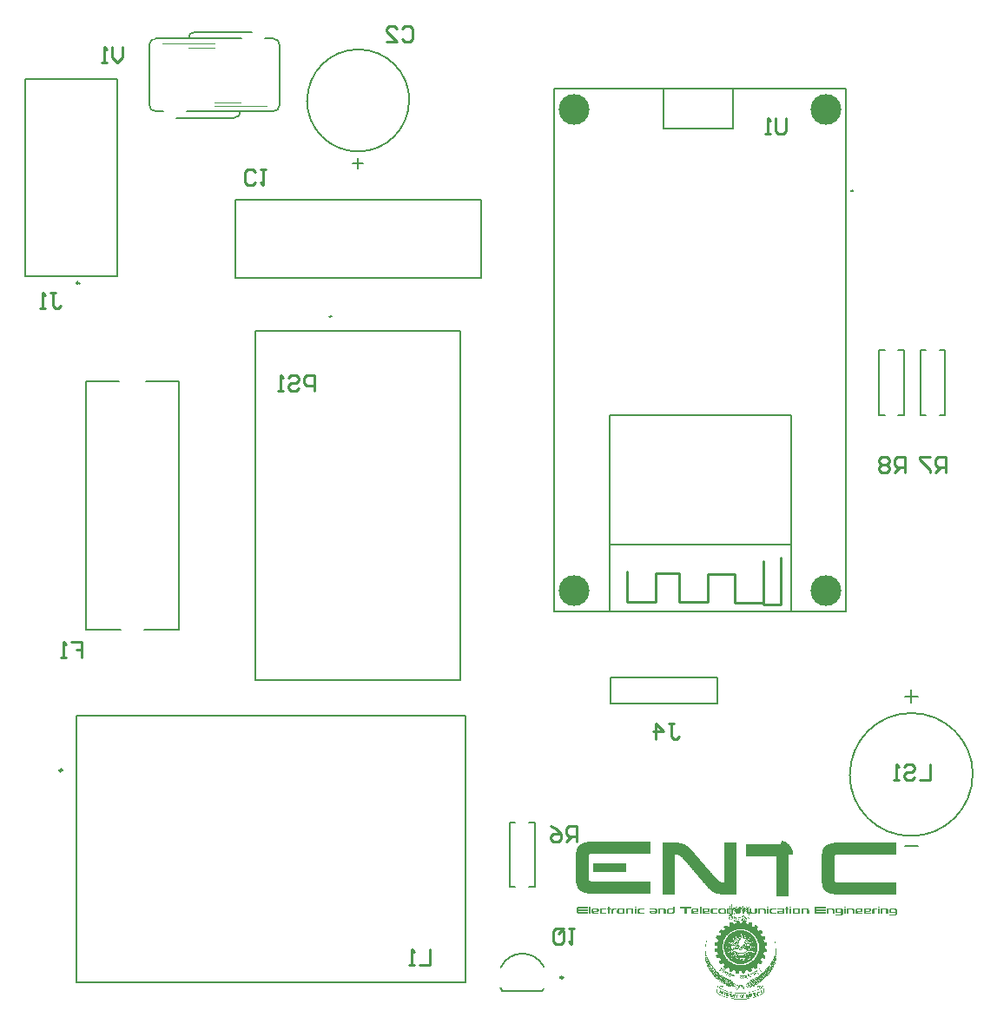
<source format=gbo>
%FSLAX23Y23*%
%MOIN*%
%SFA1B1*%

%IPPOS*%
%ADD10C,0.007870*%
%ADD11C,0.005000*%
%ADD12C,0.010000*%
%ADD57C,0.006000*%
%ADD59C,0.009840*%
%ADD60C,0.118110*%
%ADD61C,0.002000*%
%ADD62C,0.005910*%
%LNpcb2-1*%
%LPD*%
G36*
X6632Y1698D02*
X6632D01*
Y1660*
X6632*
Y1652*
X6416*
Y1652*
X6414*
Y1652*
X6405*
Y1652*
X6403*
Y1652*
X6401*
Y1651*
X6401*
Y1651*
X6400*
Y1651*
X6400*
Y1651*
X6399*
Y1651*
X6399*
Y1650*
X6399*
Y1650*
X6398*
Y1650*
X6398*
Y1650*
X6398*
Y1650*
X6398*
Y1650*
X6398*
Y1649*
X6397*
Y1649*
X6397*
Y1649*
X6397*
Y1649*
X6397*
Y1649*
X6397*
Y1648*
X6396*
Y1648*
X6396*
Y1648*
X6396*
Y1648*
X6396*
Y1647*
X6396*
Y1647*
X6396*
Y1646*
X6395*
Y1646*
X6395*
Y1645*
X6395*
Y1558*
X6395*
Y1555*
X6395*
Y1553*
X6395*
Y1552*
X6395*
Y1552*
X6396*
Y1551*
X6396*
Y1551*
X6396*
Y1550*
X6396*
Y1550*
X6396*
Y1550*
X6396*
Y1550*
X6397*
Y1549*
X6397*
Y1549*
X6397*
Y1549*
X6397*
Y1549*
X6397*
Y1549*
X6398*
Y1548*
X6398*
Y1548*
X6398*
Y1548*
X6398*
Y1548*
X6398*
Y1548*
X6399*
Y1547*
X6399*
Y1547*
X6399*
Y1547*
X6400*
Y1547*
X6400*
Y1547*
X6401*
Y1547*
X6401*
Y1546*
X6402*
Y1546*
X6403*
Y1546*
X6406*
Y1546*
X6632*
Y1546*
X6633*
Y1508*
X6632*
Y1500*
X6403*
Y1500*
X6398*
Y1500*
X6396*
Y1500*
X6394*
Y1500*
X6392*
Y1501*
X6390*
Y1501*
X6389*
Y1501*
X6388*
Y1501*
X6387*
Y1501*
X6386*
Y1501*
X6385*
Y1502*
X6384*
Y1502*
X6383*
Y1502*
X6382*
Y1502*
X6381*
Y1502*
X6381*
Y1503*
X6380*
Y1503*
X6379*
Y1503*
X6379*
Y1503*
X6378*
Y1503*
X6377*
Y1503*
X6377*
Y1504*
X6376*
Y1504*
X6376*
Y1504*
X6375*
Y1504*
X6375*
Y1504*
X6374*
Y1505*
X6374*
Y1505*
X6373*
Y1505*
X6373*
Y1505*
X6372*
Y1505*
X6372*
Y1505*
X6371*
Y1506*
X6371*
Y1506*
X6371*
Y1506*
X6370*
Y1506*
X6370*
Y1506*
X6370*
Y1507*
X6369*
Y1507*
X6369*
Y1507*
X6368*
Y1507*
X6368*
Y1507*
X6368*
Y1508*
X6367*
Y1508*
X6367*
Y1508*
X6367*
Y1508*
X6366*
Y1508*
X6366*
Y1508*
X6366*
Y1509*
X6365*
Y1509*
X6365*
Y1509*
X6365*
Y1509*
X6365*
Y1509*
X6364*
Y1510*
X6364*
Y1510*
X6364*
Y1510*
X6363*
Y1510*
X6363*
Y1510*
X6363*
Y1510*
X6363*
Y1511*
X6363*
Y1511*
X6362*
Y1511*
X6362*
Y1511*
X6362*
Y1511*
X6361*
Y1512*
X6361*
Y1512*
X6361*
Y1512*
X6361*
Y1512*
X6361*
Y1512*
X6360*
Y1512*
X6360*
Y1513*
X6360*
Y1513*
X6360*
Y1513*
X6360*
Y1513*
X6359*
Y1513*
X6359*
Y1514*
X6359*
Y1514*
X6359*
Y1514*
X6359*
Y1514*
X6358*
Y1514*
X6358*
Y1514*
X6358*
Y1515*
X6358*
Y1515*
X6358*
Y1515*
X6357*
Y1515*
X6357*
Y1515*
X6357*
Y1516*
X6357*
Y1516*
X6357*
Y1516*
X6357*
Y1516*
X6356*
Y1516*
X6356*
Y1517*
X6356*
Y1517*
X6356*
Y1517*
X6356*
Y1517*
X6355*
Y1518*
X6355*
Y1518*
X6355*
Y1518*
X6355*
Y1518*
X6355*
Y1519*
X6354*
Y1519*
X6354*
Y1519*
X6354*
Y1519*
X6354*
Y1520*
X6354*
Y1520*
X6354*
Y1520*
X6353*
Y1520*
X6353*
Y1521*
X6353*
Y1521*
X6353*
Y1521*
X6353*
Y1522*
X6352*
Y1522*
X6352*
Y1522*
X6352*
Y1523*
X6352*
Y1523*
X6352*
Y1523*
X6352*
Y1523*
X6351*
Y1524*
X6351*
Y1524*
X6351*
Y1525*
X6351*
Y1525*
X6351*
Y1525*
X6350*
Y1526*
X6350*
Y1526*
X6350*
Y1527*
X6350*
Y1527*
X6350*
Y1527*
X6350*
Y1528*
X6349*
Y1528*
X6349*
Y1529*
X6349*
Y1529*
X6349*
Y1530*
X6349*
Y1531*
X6348*
Y1531*
X6348*
Y1532*
X6348*
Y1533*
X6348*
Y1533*
X6348*
Y1534*
X6348*
Y1535*
X6347*
Y1536*
X6347*
Y1537*
X6347*
Y1538*
X6347*
Y1539*
X6347*
Y1541*
X6346*
Y1543*
X6346*
Y1545*
X6346*
Y1551*
X6346*
Y1556*
X6346*
Y1639*
X6346*
Y1647*
X6346*
Y1653*
X6346*
Y1655*
X6346*
Y1657*
X6347*
Y1659*
X6347*
Y1660*
X6347*
Y1661*
X6347*
Y1662*
X6347*
Y1663*
X6348*
Y1664*
X6348*
Y1665*
X6348*
Y1665*
X6348*
Y1666*
X6348*
Y1667*
X6348*
Y1667*
X6349*
Y1668*
X6349*
Y1669*
X6349*
Y1669*
X6349*
Y1670*
X6349*
Y1670*
X6350*
Y1671*
X6350*
Y1671*
X6350*
Y1671*
X6350*
Y1672*
X6350*
Y1672*
X6350*
Y1673*
X6351*
Y1673*
X6351*
Y1673*
X6351*
Y1674*
X6351*
Y1674*
X6351*
Y1674*
X6352*
Y1675*
X6352*
Y1675*
X6352*
Y1676*
X6352*
Y1676*
X6352*
Y1676*
X6352*
Y1676*
X6353*
Y1677*
X6353*
Y1677*
X6353*
Y1677*
X6353*
Y1678*
X6353*
Y1678*
X6354*
Y1678*
X6354*
Y1678*
X6354*
Y1679*
X6354*
Y1679*
X6354*
Y1679*
X6354*
Y1679*
X6355*
Y1680*
X6355*
Y1680*
X6355*
Y1680*
X6355*
Y1680*
X6355*
Y1681*
X6356*
Y1681*
X6356*
Y1681*
X6356*
Y1681*
X6356*
Y1681*
X6356*
Y1682*
X6357*
Y1682*
X6357*
Y1682*
X6357*
Y1682*
X6357*
Y1683*
X6357*
Y1683*
X6357*
Y1683*
X6358*
Y1683*
X6358*
Y1683*
X6358*
Y1683*
X6358*
Y1684*
X6358*
Y1684*
X6359*
Y1684*
X6359*
Y1684*
X6359*
Y1684*
X6359*
Y1685*
X6359*
Y1685*
X6359*
Y1685*
X6360*
Y1685*
X6360*
Y1685*
X6360*
Y1685*
X6360*
Y1686*
X6361*
Y1686*
X6361*
Y1686*
X6361*
Y1686*
X6361*
Y1686*
X6361*
Y1687*
X6362*
Y1687*
X6362*
Y1687*
X6362*
Y1687*
X6363*
Y1687*
X6363*
Y1687*
X6363*
Y1688*
X6363*
Y1688*
X6363*
Y1688*
X6364*
Y1688*
X6364*
Y1688*
X6364*
Y1689*
X6365*
Y1689*
X6365*
Y1689*
X6365*
Y1689*
X6365*
Y1689*
X6366*
Y1689*
X6366*
Y1690*
X6366*
Y1690*
X6367*
Y1690*
X6367*
Y1690*
X6367*
Y1690*
X6368*
Y1691*
X6368*
Y1691*
X6368*
Y1691*
X6369*
Y1691*
X6369*
Y1691*
X6370*
Y1692*
X6370*
Y1692*
X6370*
Y1692*
X6371*
Y1692*
X6371*
Y1692*
X6372*
Y1692*
X6372*
Y1693*
X6372*
Y1693*
X6373*
Y1693*
X6373*
Y1693*
X6374*
Y1693*
X6374*
Y1694*
X6375*
Y1694*
X6375*
Y1694*
X6376*
Y1694*
X6376*
Y1694*
X6377*
Y1694*
X6378*
Y1695*
X6378*
Y1695*
X6379*
Y1695*
X6380*
Y1695*
X6380*
Y1695*
X6381*
Y1696*
X6382*
Y1696*
X6383*
Y1696*
X6383*
Y1696*
X6384*
Y1696*
X6385*
Y1696*
X6386*
Y1697*
X6387*
Y1697*
X6388*
Y1697*
X6390*
Y1697*
X6391*
Y1697*
X6393*
Y1698*
X6394*
Y1698*
X6397*
Y1698*
X6400*
Y1698*
X6405*
Y1698*
X6632*
Y1698*
G37*
G36*
X5594Y1601D02*
X5594D01*
Y1600*
X5626*
Y1599*
X5626*
Y1592*
X5626*
Y1597*
X5625*
Y1599*
X5615*
Y1599*
X5614*
Y1599*
X5594*
Y1586*
X5468*
Y1586*
X5468*
Y1619*
X5594*
Y1601*
G37*
G36*
X5626Y1591D02*
X5626D01*
Y1591*
X5626*
Y1591*
G37*
G36*
X5626Y1584D02*
X5626D01*
Y1584*
X5626*
Y1584*
X5626*
Y1576*
X5626*
Y1565*
X5626*
Y1564*
Y1564*
Y1561*
X5626*
Y1561*
X5626*
Y1560*
X5626*
Y1560*
X5627*
Y1560*
X5625*
Y1560*
X5625*
Y1561*
X5625*
Y1562*
X5625*
Y1589*
X5626*
Y1584*
G37*
G36*
X6019Y1500D02*
X5965D01*
Y1500*
X5962*
Y1500*
X5959*
Y1500*
X5957*
Y1500*
X5956*
Y1501*
X5954*
Y1501*
X5953*
Y1501*
X5952*
Y1501*
X5951*
Y1501*
X5950*
Y1501*
X5949*
Y1502*
X5948*
Y1502*
X5947*
Y1502*
X5947*
Y1502*
X5946*
Y1502*
X5945*
Y1503*
X5944*
Y1503*
X5944*
Y1503*
X5943*
Y1503*
X5942*
Y1503*
X5942*
Y1503*
X5941*
Y1504*
X5941*
Y1504*
X5940*
Y1504*
X5940*
Y1504*
X5939*
Y1504*
X5938*
Y1505*
X5938*
Y1505*
X5938*
Y1505*
X5937*
Y1505*
X5937*
Y1505*
X5936*
Y1505*
X5936*
Y1506*
X5935*
Y1506*
X5935*
Y1506*
X5934*
Y1506*
X5934*
Y1506*
X5934*
Y1507*
X5933*
Y1507*
X5933*
Y1507*
X5933*
Y1507*
X5932*
Y1507*
X5932*
Y1508*
X5932*
Y1508*
X5931*
Y1508*
X5931*
Y1508*
X5930*
Y1508*
X5930*
Y1508*
X5930*
Y1509*
X5929*
Y1509*
X5929*
Y1509*
X5929*
Y1509*
X5929*
Y1509*
X5928*
Y1510*
X5928*
Y1510*
X5928*
Y1510*
X5927*
Y1510*
X5927*
Y1510*
X5927*
Y1510*
X5926*
Y1511*
X5926*
Y1511*
X5926*
Y1511*
X5926*
Y1511*
X5925*
Y1511*
X5925*
Y1512*
X5925*
Y1512*
X5925*
Y1512*
X5924*
Y1512*
X5924*
Y1512*
X5924*
Y1512*
X5923*
Y1513*
X5923*
Y1513*
X5923*
Y1513*
X5923*
Y1513*
X5923*
Y1513*
X5922*
Y1514*
X5922*
Y1514*
X5922*
Y1514*
X5921*
Y1514*
X5921*
Y1514*
X5921*
Y1514*
X5921*
Y1515*
X5921*
Y1515*
X5920*
Y1515*
X5920*
Y1515*
X5920*
Y1515*
X5920*
Y1516*
X5919*
Y1516*
X5919*
Y1516*
X5919*
Y1516*
X5919*
Y1516*
X5919*
Y1516*
X5918*
Y1517*
X5918*
Y1517*
X5918*
Y1517*
X5918*
Y1517*
X5918*
Y1517*
X5917*
Y1518*
X5917*
Y1518*
X5917*
Y1518*
X5917*
Y1518*
X5916*
Y1518*
X5916*
Y1519*
X5916*
Y1519*
X5916*
Y1519*
X5916*
Y1519*
X5916*
Y1519*
X5915*
Y1519*
X5915*
Y1520*
X5915*
Y1520*
X5915*
Y1520*
X5914*
Y1520*
X5914*
Y1520*
X5914*
Y1521*
X5914*
Y1521*
X5914*
Y1521*
X5914*
Y1521*
X5913*
Y1521*
X5913*
Y1521*
X5913*
Y1522*
X5913*
Y1522*
X5913*
Y1522*
X5912*
Y1522*
X5912*
Y1523*
X5912*
Y1523*
X5912*
Y1523*
X5912*
Y1523*
X5912*
Y1523*
X5911*
Y1523*
X5911*
Y1524*
X5911*
Y1524*
X5911*
Y1524*
X5911*
Y1524*
X5910*
Y1524*
X5910*
Y1525*
X5910*
Y1525*
X5910*
Y1525*
X5910*
Y1525*
X5910*
Y1525*
X5909*
Y1526*
X5909*
Y1526*
X5909*
Y1526*
X5909*
Y1526*
X5909*
Y1527*
X5908*
Y1527*
X5908*
Y1527*
X5908*
Y1527*
X5908*
Y1527*
X5908*
Y1528*
X5908*
Y1528*
X5907*
Y1528*
X5907*
Y1528*
X5907*
Y1528*
X5907*
Y1529*
X5907*
Y1529*
X5906*
Y1529*
X5906*
Y1529*
X5906*
Y1529*
X5906*
Y1530*
X5906*
Y1530*
X5905*
Y1530*
X5905*
Y1530*
X5905*
Y1531*
X5905*
Y1531*
X5905*
Y1531*
X5905*
Y1531*
X5904*
Y1532*
X5904*
Y1532*
X5904*
Y1532*
X5904*
Y1532*
X5904*
Y1532*
X5903*
Y1532*
X5903*
Y1533*
X5903*
Y1533*
X5903*
Y1533*
X5903*
Y1533*
X5903*
Y1534*
X5902*
Y1534*
X5902*
Y1534*
X5902*
Y1534*
X5902*
Y1534*
X5902*
Y1535*
X5901*
Y1535*
X5901*
Y1535*
X5901*
Y1535*
X5901*
Y1536*
X5901*
Y1536*
X5901*
Y1536*
X5900*
Y1536*
X5900*
Y1536*
X5900*
Y1537*
X5900*
Y1537*
X5900*
Y1537*
X5899*
Y1537*
X5899*
Y1537*
X5899*
Y1538*
X5899*
Y1538*
X5899*
Y1538*
X5899*
Y1538*
X5898*
Y1538*
X5898*
Y1539*
X5898*
Y1539*
X5898*
Y1539*
X5898*
Y1539*
X5897*
Y1540*
X5897*
Y1540*
X5897*
Y1540*
X5897*
Y1540*
X5897*
Y1540*
X5897*
Y1541*
X5896*
Y1541*
X5896*
Y1541*
X5896*
Y1541*
X5896*
Y1542*
X5896*
Y1542*
X5895*
Y1542*
X5895*
Y1542*
X5895*
Y1542*
X5895*
Y1543*
X5895*
Y1543*
X5894*
Y1543*
X5894*
Y1543*
X5894*
Y1543*
X5894*
Y1544*
X5894*
Y1544*
X5894*
Y1544*
X5893*
Y1544*
X5893*
Y1545*
X5893*
Y1545*
X5893*
Y1545*
X5893*
Y1545*
X5892*
Y1545*
X5892*
Y1546*
X5892*
Y1546*
X5892*
Y1546*
X5892*
Y1546*
X5892*
Y1546*
X5891*
Y1547*
X5891*
Y1547*
X5891*
Y1547*
X5891*
Y1547*
X5891*
Y1547*
X5890*
Y1548*
X5890*
Y1548*
X5890*
Y1548*
X5890*
Y1548*
X5890*
Y1549*
X5890*
Y1549*
X5889*
Y1549*
X5889*
Y1549*
X5889*
Y1549*
X5889*
Y1550*
X5889*
Y1550*
X5888*
Y1550*
X5888*
Y1550*
X5888*
Y1550*
X5888*
Y1551*
X5888*
Y1551*
X5888*
Y1551*
X5887*
Y1551*
X5887*
Y1551*
X5887*
Y1552*
X5887*
Y1552*
X5887*
Y1552*
X5886*
Y1552*
X5886*
Y1553*
X5886*
Y1553*
X5886*
Y1553*
X5886*
Y1553*
X5886*
Y1554*
X5885*
Y1554*
X5885*
Y1554*
X5885*
Y1554*
X5885*
Y1554*
X5885*
Y1555*
X5884*
Y1555*
X5884*
Y1555*
X5884*
Y1555*
X5884*
Y1555*
X5884*
Y1556*
X5883*
Y1556*
X5883*
Y1556*
X5883*
Y1556*
X5883*
Y1556*
X5883*
Y1557*
X5883*
Y1557*
X5882*
Y1557*
X5882*
Y1557*
X5882*
Y1558*
X5882*
Y1558*
X5882*
Y1558*
X5881*
Y1558*
X5881*
Y1558*
X5881*
Y1559*
X5881*
Y1559*
X5881*
Y1559*
X5881*
Y1559*
X5880*
Y1559*
X5880*
Y1560*
X5880*
Y1560*
X5880*
Y1560*
X5880*
Y1560*
X5879*
Y1560*
X5879*
Y1561*
X5879*
Y1561*
X5879*
Y1561*
X5879*
Y1561*
X5879*
Y1562*
X5878*
Y1562*
X5878*
Y1562*
X5878*
Y1562*
X5878*
Y1562*
X5878*
Y1563*
X5877*
Y1563*
X5877*
Y1563*
X5877*
Y1563*
X5877*
Y1564*
X5877*
Y1564*
X5877*
Y1564*
X5876*
Y1564*
X5876*
Y1564*
X5876*
Y1565*
X5876*
Y1565*
X5876*
Y1565*
X5875*
Y1565*
X5875*
Y1565*
X5875*
Y1566*
X5875*
Y1566*
X5875*
Y1566*
X5875*
Y1566*
X5874*
Y1567*
X5874*
Y1567*
X5874*
Y1567*
X5874*
Y1567*
X5874*
Y1567*
X5873*
Y1568*
X5873*
Y1568*
X5873*
Y1568*
X5873*
Y1568*
X5873*
Y1569*
X5873*
Y1569*
X5872*
Y1569*
X5872*
Y1569*
X5872*
Y1569*
X5872*
Y1569*
X5872*
Y1570*
X5871*
Y1570*
X5871*
Y1570*
X5871*
Y1570*
X5871*
Y1571*
X5871*
Y1571*
X5870*
Y1571*
X5870*
Y1571*
X5870*
Y1571*
X5870*
Y1572*
X5870*
Y1572*
X5870*
Y1572*
X5869*
Y1572*
X5869*
Y1573*
X5869*
Y1573*
X5869*
Y1573*
X5869*
Y1573*
X5868*
Y1573*
X5868*
Y1574*
X5868*
Y1574*
X5868*
Y1574*
X5868*
Y1574*
X5868*
Y1574*
X5867*
Y1575*
X5867*
Y1575*
X5867*
Y1575*
X5867*
Y1575*
X5867*
Y1575*
X5866*
Y1576*
X5866*
Y1576*
X5866*
Y1576*
X5866*
Y1576*
X5866*
Y1577*
X5866*
Y1577*
X5865*
Y1577*
X5865*
Y1577*
X5865*
Y1577*
X5865*
Y1578*
X5865*
Y1578*
X5864*
Y1578*
X5864*
Y1578*
X5864*
Y1578*
X5864*
Y1579*
X5864*
Y1579*
X5864*
Y1579*
X5863*
Y1579*
X5863*
Y1580*
X5863*
Y1580*
X5863*
Y1580*
X5863*
Y1580*
X5862*
Y1580*
X5862*
Y1581*
X5862*
Y1581*
X5862*
Y1581*
X5862*
Y1581*
X5862*
Y1582*
X5861*
Y1582*
X5861*
Y1582*
X5861*
Y1582*
X5861*
Y1582*
X5861*
Y1583*
X5860*
Y1583*
X5860*
Y1583*
X5860*
Y1583*
X5860*
Y1583*
X5860*
Y1584*
X5859*
Y1584*
X5859*
Y1584*
X5859*
Y1584*
X5859*
Y1584*
X5859*
Y1585*
X5859*
Y1585*
X5858*
Y1585*
X5858*
Y1585*
X5858*
Y1586*
X5858*
Y1586*
X5858*
Y1586*
X5857*
Y1586*
X5857*
Y1586*
X5857*
Y1587*
X5857*
Y1587*
X5857*
Y1587*
X5857*
Y1587*
X5856*
Y1587*
X5856*
Y1588*
X5856*
Y1588*
X5856*
Y1588*
X5856*
Y1588*
X5855*
Y1589*
X5855*
Y1589*
X5855*
Y1589*
X5855*
Y1589*
X5855*
Y1589*
X5855*
Y1590*
X5854*
Y1590*
X5854*
Y1590*
X5854*
Y1590*
X5854*
Y1591*
X5854*
Y1591*
X5853*
Y1591*
X5853*
Y1591*
X5853*
Y1591*
X5853*
Y1592*
X5853*
Y1592*
X5853*
Y1592*
X5852*
Y1592*
X5852*
Y1592*
X5852*
Y1593*
X5852*
Y1593*
X5852*
Y1593*
X5851*
Y1593*
X5851*
Y1593*
X5851*
Y1594*
X5851*
Y1594*
X5851*
Y1594*
X5851*
Y1594*
X5850*
Y1595*
X5850*
Y1595*
X5850*
Y1595*
X5850*
Y1595*
X5850*
Y1595*
X5849*
Y1596*
X5849*
Y1596*
X5849*
Y1596*
X5849*
Y1596*
X5849*
Y1596*
X5848*
Y1597*
X5848*
Y1597*
X5848*
Y1597*
X5848*
Y1597*
X5848*
Y1597*
X5848*
Y1598*
X5847*
Y1598*
X5847*
Y1598*
X5847*
Y1598*
X5847*
Y1599*
X5847*
Y1599*
X5846*
Y1599*
X5846*
Y1599*
X5846*
Y1600*
X5846*
Y1600*
X5846*
Y1600*
X5846*
Y1600*
X5845*
Y1600*
X5845*
Y1601*
X5845*
Y1601*
X5845*
Y1601*
X5845*
Y1601*
X5844*
Y1601*
X5844*
Y1602*
X5844*
Y1602*
X5844*
Y1602*
X5844*
Y1602*
X5844*
Y1602*
X5843*
Y1603*
X5843*
Y1603*
X5843*
Y1603*
X5843*
Y1603*
X5843*
Y1604*
X5842*
Y1604*
X5842*
Y1604*
X5842*
Y1604*
X5842*
Y1604*
X5842*
Y1605*
X5842*
Y1605*
X5841*
Y1605*
X5841*
Y1605*
X5841*
Y1605*
X5841*
Y1606*
X5841*
Y1606*
X5840*
Y1606*
X5840*
Y1606*
X5840*
Y1606*
X5840*
Y1607*
X5840*
Y1607*
X5840*
Y1607*
X5839*
Y1607*
X5839*
Y1608*
X5839*
Y1608*
X5839*
Y1608*
X5839*
Y1608*
X5838*
Y1608*
X5838*
Y1609*
X5838*
Y1609*
X5838*
Y1609*
X5838*
Y1609*
X5837*
Y1610*
X5837*
Y1610*
X5837*
Y1610*
X5837*
Y1610*
X5837*
Y1610*
X5837*
Y1611*
X5836*
Y1611*
X5836*
Y1611*
X5836*
Y1611*
X5836*
Y1611*
X5836*
Y1612*
X5835*
Y1612*
X5835*
Y1612*
X5835*
Y1612*
X5835*
Y1613*
X5835*
Y1613*
X5835*
Y1613*
X5834*
Y1613*
X5834*
Y1613*
X5834*
Y1614*
X5834*
Y1614*
X5834*
Y1614*
X5833*
Y1614*
X5833*
Y1614*
X5833*
Y1615*
X5833*
Y1615*
X5833*
Y1615*
X5833*
Y1615*
X5832*
Y1615*
X5832*
Y1616*
X5832*
Y1616*
X5832*
Y1616*
X5832*
Y1616*
X5831*
Y1617*
X5831*
Y1617*
X5831*
Y1617*
X5831*
Y1617*
X5831*
Y1617*
X5831*
Y1618*
X5830*
Y1618*
X5830*
Y1618*
X5830*
Y1618*
X5830*
Y1619*
X5830*
Y1619*
X5829*
Y1619*
X5829*
Y1619*
X5829*
Y1619*
X5829*
Y1619*
X5829*
Y1620*
X5829*
Y1620*
X5828*
Y1620*
X5828*
Y1620*
X5828*
Y1621*
X5828*
Y1621*
X5828*
Y1621*
X5827*
Y1621*
X5827*
Y1621*
X5827*
Y1622*
X5827*
Y1622*
X5827*
Y1622*
X5827*
Y1622*
X5826*
Y1623*
X5826*
Y1623*
X5826*
Y1623*
X5826*
Y1623*
X5826*
Y1623*
X5825*
Y1624*
X5825*
Y1624*
X5825*
Y1624*
X5825*
Y1624*
X5825*
Y1624*
X5824*
Y1625*
X5824*
Y1625*
X5824*
Y1625*
X5824*
Y1625*
X5824*
Y1626*
X5824*
Y1626*
X5823*
Y1626*
X5823*
Y1626*
X5823*
Y1626*
X5823*
Y1627*
X5823*
Y1627*
X5822*
Y1627*
X5822*
Y1627*
X5822*
Y1628*
X5822*
Y1628*
X5822*
Y1628*
X5822*
Y1628*
X5821*
Y1628*
X5821*
Y1628*
X5821*
Y1629*
X5821*
Y1629*
X5821*
Y1629*
X5820*
Y1629*
X5820*
Y1630*
X5820*
Y1630*
X5820*
Y1630*
X5820*
Y1630*
X5820*
Y1630*
X5819*
Y1631*
X5819*
Y1631*
X5819*
Y1631*
X5819*
Y1631*
X5819*
Y1632*
X5818*
Y1632*
X5818*
Y1632*
X5818*
Y1632*
X5818*
Y1632*
X5818*
Y1632*
X5818*
Y1633*
X5817*
Y1633*
X5817*
Y1633*
X5817*
Y1633*
X5817*
Y1634*
X5817*
Y1634*
X5816*
Y1634*
X5816*
Y1634*
X5816*
Y1635*
X5816*
Y1635*
X5816*
Y1635*
X5816*
Y1635*
X5815*
Y1635*
X5815*
Y1636*
X5815*
Y1636*
X5815*
Y1636*
X5815*
Y1636*
X5814*
Y1637*
X5814*
Y1637*
X5814*
Y1637*
X5814*
Y1637*
X5814*
Y1637*
X5813*
Y1637*
X5813*
Y1638*
X5813*
Y1638*
X5813*
Y1638*
X5813*
Y1638*
X5813*
Y1639*
X5812*
Y1639*
X5812*
Y1639*
X5812*
Y1639*
X5812*
Y1639*
X5812*
Y1639*
X5811*
Y1640*
X5811*
Y1640*
X5811*
Y1640*
X5811*
Y1640*
X5811*
Y1640*
X5811*
Y1641*
X5810*
Y1641*
X5810*
Y1641*
X5810*
Y1641*
X5810*
Y1641*
X5810*
Y1641*
X5809*
Y1642*
X5809*
Y1642*
X5809*
Y1642*
X5809*
Y1642*
X5809*
Y1642*
X5808*
Y1643*
X5808*
Y1643*
X5808*
Y1643*
X5808*
Y1643*
X5807*
Y1643*
X5807*
Y1643*
X5807*
Y1644*
X5807*
Y1644*
X5807*
Y1644*
X5806*
Y1644*
X5806*
Y1644*
X5806*
Y1645*
X5806*
Y1645*
X5805*
Y1645*
X5805*
Y1645*
X5805*
Y1645*
X5805*
Y1646*
X5804*
Y1646*
X5804*
Y1646*
X5804*
Y1646*
X5803*
Y1646*
X5803*
Y1646*
X5803*
Y1647*
X5802*
Y1647*
X5802*
Y1647*
X5802*
Y1647*
X5802*
Y1647*
X5801*
Y1648*
X5801*
Y1648*
X5801*
Y1648*
X5800*
Y1648*
X5800*
Y1648*
X5800*
Y1648*
X5799*
Y1649*
X5799*
Y1649*
X5798*
Y1649*
X5798*
Y1649*
X5798*
Y1649*
X5797*
Y1650*
X5797*
Y1650*
X5796*
Y1650*
X5796*
Y1650*
X5795*
Y1650*
X5795*
Y1650*
X5794*
Y1651*
X5794*
Y1651*
X5793*
Y1651*
X5792*
Y1651*
X5791*
Y1651*
X5791*
Y1652*
X5789*
Y1652*
X5788*
Y1652*
X5783*
Y1500*
X5736*
Y1599*
X5713*
Y1599*
X5717*
Y1600*
X5729*
Y1599*
X5736*
Y1600*
X5736*
Y1600*
X5736*
Y1603*
X5736*
Y1690*
Y1691*
Y1698*
X5787*
Y1698*
X5791*
Y1698*
X5794*
Y1698*
X5796*
Y1698*
X5798*
Y1697*
X5799*
Y1697*
X5800*
Y1697*
X5802*
Y1697*
X5803*
Y1697*
X5804*
Y1696*
X5805*
Y1696*
X5806*
Y1696*
X5807*
Y1696*
X5807*
Y1696*
X5808*
Y1696*
X5809*
Y1695*
X5809*
Y1695*
X5810*
Y1695*
X5811*
Y1695*
X5811*
Y1695*
X5812*
Y1694*
X5812*
Y1694*
X5813*
Y1694*
X5813*
Y1694*
X5814*
Y1694*
X5814*
Y1694*
X5815*
Y1693*
X5816*
Y1693*
X5816*
Y1693*
X5816*
Y1693*
X5817*
Y1693*
X5817*
Y1692*
X5818*
Y1692*
X5818*
Y1692*
X5818*
Y1692*
X5819*
Y1692*
X5819*
Y1692*
X5820*
Y1691*
X5820*
Y1691*
X5820*
Y1691*
X5821*
Y1691*
X5821*
Y1691*
X5821*
Y1690*
X5822*
Y1690*
X5822*
Y1690*
X5822*
Y1690*
X5823*
Y1690*
X5823*
Y1689*
X5823*
Y1689*
X5824*
Y1689*
X5824*
Y1689*
X5824*
Y1689*
X5825*
Y1689*
X5825*
Y1688*
X5825*
Y1688*
X5826*
Y1688*
X5826*
Y1688*
X5826*
Y1688*
X5826*
Y1687*
X5827*
Y1687*
X5827*
Y1687*
X5827*
Y1687*
X5827*
Y1687*
X5828*
Y1687*
X5828*
Y1686*
X5828*
Y1686*
X5829*
Y1686*
X5829*
Y1686*
X5829*
Y1686*
X5829*
Y1685*
X5830*
Y1685*
X5830*
Y1685*
X5830*
Y1685*
X5830*
Y1685*
X5831*
Y1685*
X5831*
Y1684*
X5831*
Y1684*
X5831*
Y1684*
X5832*
Y1684*
X5832*
Y1684*
X5832*
Y1683*
X5832*
Y1683*
X5833*
Y1683*
X5833*
Y1683*
X5833*
Y1683*
X5833*
Y1683*
X5833*
Y1682*
X5834*
Y1682*
X5834*
Y1682*
X5834*
Y1682*
X5834*
Y1682*
X5835*
Y1681*
X5835*
Y1681*
X5835*
Y1681*
X5835*
Y1681*
X5835*
Y1681*
X5836*
Y1681*
X5836*
Y1680*
X5836*
Y1680*
X5836*
Y1680*
X5836*
Y1680*
X5837*
Y1680*
X5837*
Y1679*
X5837*
Y1679*
X5837*
Y1679*
X5837*
Y1679*
X5838*
Y1679*
X5838*
Y1678*
X5838*
Y1678*
X5838*
Y1678*
X5838*
Y1678*
X5839*
Y1678*
X5839*
Y1678*
X5839*
Y1677*
X5839*
Y1677*
X5839*
Y1677*
X5840*
Y1677*
X5840*
Y1677*
X5840*
Y1676*
X5840*
Y1676*
X5840*
Y1676*
X5840*
Y1676*
X5841*
Y1676*
X5841*
Y1676*
X5841*
Y1675*
X5841*
Y1675*
X5841*
Y1675*
X5842*
Y1675*
X5842*
Y1675*
X5842*
Y1674*
X5842*
Y1674*
X5842*
Y1674*
X5842*
Y1674*
X5843*
Y1674*
X5843*
Y1674*
X5843*
Y1673*
X5843*
Y1673*
X5843*
Y1673*
X5844*
Y1673*
X5844*
Y1673*
X5844*
Y1672*
X5844*
Y1672*
X5844*
Y1672*
X5844*
Y1672*
X5845*
Y1672*
X5845*
Y1671*
X5845*
Y1671*
X5845*
Y1671*
X5845*
Y1671*
X5846*
Y1671*
X5846*
Y1670*
X5846*
Y1670*
X5846*
Y1670*
X5846*
Y1670*
X5846*
Y1670*
X5847*
Y1669*
X5847*
Y1669*
X5847*
Y1669*
X5847*
Y1669*
X5847*
Y1668*
X5848*
Y1668*
X5848*
Y1668*
X5848*
Y1668*
X5848*
Y1667*
X5848*
Y1667*
X5848*
Y1667*
X5849*
Y1667*
X5849*
Y1667*
X5849*
Y1667*
X5849*
Y1666*
X5849*
Y1666*
X5850*
Y1666*
X5850*
Y1666*
X5850*
Y1665*
X5850*
Y1665*
X5850*
Y1665*
X5851*
Y1665*
X5851*
Y1665*
X5851*
Y1664*
X5851*
Y1664*
X5851*
Y1664*
X5851*
Y1664*
X5852*
Y1663*
X5852*
Y1663*
X5852*
Y1663*
X5852*
Y1663*
X5852*
Y1663*
X5853*
Y1663*
X5853*
Y1662*
X5853*
Y1662*
X5853*
Y1662*
X5853*
Y1662*
X5853*
Y1661*
X5854*
Y1661*
X5854*
Y1661*
X5854*
Y1661*
X5854*
Y1661*
X5854*
Y1660*
X5855*
Y1660*
X5855*
Y1660*
X5855*
Y1660*
X5855*
Y1660*
X5855*
Y1659*
X5855*
Y1659*
X5856*
Y1659*
X5856*
Y1659*
X5856*
Y1659*
X5856*
Y1658*
X5856*
Y1658*
X5857*
Y1658*
X5857*
Y1658*
X5857*
Y1657*
X5857*
Y1657*
X5857*
Y1657*
X5857*
Y1657*
X5858*
Y1657*
X5858*
Y1656*
X5858*
Y1656*
X5858*
Y1656*
X5858*
Y1656*
X5859*
Y1656*
X5859*
Y1655*
X5859*
Y1655*
X5859*
Y1655*
X5859*
Y1655*
X5859*
Y1654*
X5860*
Y1654*
X5860*
Y1654*
X5860*
Y1654*
X5860*
Y1654*
X5860*
Y1653*
X5861*
Y1653*
X5861*
Y1653*
X5861*
Y1653*
X5861*
Y1652*
X5861*
Y1652*
X5862*
Y1652*
X5862*
Y1652*
X5862*
Y1652*
X5862*
Y1652*
X5862*
Y1651*
X5862*
Y1651*
X5863*
Y1651*
X5863*
Y1651*
X5863*
Y1650*
X5863*
Y1650*
X5863*
Y1650*
X5864*
Y1650*
X5864*
Y1650*
X5864*
Y1649*
X5864*
Y1649*
X5864*
Y1649*
X5864*
Y1649*
X5865*
Y1649*
X5865*
Y1648*
X5865*
Y1648*
X5865*
Y1648*
X5865*
Y1648*
X5866*
Y1648*
X5866*
Y1647*
X5866*
Y1647*
X5866*
Y1647*
X5866*
Y1647*
X5866*
Y1646*
X5867*
Y1646*
X5867*
Y1646*
X5867*
Y1646*
X5867*
Y1646*
X5867*
Y1645*
X5868*
Y1645*
X5868*
Y1645*
X5868*
Y1645*
X5868*
Y1645*
X5868*
Y1644*
X5868*
Y1644*
X5869*
Y1644*
X5869*
Y1644*
X5869*
Y1643*
X5869*
Y1643*
X5869*
Y1643*
X5870*
Y1643*
X5870*
Y1643*
X5870*
Y1642*
X5870*
Y1642*
X5870*
Y1642*
X5870*
Y1642*
X5871*
Y1642*
X5871*
Y1641*
X5871*
Y1641*
X5871*
Y1641*
X5871*
Y1641*
X5872*
Y1641*
X5872*
Y1640*
X5872*
Y1640*
X5872*
Y1640*
X5872*
Y1640*
X5873*
Y1639*
X5873*
Y1639*
X5873*
Y1639*
X5873*
Y1639*
X5873*
Y1639*
X5873*
Y1638*
X5874*
Y1638*
X5874*
Y1638*
X5874*
Y1638*
X5874*
Y1638*
X5874*
Y1637*
X5875*
Y1637*
X5875*
Y1637*
X5875*
Y1637*
X5875*
Y1637*
X5875*
Y1636*
X5875*
Y1636*
X5876*
Y1636*
X5876*
Y1636*
X5876*
Y1635*
X5876*
Y1635*
X5876*
Y1635*
X5877*
Y1635*
X5877*
Y1635*
X5877*
Y1634*
X5877*
Y1634*
X5877*
Y1634*
X5877*
Y1634*
X5878*
Y1634*
X5878*
Y1633*
X5878*
Y1633*
X5878*
Y1633*
X5878*
Y1633*
X5879*
Y1632*
X5879*
Y1632*
X5879*
Y1632*
X5879*
Y1632*
X5879*
Y1632*
X5879*
Y1631*
X5880*
Y1631*
X5880*
Y1631*
X5880*
Y1631*
X5880*
Y1631*
X5880*
Y1630*
X5881*
Y1630*
X5881*
Y1630*
X5881*
Y1630*
X5881*
Y1630*
X5881*
Y1629*
X5881*
Y1629*
X5882*
Y1629*
X5882*
Y1629*
X5882*
Y1628*
X5882*
Y1628*
X5882*
Y1628*
X5883*
Y1628*
X5883*
Y1628*
X5883*
Y1627*
X5883*
Y1627*
X5883*
Y1627*
X5883*
Y1627*
X5884*
Y1627*
X5884*
Y1626*
X5884*
Y1626*
X5884*
Y1626*
X5884*
Y1626*
X5885*
Y1626*
X5885*
Y1625*
X5885*
Y1625*
X5885*
Y1625*
X5885*
Y1625*
X5886*
Y1624*
X5886*
Y1624*
X5886*
Y1624*
X5886*
Y1624*
X5886*
Y1624*
X5886*
Y1623*
X5887*
Y1623*
X5887*
Y1623*
X5887*
Y1623*
X5887*
Y1623*
X5887*
Y1622*
X5888*
Y1622*
X5888*
Y1622*
X5888*
Y1622*
X5888*
Y1621*
X5888*
Y1621*
X5888*
Y1621*
X5889*
Y1621*
X5889*
Y1621*
X5889*
Y1620*
X5889*
Y1620*
X5889*
Y1620*
X5890*
Y1620*
X5890*
Y1620*
X5890*
Y1619*
X5890*
Y1619*
X5890*
Y1619*
X5890*
Y1619*
X5891*
Y1619*
X5891*
Y1618*
X5891*
Y1618*
X5891*
Y1618*
X5891*
Y1618*
X5892*
Y1617*
X5892*
Y1617*
X5892*
Y1617*
X5892*
Y1617*
X5892*
Y1617*
X5892*
Y1616*
X5893*
Y1616*
X5893*
Y1616*
X5893*
Y1616*
X5893*
Y1616*
X5893*
Y1615*
X5894*
Y1615*
X5894*
Y1615*
X5894*
Y1615*
X5894*
Y1615*
X5894*
Y1614*
X5894*
Y1614*
X5895*
Y1614*
X5895*
Y1614*
X5895*
Y1613*
X5895*
Y1613*
X5895*
Y1613*
X5896*
Y1613*
X5896*
Y1613*
X5896*
Y1612*
X5896*
Y1612*
X5896*
Y1612*
X5897*
Y1612*
X5897*
Y1612*
X5897*
Y1611*
X5897*
Y1611*
X5897*
Y1611*
X5897*
Y1611*
X5898*
Y1611*
X5898*
Y1610*
X5898*
Y1610*
X5898*
Y1610*
X5898*
Y1610*
X5899*
Y1609*
X5899*
Y1609*
X5899*
Y1609*
X5899*
Y1609*
X5899*
Y1609*
X5899*
Y1608*
X5900*
Y1608*
X5900*
Y1608*
X5900*
Y1608*
X5900*
Y1608*
X5900*
Y1607*
X5901*
Y1607*
X5901*
Y1607*
X5901*
Y1607*
X5901*
Y1606*
X5901*
Y1606*
X5901*
Y1606*
X5902*
Y1606*
X5902*
Y1606*
X5902*
Y1605*
X5902*
Y1605*
X5902*
Y1605*
X5903*
Y1605*
X5903*
Y1605*
X5903*
Y1604*
X5903*
Y1604*
X5903*
Y1604*
X5903*
Y1604*
X5904*
Y1604*
X5904*
Y1603*
X5904*
Y1603*
X5904*
Y1603*
X5904*
Y1603*
X5905*
Y1602*
X5905*
Y1602*
X5905*
Y1602*
X5905*
Y1602*
X5905*
Y1602*
X5905*
Y1602*
X5906*
Y1601*
X5906*
Y1601*
X5906*
Y1601*
X5906*
Y1601*
X5906*
Y1600*
X5907*
Y1600*
X5907*
Y1600*
X5907*
Y1600*
X5907*
Y1600*
X5907*
Y1599*
X5908*
Y1599*
X5908*
Y1599*
X5908*
Y1599*
X5908*
Y1598*
X5908*
Y1598*
X5908*
Y1598*
X5909*
Y1598*
X5909*
Y1598*
X5909*
Y1597*
X5909*
Y1597*
X5909*
Y1597*
X5910*
Y1597*
X5910*
Y1597*
X5910*
Y1596*
X5910*
Y1596*
X5910*
Y1596*
X5910*
Y1596*
X5911*
Y1595*
X5911*
Y1595*
X5911*
Y1595*
X5911*
Y1595*
X5911*
Y1595*
X5912*
Y1595*
X5912*
Y1594*
X5912*
Y1594*
X5912*
Y1594*
X5912*
Y1594*
X5912*
Y1593*
X5913*
Y1593*
X5913*
Y1593*
X5913*
Y1593*
X5913*
Y1593*
X5913*
Y1592*
X5914*
Y1592*
X5914*
Y1592*
X5914*
Y1592*
X5914*
Y1591*
X5914*
Y1591*
X5914*
Y1591*
X5915*
Y1591*
X5915*
Y1591*
X5915*
Y1591*
X5915*
Y1590*
X5915*
Y1590*
X5916*
Y1590*
X5916*
Y1590*
X5916*
Y1589*
X5916*
Y1589*
X5916*
Y1589*
X5916*
Y1589*
X5917*
Y1589*
X5917*
Y1588*
X5917*
Y1588*
X5917*
Y1588*
X5917*
Y1588*
X5918*
Y1588*
X5918*
Y1587*
X5918*
Y1587*
X5918*
Y1587*
X5918*
Y1587*
X5919*
Y1586*
X5919*
Y1586*
X5919*
Y1586*
X5919*
Y1586*
X5919*
Y1586*
X5919*
Y1585*
X5920*
Y1585*
X5920*
Y1585*
X5920*
Y1585*
X5920*
Y1584*
X5920*
Y1584*
X5921*
Y1584*
X5921*
Y1584*
X5921*
Y1584*
X5921*
Y1584*
X5921*
Y1583*
X5921*
Y1583*
X5922*
Y1583*
X5922*
Y1583*
X5922*
Y1582*
X5922*
Y1582*
X5922*
Y1582*
X5923*
Y1582*
X5923*
Y1582*
X5923*
Y1581*
X5923*
Y1581*
X5923*
Y1581*
X5923*
Y1581*
X5924*
Y1580*
X5924*
Y1580*
X5924*
Y1580*
X5924*
Y1580*
X5924*
Y1580*
X5925*
Y1580*
X5925*
Y1579*
X5925*
Y1579*
X5925*
Y1579*
X5925*
Y1579*
X5925*
Y1578*
X5926*
Y1578*
X5926*
Y1578*
X5926*
Y1578*
X5926*
Y1578*
X5926*
Y1577*
X5927*
Y1577*
X5927*
Y1577*
X5927*
Y1577*
X5927*
Y1577*
X5927*
Y1576*
X5927*
Y1576*
X5928*
Y1576*
X5928*
Y1576*
X5928*
Y1575*
X5928*
Y1575*
X5928*
Y1575*
X5929*
Y1575*
X5929*
Y1575*
X5929*
Y1574*
X5929*
Y1574*
X5929*
Y1574*
X5929*
Y1574*
X5930*
Y1573*
X5930*
Y1573*
X5930*
Y1573*
X5930*
Y1573*
X5930*
Y1573*
X5931*
Y1573*
X5931*
Y1572*
X5931*
Y1572*
X5931*
Y1572*
X5931*
Y1572*
X5932*
Y1571*
X5932*
Y1571*
X5932*
Y1571*
X5932*
Y1571*
X5932*
Y1571*
X5932*
Y1570*
X5933*
Y1570*
X5933*
Y1570*
X5933*
Y1570*
X5933*
Y1570*
X5933*
Y1569*
X5934*
Y1569*
X5934*
Y1569*
X5934*
Y1569*
X5934*
Y1569*
X5934*
Y1568*
X5934*
Y1568*
X5935*
Y1568*
X5935*
Y1568*
X5935*
Y1567*
X5935*
Y1567*
X5935*
Y1567*
X5936*
Y1567*
X5936*
Y1567*
X5936*
Y1566*
X5936*
Y1566*
X5936*
Y1566*
X5936*
Y1566*
X5937*
Y1566*
X5937*
Y1565*
X5937*
Y1565*
X5937*
Y1565*
X5937*
Y1565*
X5938*
Y1565*
X5938*
Y1564*
X5938*
Y1564*
X5938*
Y1564*
X5938*
Y1564*
X5938*
Y1563*
X5939*
Y1563*
X5939*
Y1563*
X5939*
Y1563*
X5939*
Y1562*
X5939*
Y1562*
X5940*
Y1562*
X5940*
Y1562*
X5940*
Y1562*
X5940*
Y1562*
X5940*
Y1561*
X5940*
Y1561*
X5941*
Y1561*
X5941*
Y1561*
X5941*
Y1560*
X5941*
Y1560*
X5941*
Y1560*
X5942*
Y1560*
X5942*
Y1560*
X5942*
Y1559*
X5942*
Y1559*
X5942*
Y1559*
X5943*
Y1559*
X5943*
Y1559*
X5943*
Y1558*
X5943*
Y1558*
X5943*
Y1558*
X5943*
Y1558*
X5944*
Y1558*
X5944*
Y1558*
X5944*
Y1557*
X5944*
Y1557*
X5944*
Y1557*
X5945*
Y1557*
X5945*
Y1557*
X5945*
Y1556*
X5945*
Y1556*
X5945*
Y1556*
X5946*
Y1556*
X5946*
Y1556*
X5946*
Y1556*
X5946*
Y1555*
X5947*
Y1555*
X5947*
Y1555*
X5947*
Y1555*
X5947*
Y1555*
X5947*
Y1554*
X5948*
Y1554*
X5948*
Y1554*
X5948*
Y1554*
X5948*
Y1554*
X5949*
Y1554*
X5949*
Y1553*
X5949*
Y1553*
X5949*
Y1553*
X5950*
Y1553*
X5950*
Y1553*
X5950*
Y1552*
X5950*
Y1552*
X5951*
Y1552*
X5951*
Y1552*
X5951*
Y1552*
X5951*
Y1551*
X5952*
Y1551*
X5952*
Y1551*
X5952*
Y1551*
X5953*
Y1551*
X5953*
Y1551*
X5953*
Y1550*
X5954*
Y1550*
X5954*
Y1550*
X5954*
Y1550*
X5955*
Y1550*
X5955*
Y1549*
X5955*
Y1549*
X5956*
Y1549*
X5956*
Y1549*
X5956*
Y1549*
X5957*
Y1549*
X5957*
Y1548*
X5958*
Y1548*
X5958*
Y1548*
X5958*
Y1548*
X5959*
Y1548*
X5959*
Y1547*
X5960*
Y1547*
X5960*
Y1547*
X5961*
Y1547*
X5962*
Y1547*
X5962*
Y1547*
X5963*
Y1546*
X5965*
Y1546*
X5966*
Y1546*
X5969*
Y1546*
X5971*
Y1698*
X6019*
Y1500*
G37*
G36*
X5687Y1702D02*
X5687D01*
Y1702*
X5688*
Y1701*
X5688*
Y1701*
X5688*
Y1656*
X5461*
Y1655*
X5459*
Y1655*
X5458*
Y1655*
X5458*
Y1655*
X5457*
Y1655*
X5456*
Y1654*
X5456*
Y1654*
X5456*
Y1654*
X5455*
Y1654*
X5455*
Y1654*
X5455*
Y1654*
X5455*
Y1653*
X5454*
Y1653*
X5454*
Y1653*
X5454*
Y1653*
X5454*
Y1653*
X5454*
Y1652*
X5453*
Y1652*
X5453*
Y1652*
X5453*
Y1652*
X5453*
Y1651*
X5453*
Y1651*
X5452*
Y1651*
X5452*
Y1650*
X5452*
Y1650*
X5452*
Y1649*
X5452*
Y1648*
X5452*
Y1646*
X5451*
Y1559*
X5452*
Y1557*
X5452*
Y1556*
X5452*
Y1556*
X5452*
Y1555*
X5452*
Y1555*
X5452*
Y1554*
X5453*
Y1554*
X5453*
Y1554*
X5453*
Y1553*
X5453*
Y1553*
X5453*
Y1553*
X5454*
Y1553*
X5454*
Y1552*
X5454*
Y1552*
X5454*
Y1552*
X5454*
Y1552*
X5455*
Y1552*
X5455*
Y1551*
X5455*
Y1551*
X5455*
Y1551*
X5456*
Y1551*
X5456*
Y1551*
X5456*
Y1551*
X5457*
Y1550*
X5457*
Y1550*
X5458*
Y1550*
X5459*
Y1550*
X5460*
Y1550*
X5686*
Y1549*
X5689*
Y1503*
X5459*
Y1503*
X5455*
Y1504*
X5452*
Y1504*
X5450*
Y1504*
X5448*
Y1504*
X5447*
Y1504*
X5446*
Y1505*
X5444*
Y1505*
X5443*
Y1505*
X5442*
Y1505*
X5441*
Y1505*
X5441*
Y1505*
X5440*
Y1506*
X5439*
Y1506*
X5438*
Y1506*
X5437*
Y1506*
X5437*
Y1506*
X5436*
Y1507*
X5435*
Y1507*
X5435*
Y1507*
X5434*
Y1507*
X5434*
Y1507*
X5433*
Y1508*
X5432*
Y1508*
X5432*
Y1508*
X5431*
Y1508*
X5431*
Y1508*
X5430*
Y1508*
X5430*
Y1509*
X5429*
Y1509*
X5429*
Y1509*
X5428*
Y1509*
X5428*
Y1509*
X5428*
Y1510*
X5427*
Y1510*
X5427*
Y1510*
X5426*
Y1510*
X5426*
Y1510*
X5426*
Y1510*
X5425*
Y1511*
X5425*
Y1511*
X5425*
Y1511*
X5424*
Y1511*
X5424*
Y1511*
X5424*
Y1512*
X5423*
Y1512*
X5423*
Y1512*
X5423*
Y1512*
X5422*
Y1512*
X5422*
Y1512*
X5422*
Y1513*
X5421*
Y1513*
X5421*
Y1513*
X5421*
Y1513*
X5421*
Y1513*
X5420*
Y1514*
X5420*
Y1514*
X5420*
Y1514*
X5420*
Y1514*
X5419*
Y1514*
X5419*
Y1514*
X5419*
Y1515*
X5419*
Y1515*
X5418*
Y1515*
X5418*
Y1515*
X5418*
Y1515*
X5418*
Y1516*
X5417*
Y1516*
X5417*
Y1516*
X5417*
Y1516*
X5417*
Y1516*
X5417*
Y1516*
X5416*
Y1517*
X5416*
Y1517*
X5416*
Y1517*
X5416*
Y1517*
X5416*
Y1517*
X5415*
Y1518*
X5415*
Y1518*
X5415*
Y1518*
X5415*
Y1518*
X5415*
Y1518*
X5415*
Y1519*
X5414*
Y1519*
X5414*
Y1519*
X5414*
Y1519*
X5414*
Y1519*
X5414*
Y1519*
X5413*
Y1520*
X5413*
Y1520*
X5413*
Y1520*
X5413*
Y1520*
X5413*
Y1521*
X5413*
Y1521*
X5412*
Y1521*
X5412*
Y1521*
X5412*
Y1521*
X5412*
Y1522*
X5412*
Y1522*
X5411*
Y1522*
X5411*
Y1522*
X5411*
Y1523*
X5411*
Y1523*
X5411*
Y1523*
X5410*
Y1523*
X5410*
Y1524*
X5410*
Y1524*
X5410*
Y1524*
X5410*
Y1525*
X5410*
Y1525*
X5409*
Y1525*
X5409*
Y1525*
X5409*
Y1526*
X5409*
Y1526*
X5409*
Y1526*
X5408*
Y1527*
X5408*
Y1527*
X5408*
Y1527*
X5408*
Y1528*
X5408*
Y1528*
X5408*
Y1528*
X5407*
Y1529*
X5407*
Y1529*
X5407*
Y1530*
X5407*
Y1530*
X5407*
Y1531*
X5406*
Y1531*
X5406*
Y1532*
X5406*
Y1532*
X5406*
Y1532*
X5406*
Y1533*
X5406*
Y1534*
X5405*
Y1534*
X5405*
Y1535*
X5405*
Y1535*
X5405*
Y1536*
X5405*
Y1537*
X5404*
Y1537*
X5404*
Y1538*
X5404*
Y1539*
X5404*
Y1540*
X5404*
Y1541*
X5404*
Y1542*
X5403*
Y1544*
X5403*
Y1545*
X5403*
Y1548*
X5403*
Y1552*
X5403*
Y1654*
X5403*
Y1658*
X5403*
Y1660*
X5403*
Y1662*
X5403*
Y1663*
X5404*
Y1664*
X5404*
Y1665*
X5404*
Y1666*
X5404*
Y1667*
X5404*
Y1668*
X5404*
Y1669*
X5405*
Y1669*
X5405*
Y1670*
X5405*
Y1671*
X5405*
Y1671*
X5405*
Y1672*
X5406*
Y1672*
X5406*
Y1673*
X5406*
Y1673*
X5406*
Y1674*
X5406*
Y1674*
X5406*
Y1675*
X5407*
Y1675*
X5407*
Y1676*
X5407*
Y1676*
X5407*
Y1676*
X5407*
Y1677*
X5408*
Y1677*
X5408*
Y1678*
X5408*
Y1678*
X5408*
Y1678*
X5408*
Y1679*
X5408*
Y1679*
X5409*
Y1679*
X5409*
Y1680*
X5409*
Y1680*
X5409*
Y1680*
X5409*
Y1681*
X5410*
Y1681*
X5410*
Y1681*
X5410*
Y1681*
X5410*
Y1682*
X5410*
Y1682*
X5410*
Y1682*
X5411*
Y1682*
X5411*
Y1683*
X5411*
Y1683*
X5411*
Y1683*
X5411*
Y1683*
X5412*
Y1684*
X5412*
Y1684*
X5412*
Y1684*
X5412*
Y1684*
X5412*
Y1685*
X5413*
Y1685*
X5413*
Y1685*
X5413*
Y1685*
X5413*
Y1685*
X5413*
Y1686*
X5413*
Y1686*
X5414*
Y1686*
X5414*
Y1686*
X5414*
Y1686*
X5414*
Y1687*
X5414*
Y1687*
X5415*
Y1687*
X5415*
Y1687*
X5415*
Y1687*
X5415*
Y1687*
X5415*
Y1688*
X5415*
Y1688*
X5416*
Y1688*
X5416*
Y1688*
X5416*
Y1688*
X5416*
Y1689*
X5416*
Y1689*
X5417*
Y1689*
X5417*
Y1689*
X5417*
Y1689*
X5417*
Y1689*
X5417*
Y1690*
X5418*
Y1690*
X5418*
Y1690*
X5418*
Y1690*
X5419*
Y1690*
X5419*
Y1691*
X5419*
Y1691*
X5419*
Y1691*
X5419*
Y1691*
X5420*
Y1691*
X5420*
Y1692*
X5420*
Y1692*
X5421*
Y1692*
X5421*
Y1692*
X5421*
Y1692*
X5421*
Y1692*
X5422*
Y1693*
X5422*
Y1693*
X5422*
Y1693*
X5423*
Y1693*
X5423*
Y1693*
X5423*
Y1694*
X5423*
Y1694*
X5424*
Y1694*
X5424*
Y1694*
X5424*
Y1694*
X5425*
Y1694*
X5425*
Y1695*
X5426*
Y1695*
X5426*
Y1695*
X5426*
Y1695*
X5427*
Y1695*
X5427*
Y1696*
X5428*
Y1696*
X5428*
Y1696*
X5428*
Y1696*
X5429*
Y1696*
X5429*
Y1696*
X5430*
Y1697*
X5430*
Y1697*
X5430*
Y1697*
X5431*
Y1697*
X5432*
Y1697*
X5432*
Y1698*
X5432*
Y1698*
X5433*
Y1698*
X5434*
Y1698*
X5434*
Y1698*
X5435*
Y1698*
X5436*
Y1699*
X5436*
Y1699*
X5437*
Y1699*
X5438*
Y1699*
X5438*
Y1699*
X5439*
Y1700*
X5440*
Y1700*
X5441*
Y1700*
X5442*
Y1700*
X5443*
Y1700*
X5444*
Y1700*
X5445*
Y1701*
X5446*
Y1701*
X5448*
Y1701*
X5450*
Y1701*
X5452*
Y1701*
X5454*
Y1702*
X5458*
Y1702*
X5686*
Y1702*
X5687*
Y1702*
G37*
G36*
X6193Y1707D02*
X6194D01*
Y1707*
X6195*
Y1707*
X6195*
Y1706*
X6195*
Y1706*
X6196*
Y1706*
X6197*
Y1706*
X6197*
Y1706*
X6197*
Y1705*
X6198*
Y1705*
X6199*
Y1705*
X6199*
Y1705*
X6199*
Y1705*
X6200*
Y1705*
X6200*
Y1704*
X6201*
Y1704*
X6201*
Y1704*
X6201*
Y1704*
X6202*
Y1704*
X6202*
Y1703*
X6203*
Y1703*
X6203*
Y1703*
X6203*
Y1703*
X6204*
Y1703*
X6204*
Y1703*
X6205*
Y1702*
X6205*
Y1702*
X6205*
Y1702*
X6205*
Y1702*
X6206*
Y1702*
X6206*
Y1701*
X6207*
Y1701*
X6207*
Y1701*
X6207*
Y1701*
X6208*
Y1701*
X6208*
Y1700*
X6208*
Y1700*
X6208*
Y1700*
X6209*
Y1700*
X6209*
Y1700*
X6209*
Y1700*
X6210*
Y1699*
X6210*
Y1699*
X6210*
Y1699*
X6210*
Y1699*
X6211*
Y1699*
X6211*
Y1698*
X6211*
Y1698*
X6212*
Y1698*
X6212*
Y1698*
X6212*
Y1698*
X6212*
Y1698*
X6213*
Y1697*
X6213*
Y1697*
X6213*
Y1697*
X6213*
Y1697*
X6214*
Y1697*
X6214*
Y1696*
X6214*
Y1696*
X6214*
Y1696*
X6214*
Y1696*
X6215*
Y1696*
X6215*
Y1696*
X6215*
Y1695*
X6215*
Y1695*
X6216*
Y1695*
X6216*
Y1695*
X6216*
Y1695*
X6216*
Y1694*
X6216*
Y1694*
X6217*
Y1694*
X6217*
Y1694*
X6217*
Y1694*
X6217*
Y1694*
X6218*
Y1693*
X6218*
Y1693*
X6218*
Y1693*
X6218*
Y1693*
X6218*
Y1693*
X6219*
Y1692*
X6219*
Y1692*
X6219*
Y1692*
X6219*
Y1692*
X6219*
Y1692*
X6219*
Y1692*
X6220*
Y1691*
X6220*
Y1691*
X6220*
Y1691*
X6220*
Y1691*
X6220*
Y1691*
X6221*
Y1690*
X6221*
Y1690*
X6221*
Y1690*
X6221*
Y1690*
X6221*
Y1690*
X6221*
Y1689*
X6222*
Y1689*
X6222*
Y1689*
X6222*
Y1689*
X6222*
Y1689*
X6222*
Y1689*
X6223*
Y1688*
X6223*
Y1688*
X6223*
Y1688*
X6223*
Y1688*
X6223*
Y1687*
X6223*
Y1687*
X6224*
Y1687*
X6224*
Y1687*
X6224*
Y1687*
X6224*
Y1686*
X6224*
Y1686*
X6225*
Y1686*
X6225*
Y1686*
X6225*
Y1685*
X6225*
Y1685*
X6225*
Y1685*
X6225*
Y1685*
X6226*
Y1685*
X6226*
Y1684*
X6226*
Y1684*
X6226*
Y1684*
X6226*
Y1683*
X6227*
Y1683*
X6227*
Y1683*
X6227*
Y1683*
X6227*
Y1682*
X6227*
Y1682*
X6227*
Y1682*
X6228*
Y1682*
X6228*
Y1681*
X6228*
Y1681*
X6228*
Y1681*
X6228*
Y1680*
X6229*
Y1680*
X6229*
Y1680*
X6229*
Y1679*
X6229*
Y1679*
X6229*
Y1679*
X6230*
Y1678*
X6230*
Y1678*
X6230*
Y1678*
X6230*
Y1677*
X6230*
Y1677*
X6230*
Y1677*
X6231*
Y1676*
X6231*
Y1676*
X6231*
Y1676*
X6231*
Y1675*
X6231*
Y1675*
X6232*
Y1674*
X6232*
Y1674*
X6232*
Y1674*
X6232*
Y1673*
X6232*
Y1673*
X6232*
Y1672*
X6233*
Y1672*
X6233*
Y1671*
X6233*
Y1671*
X6233*
Y1670*
X6233*
Y1670*
X6234*
Y1669*
X6234*
Y1669*
X6234*
Y1668*
X6234*
Y1668*
X6234*
Y1667*
X6234*
Y1666*
X6235*
Y1666*
X6235*
Y1665*
X6235*
Y1664*
X6235*
Y1664*
X6235*
Y1663*
X6236*
Y1662*
X6236*
Y1661*
X6236*
Y1660*
X6236*
Y1658*
X6236*
Y1657*
X6236*
Y1654*
X6237*
Y1652*
X6223*
Y1652*
X6220*
Y1497*
X6220*
Y1494*
X6171*
Y1509*
X6171*
Y1646*
X6055*
Y1692*
X6058*
Y1692*
X6188*
Y1693*
X6188*
Y1694*
X6188*
Y1694*
X6188*
Y1695*
X6189*
Y1695*
X6189*
Y1696*
X6189*
Y1696*
X6189*
Y1697*
X6189*
Y1697*
X6190*
Y1698*
X6190*
Y1698*
X6190*
Y1699*
X6190*
Y1699*
X6190*
Y1700*
X6190*
Y1700*
X6191*
Y1701*
X6191*
Y1701*
X6191*
Y1702*
X6191*
Y1702*
X6191*
Y1703*
X6192*
Y1703*
X6192*
Y1704*
X6192*
Y1705*
X6192*
Y1705*
X6192*
Y1705*
X6192*
Y1706*
X6193*
Y1707*
X6193*
Y1707*
X6193*
Y1707*
G37*
G36*
X6037Y1452D02*
X6036D01*
Y1453*
X6037*
Y1452*
G37*
G36*
X6036Y1451D02*
X6035D01*
Y1452*
X6036*
Y1451*
G37*
G36*
X6026D02*
Y1450D01*
X6024*
Y1451*
X6021*
Y1450*
Y1448*
X6020*
Y1450*
X6019*
Y1451*
X6018*
Y1448*
X6015*
Y1450*
X6016*
Y1452*
X6019*
Y1451*
X6020*
Y1452*
X6024*
Y1451*
X6025*
Y1452*
X6026*
Y1451*
G37*
G36*
X6568Y1449D02*
X6561D01*
Y1453*
X6568*
Y1449*
G37*
G36*
X6438D02*
X6431D01*
Y1453*
X6438*
Y1449*
G37*
G36*
X6230D02*
X6223D01*
Y1453*
X6230*
Y1449*
G37*
G36*
X6142D02*
X6135D01*
Y1453*
X6142*
Y1449*
G37*
G36*
X5635D02*
X5627D01*
Y1453*
X5635*
Y1449*
G37*
G36*
X6044Y1454D02*
X6050D01*
Y1453*
X6053*
Y1452*
X6055*
Y1451*
X6058*
Y1450*
X6061*
Y1452*
X6064*
Y1453*
X6065*
Y1452*
X6067*
Y1450*
X6069*
Y1447*
X6067*
Y1448*
X6066*
Y1451*
X6062*
Y1448*
X6065*
Y1447*
X6060*
Y1448*
X6058*
Y1450*
X6055*
Y1451*
X6052*
Y1452*
X6049*
Y1453*
X6037*
Y1454*
X6041*
Y1456*
X6044*
Y1454*
G37*
G36*
X6361Y1447D02*
X6361D01*
Y1447*
X6333*
Y1447*
X6329*
Y1447*
X6327*
Y1447*
X6327*
Y1446*
X6327*
Y1446*
X6326*
Y1446*
X6326*
Y1445*
X6326*
Y1442*
X6361*
Y1436*
X6326*
Y1433*
X6326*
Y1432*
X6326*
Y1432*
X6327*
Y1431*
X6327*
Y1431*
X6327*
Y1431*
X6328*
Y1431*
X6361*
Y1425*
X6324*
Y1425*
X6324*
Y1425*
X6323*
Y1426*
X6323*
Y1426*
X6322*
Y1426*
X6322*
Y1426*
X6322*
Y1426*
X6321*
Y1427*
X6321*
Y1427*
X6321*
Y1427*
X6321*
Y1427*
X6321*
Y1427*
X6320*
Y1427*
X6320*
Y1428*
X6320*
Y1428*
X6320*
Y1428*
X6320*
Y1428*
X6319*
Y1429*
X6319*
Y1429*
X6319*
Y1430*
X6319*
Y1448*
X6319*
Y1449*
X6319*
Y1449*
X6319*
Y1450*
X6320*
Y1450*
X6320*
Y1450*
X6320*
Y1450*
X6320*
Y1451*
X6320*
Y1451*
X6321*
Y1451*
X6321*
Y1451*
X6321*
Y1451*
X6321*
Y1451*
X6322*
Y1452*
X6322*
Y1452*
X6322*
Y1452*
X6322*
Y1452*
X6323*
Y1452*
X6323*
Y1453*
X6324*
Y1453*
X6325*
Y1453*
X6361*
Y1447*
G37*
G36*
X6067Y1446D02*
X6066D01*
Y1447*
X6067*
Y1446*
G37*
G36*
X6558Y1441D02*
X6552D01*
Y1441*
X6551*
Y1441*
X6548*
Y1440*
X6547*
Y1440*
X6547*
Y1440*
X6547*
Y1440*
X6547*
Y1438*
X6547*
Y1425*
X6539*
Y1441*
X6540*
Y1442*
X6540*
Y1442*
X6540*
Y1443*
X6540*
Y1443*
X6540*
Y1443*
X6541*
Y1443*
X6541*
Y1444*
X6541*
Y1444*
X6541*
Y1444*
X6541*
Y1444*
X6541*
Y1444*
X6542*
Y1444*
X6542*
Y1445*
X6542*
Y1445*
X6542*
Y1445*
X6543*
Y1445*
X6543*
Y1445*
X6544*
Y1446*
X6544*
Y1446*
X6545*
Y1446*
X6558*
Y1441*
G37*
G36*
X5558Y1445D02*
Y1445D01*
Y1441*
X5552*
Y1441*
X5550*
Y1441*
X5547*
Y1440*
X5547*
Y1440*
X5547*
Y1440*
X5547*
Y1440*
X5546*
Y1439*
X5546*
Y1425*
X5539*
Y1441*
X5539*
Y1442*
X5540*
Y1442*
X5540*
Y1443*
X5540*
Y1443*
X5540*
Y1443*
X5540*
Y1443*
X5540*
Y1444*
X5541*
Y1444*
X5541*
Y1444*
X5541*
Y1444*
X5541*
Y1444*
X5541*
Y1444*
X5542*
Y1445*
X5542*
Y1445*
X5542*
Y1445*
X5542*
Y1445*
X5543*
Y1445*
X5543*
Y1446*
X5544*
Y1446*
X5545*
Y1446*
X5558*
Y1445*
G37*
G36*
X5520Y1441D02*
X5520D01*
Y1441*
X5502*
Y1441*
X5502*
Y1440*
X5502*
Y1439*
X5501*
Y1438*
X5501*
Y1432*
X5501*
Y1431*
X5502*
Y1431*
X5502*
Y1431*
X5502*
Y1431*
X5502*
Y1430*
X5520*
Y1425*
X5500*
Y1425*
X5499*
Y1425*
X5498*
Y1426*
X5498*
Y1426*
X5497*
Y1426*
X5497*
Y1426*
X5497*
Y1426*
X5496*
Y1427*
X5496*
Y1427*
X5496*
Y1427*
X5496*
Y1427*
X5496*
Y1427*
X5495*
Y1428*
X5495*
Y1428*
X5495*
Y1428*
X5495*
Y1428*
X5495*
Y1429*
X5494*
Y1429*
X5494*
Y1430*
X5494*
Y1441*
X5494*
Y1442*
X5494*
Y1442*
X5495*
Y1443*
X5495*
Y1443*
X5495*
Y1443*
X5495*
Y1443*
X5495*
Y1444*
X5496*
Y1444*
X5496*
Y1444*
X5496*
Y1444*
X5496*
Y1444*
X5496*
Y1444*
X5496*
Y1445*
X5497*
Y1445*
X5497*
Y1445*
X5497*
Y1445*
X5498*
Y1445*
X5498*
Y1446*
X5499*
Y1446*
X5500*
Y1446*
X5520*
Y1441*
G37*
G36*
X5487Y1446D02*
X5488D01*
Y1446*
X5488*
Y1445*
X5489*
Y1445*
X5489*
Y1445*
X5489*
Y1445*
X5489*
Y1445*
X5489*
Y1444*
X5489*
Y1444*
X5490*
Y1444*
X5490*
Y1444*
X5490*
Y1443*
X5490*
Y1443*
X5490*
Y1442*
X5491*
Y1437*
X5490*
Y1437*
X5490*
Y1436*
X5490*
Y1436*
X5490*
Y1436*
X5490*
Y1435*
X5489*
Y1435*
X5489*
Y1435*
X5489*
Y1435*
X5489*
Y1435*
X5489*
Y1434*
X5488*
Y1434*
X5488*
Y1434*
X5487*
Y1434*
X5485*
Y1434*
X5484*
Y1434*
X5470*
Y1433*
X5470*
Y1432*
X5470*
Y1431*
X5470*
Y1431*
X5470*
Y1431*
X5471*
Y1431*
X5471*
Y1430*
X5490*
Y1425*
X5468*
Y1425*
X5467*
Y1425*
X5467*
Y1426*
X5466*
Y1426*
X5466*
Y1426*
X5465*
Y1426*
X5465*
Y1426*
X5465*
Y1427*
X5465*
Y1427*
X5464*
Y1427*
X5464*
Y1427*
X5464*
Y1427*
X5464*
Y1428*
X5463*
Y1428*
X5463*
Y1428*
X5463*
Y1429*
X5463*
Y1430*
X5463*
Y1442*
X5463*
Y1442*
X5463*
Y1443*
X5463*
Y1443*
X5463*
Y1444*
X5464*
Y1444*
X5464*
Y1444*
X5464*
Y1444*
X5464*
Y1444*
X5464*
Y1444*
X5465*
Y1445*
X5465*
Y1445*
X5465*
Y1445*
X5465*
Y1445*
X5466*
Y1445*
X5466*
Y1446*
X5467*
Y1446*
X5468*
Y1446*
X5487*
Y1446*
G37*
G36*
X6595D02*
X6596D01*
Y1446*
X6596*
Y1445*
X6597*
Y1445*
X6597*
Y1445*
X6598*
Y1445*
X6598*
Y1445*
X6598*
Y1444*
X6599*
Y1444*
X6599*
Y1444*
X6599*
Y1444*
X6599*
Y1444*
X6599*
Y1444*
X6600*
Y1443*
X6600*
Y1443*
X6600*
Y1443*
X6600*
Y1443*
X6600*
Y1442*
X6600*
Y1442*
X6601*
Y1441*
X6601*
Y1439*
X6601*
Y1425*
X6593*
Y1440*
X6593*
Y1440*
X6593*
Y1440*
X6593*
Y1440*
X6592*
Y1441*
X6588*
Y1441*
X6587*
Y1441*
X6579*
Y1425*
X6571*
Y1446*
X6595*
Y1446*
G37*
G36*
X6568Y1428D02*
X6568D01*
Y1425*
X6561*
Y1430*
Y1430*
Y1446*
X6561*
Y1446*
X6568*
Y1428*
G37*
G36*
X6532Y1446D02*
X6532D01*
Y1446*
X6533*
Y1445*
X6533*
Y1445*
X6534*
Y1445*
X6534*
Y1445*
X6534*
Y1445*
X6534*
Y1444*
X6534*
Y1444*
X6534*
Y1444*
X6535*
Y1444*
X6535*
Y1443*
X6535*
Y1443*
X6535*
Y1442*
X6535*
Y1438*
X6535*
Y1437*
X6535*
Y1436*
X6535*
Y1436*
X6535*
Y1436*
X6534*
Y1435*
X6534*
Y1435*
X6534*
Y1435*
X6534*
Y1435*
X6534*
Y1435*
X6533*
Y1434*
X6533*
Y1434*
X6533*
Y1434*
X6532*
Y1434*
X6514*
Y1433*
X6515*
Y1432*
X6515*
Y1431*
X6515*
Y1431*
X6515*
Y1431*
X6515*
Y1431*
X6516*
Y1430*
X6535*
Y1425*
X6513*
Y1425*
X6512*
Y1425*
X6511*
Y1426*
X6511*
Y1426*
X6510*
Y1426*
X6510*
Y1426*
X6510*
Y1426*
X6510*
Y1427*
X6509*
Y1427*
X6509*
Y1427*
X6509*
Y1427*
X6509*
Y1427*
X6508*
Y1428*
X6508*
Y1428*
X6508*
Y1428*
X6508*
Y1429*
X6508*
Y1429*
X6508*
Y1433*
X6507*
Y1433*
X6508*
Y1442*
X6508*
Y1443*
X6508*
Y1443*
X6508*
Y1443*
X6508*
Y1444*
X6508*
Y1444*
X6509*
Y1444*
X6509*
Y1444*
X6509*
Y1444*
X6509*
Y1445*
X6510*
Y1445*
X6510*
Y1445*
X6510*
Y1445*
X6511*
Y1445*
X6511*
Y1446*
X6512*
Y1446*
X6513*
Y1446*
X6532*
Y1446*
G37*
G36*
X6500D02*
X6501D01*
Y1446*
X6501*
Y1445*
X6501*
Y1445*
X6501*
Y1445*
X6502*
Y1445*
X6502*
Y1445*
X6502*
Y1444*
X6502*
Y1444*
X6503*
Y1444*
X6503*
Y1444*
X6503*
Y1443*
X6503*
Y1442*
X6503*
Y1441*
X6503*
Y1439*
X6503*
Y1437*
X6503*
Y1437*
Y1437*
Y1437*
X6503*
Y1436*
X6503*
Y1436*
X6503*
Y1435*
X6502*
Y1435*
X6502*
Y1435*
X6502*
Y1435*
X6502*
Y1435*
X6502*
Y1435*
X6501*
Y1434*
X6501*
Y1434*
X6501*
Y1434*
X6500*
Y1434*
X6483*
Y1433*
X6483*
Y1431*
X6483*
Y1431*
X6483*
Y1431*
X6484*
Y1431*
X6484*
Y1430*
X6503*
Y1425*
X6481*
Y1425*
X6480*
Y1425*
X6479*
Y1426*
X6479*
Y1426*
X6478*
Y1426*
X6478*
Y1426*
X6478*
Y1426*
X6477*
Y1427*
X6477*
Y1427*
X6477*
Y1427*
X6477*
Y1427*
X6477*
Y1427*
X6477*
Y1427*
X6476*
Y1428*
X6476*
Y1428*
X6476*
Y1429*
X6476*
Y1429*
X6476*
Y1431*
X6475*
Y1441*
X6476*
Y1442*
X6476*
Y1443*
X6476*
Y1443*
X6476*
Y1443*
X6476*
Y1444*
X6477*
Y1444*
X6477*
Y1444*
X6477*
Y1444*
X6477*
Y1444*
X6477*
Y1445*
X6478*
Y1445*
X6478*
Y1445*
X6478*
Y1445*
X6479*
Y1445*
X6479*
Y1446*
X6480*
Y1446*
X6481*
Y1446*
X6500*
Y1446*
G37*
G36*
X6466D02*
X6467D01*
Y1446*
X6467*
Y1445*
X6468*
Y1445*
X6468*
Y1445*
X6469*
Y1445*
X6469*
Y1445*
X6469*
Y1444*
X6470*
Y1444*
X6470*
Y1444*
X6470*
Y1444*
X6470*
Y1444*
X6471*
Y1443*
X6471*
Y1443*
X6471*
Y1443*
X6471*
Y1442*
X6471*
Y1442*
X6471*
Y1442*
X6472*
Y1441*
X6472*
Y1440*
X6472*
Y1425*
X6465*
Y1425*
X6465*
Y1426*
X6464*
Y1440*
X6463*
Y1441*
X6450*
Y1436*
X6449*
Y1430*
X6450*
Y1425*
X6442*
Y1446*
X6466*
Y1446*
G37*
G36*
X6438Y1425D02*
X6431D01*
Y1446*
X6438*
Y1425*
G37*
G36*
X6388Y1446D02*
X6389D01*
Y1446*
X6390*
Y1445*
X6390*
Y1445*
X6391*
Y1445*
X6391*
Y1445*
X6391*
Y1445*
X6392*
Y1444*
X6392*
Y1444*
X6392*
Y1444*
X6392*
Y1444*
X6393*
Y1444*
X6393*
Y1443*
X6393*
Y1443*
X6393*
Y1443*
X6393*
Y1443*
X6394*
Y1442*
X6394*
Y1442*
X6394*
Y1441*
X6394*
Y1440*
X6394*
Y1425*
X6387*
Y1440*
X6385*
Y1441*
X6372*
Y1425*
X6365*
Y1430*
X6365*
Y1441*
X6365*
Y1446*
X6388*
Y1446*
G37*
G36*
X6291D02*
X6291D01*
Y1446*
X6292*
Y1445*
X6293*
Y1445*
X6293*
Y1445*
X6293*
Y1445*
X6294*
Y1445*
X6294*
Y1444*
X6294*
Y1444*
X6294*
Y1444*
X6295*
Y1444*
X6295*
Y1444*
X6295*
Y1444*
X6295*
Y1443*
X6295*
Y1443*
X6295*
Y1443*
X6296*
Y1443*
X6296*
Y1442*
X6296*
Y1442*
X6296*
Y1441*
X6296*
Y1439*
X6297*
Y1425*
X6289*
Y1440*
X6289*
Y1440*
X6289*
Y1440*
X6289*
Y1440*
X6288*
Y1441*
X6284*
Y1441*
X6282*
Y1441*
X6274*
Y1425*
X6267*
Y1446*
X6291*
Y1446*
G37*
G36*
X6257D02*
X6258D01*
Y1446*
X6259*
Y1445*
X6259*
Y1445*
X6260*
Y1445*
X6260*
Y1445*
X6260*
Y1445*
X6261*
Y1444*
X6261*
Y1444*
X6261*
Y1444*
X6262*
Y1444*
X6262*
Y1444*
X6262*
Y1443*
X6262*
Y1443*
X6262*
Y1443*
X6262*
Y1442*
X6263*
Y1442*
X6263*
Y1442*
X6263*
Y1441*
X6263*
Y1439*
X6263*
Y1432*
X6263*
Y1430*
X6263*
Y1429*
X6263*
Y1429*
X6263*
Y1429*
X6262*
Y1428*
X6262*
Y1428*
X6262*
Y1428*
X6262*
Y1427*
X6262*
Y1427*
X6262*
Y1427*
X6261*
Y1427*
X6261*
Y1427*
X6261*
Y1426*
X6260*
Y1426*
X6260*
Y1426*
X6260*
Y1426*
X6259*
Y1426*
X6259*
Y1425*
X6258*
Y1425*
X6257*
Y1425*
X6239*
Y1425*
X6238*
Y1425*
X6238*
Y1426*
X6237*
Y1426*
X6237*
Y1426*
X6237*
Y1426*
X6236*
Y1426*
X6236*
Y1427*
X6236*
Y1427*
X6236*
Y1427*
X6236*
Y1427*
X6235*
Y1427*
X6235*
Y1427*
X6235*
Y1428*
X6235*
Y1428*
X6235*
Y1428*
X6234*
Y1429*
X6234*
Y1429*
X6234*
Y1429*
X6234*
Y1430*
X6234*
Y1437*
Y1437*
Y1441*
X6234*
Y1442*
X6234*
Y1442*
X6234*
Y1442*
X6234*
Y1443*
X6235*
Y1443*
X6235*
Y1443*
X6235*
Y1444*
X6235*
Y1444*
X6235*
Y1444*
X6236*
Y1444*
X6236*
Y1444*
X6236*
Y1444*
X6236*
Y1445*
X6236*
Y1445*
X6237*
Y1445*
X6237*
Y1445*
X6237*
Y1445*
X6238*
Y1446*
X6238*
Y1446*
X6240*
Y1446*
X6257*
Y1446*
G37*
G36*
X6230D02*
X6230D01*
Y1439*
Y1439*
Y1425*
X6223*
Y1446*
X6230*
Y1446*
G37*
G36*
X6216Y1452D02*
X6216D01*
Y1446*
X6220*
Y1441*
X6216*
Y1425*
X6209*
Y1441*
X6205*
Y1446*
X6209*
Y1452*
X6215*
Y1452*
X6216*
Y1452*
G37*
G36*
X6198Y1446D02*
X6199D01*
Y1446*
X6199*
Y1445*
X6200*
Y1445*
X6200*
Y1445*
X6200*
Y1445*
X6201*
Y1445*
X6201*
Y1444*
X6201*
Y1444*
X6201*
Y1444*
X6202*
Y1444*
X6202*
Y1444*
X6202*
Y1443*
X6202*
Y1443*
X6202*
Y1443*
X6203*
Y1443*
X6203*
Y1442*
X6203*
Y1442*
X6203*
Y1441*
X6203*
Y1430*
X6203*
Y1429*
X6203*
Y1428*
X6203*
Y1428*
X6203*
Y1428*
X6202*
Y1427*
X6202*
Y1427*
X6202*
Y1427*
X6202*
Y1427*
X6202*
Y1427*
X6201*
Y1427*
X6201*
Y1426*
X6201*
Y1426*
X6201*
Y1426*
X6200*
Y1426*
X6200*
Y1426*
X6199*
Y1425*
X6199*
Y1425*
X6198*
Y1425*
X6179*
Y1425*
X6178*
Y1425*
X6178*
Y1426*
X6177*
Y1426*
X6177*
Y1426*
X6177*
Y1426*
X6177*
Y1426*
X6176*
Y1427*
X6176*
Y1427*
X6176*
Y1427*
X6176*
Y1428*
X6176*
Y1429*
X6175*
Y1433*
X6176*
Y1435*
X6176*
Y1435*
X6176*
Y1435*
X6176*
Y1436*
X6176*
Y1436*
X6177*
Y1436*
X6177*
Y1436*
X6177*
Y1436*
X6177*
Y1437*
X6178*
Y1437*
X6178*
Y1437*
X6179*
Y1437*
X6196*
Y1438*
X6196*
Y1439*
X6196*
Y1439*
X6196*
Y1440*
X6196*
Y1440*
X6195*
Y1440*
X6195*
Y1441*
X6190*
Y1441*
X6187*
Y1441*
X6177*
Y1441*
X6176*
Y1441*
X6176*
Y1442*
X6176*
Y1446*
X6198*
Y1446*
G37*
G36*
X6172Y1443D02*
X6172D01*
Y1441*
X6171*
Y1441*
X6155*
Y1440*
X6154*
Y1440*
X6154*
Y1440*
X6154*
Y1440*
X6153*
Y1439*
X6153*
Y1437*
X6153*
Y1434*
X6153*
Y1432*
X6153*
Y1431*
X6154*
Y1431*
X6154*
Y1431*
X6154*
Y1431*
X6155*
Y1430*
X6172*
Y1425*
X6152*
Y1425*
X6151*
Y1425*
X6150*
Y1426*
X6150*
Y1426*
X6149*
Y1426*
X6149*
Y1426*
X6149*
Y1426*
X6149*
Y1427*
X6148*
Y1427*
X6148*
Y1427*
X6148*
Y1427*
X6148*
Y1427*
X6147*
Y1428*
X6147*
Y1428*
X6147*
Y1428*
X6147*
Y1428*
X6147*
Y1429*
X6146*
Y1429*
X6146*
Y1430*
X6146*
Y1434*
X6146*
Y1437*
X6146*
Y1441*
X6146*
Y1442*
X6146*
Y1442*
X6147*
Y1443*
X6147*
Y1443*
X6147*
Y1443*
X6147*
Y1443*
X6147*
Y1444*
X6148*
Y1444*
X6148*
Y1444*
X6148*
Y1444*
X6148*
Y1444*
X6149*
Y1445*
X6149*
Y1445*
X6149*
Y1445*
X6149*
Y1445*
X6150*
Y1445*
X6150*
Y1446*
X6151*
Y1446*
X6152*
Y1446*
X6172*
Y1443*
G37*
G36*
X6142Y1427D02*
X6142D01*
Y1425*
X6135*
Y1427*
Y1427*
Y1446*
X6142*
Y1427*
G37*
G36*
X6125Y1446D02*
X6126D01*
Y1446*
X6127*
Y1445*
X6127*
Y1445*
X6128*
Y1445*
X6128*
Y1445*
X6128*
Y1445*
X6129*
Y1444*
X6129*
Y1444*
X6129*
Y1444*
X6129*
Y1444*
X6129*
Y1444*
X6130*
Y1444*
X6130*
Y1443*
X6130*
Y1443*
X6130*
Y1443*
X6130*
Y1442*
X6131*
Y1442*
X6131*
Y1441*
X6131*
Y1441*
X6131*
Y1439*
X6131*
Y1431*
Y1431*
Y1425*
X6124*
Y1439*
X6124*
Y1440*
X6123*
Y1440*
X6123*
Y1440*
X6123*
Y1441*
X6118*
Y1441*
X6117*
Y1441*
X6109*
Y1425*
X6102*
Y1446*
X6125*
Y1446*
G37*
G36*
X6001Y1446D02*
X6006D01*
Y1447*
Y1448*
Y1450*
X6007*
Y1451*
X6009*
Y1450*
X6010*
Y1448*
X6014*
Y1447*
X6010*
Y1446*
X6016*
Y1446*
X6016*
Y1447*
X6018*
Y1446*
X6019*
Y1445*
X6023*
Y1446*
X6021*
Y1447*
X6023*
Y1446*
X6026*
Y1446*
X6026*
Y1448*
X6027*
Y1446*
X6030*
Y1448*
X6032*
Y1450*
X6029*
Y1451*
X6027*
Y1452*
X6026*
Y1453*
X6027*
Y1452*
X6030*
Y1451*
X6035*
Y1447*
X6033*
Y1446*
X6036*
Y1448*
X6037*
Y1450*
X6038*
Y1451*
X6042*
Y1450*
X6043*
Y1452*
X6044*
Y1451*
X6046*
Y1448*
X6048*
Y1451*
X6049*
Y1448*
X6050*
Y1450*
X6052*
Y1448*
X6053*
Y1446*
X6055*
Y1447*
X6054*
Y1448*
X6056*
Y1447*
X6058*
Y1446*
X6059*
Y1446*
X6061*
Y1445*
X6062*
Y1445*
X6062*
Y1445*
X6064*
Y1446*
X6066*
Y1443*
X6067*
Y1442*
X6068*
Y1445*
X6076*
Y1431*
X6076*
Y1431*
X6077*
Y1430*
X6090*
Y1433*
X6090*
Y1445*
X6097*
Y1430*
X6097*
Y1429*
X6097*
Y1429*
X6097*
Y1429*
X6097*
Y1428*
X6096*
Y1428*
X6096*
Y1428*
X6096*
Y1427*
X6096*
Y1427*
X6096*
Y1427*
X6096*
Y1427*
X6095*
Y1427*
X6095*
Y1427*
X6095*
Y1426*
X6095*
Y1426*
X6094*
Y1426*
X6094*
Y1426*
X6094*
Y1426*
X6093*
Y1425*
X6093*
Y1425*
X6092*
Y1425*
X6074*
Y1425*
X6073*
Y1425*
X6073*
Y1426*
X6072*
Y1426*
X6072*
Y1426*
X6071*
Y1426*
X6071*
Y1426*
X6071*
Y1427*
X6071*
Y1427*
X6070*
Y1427*
X6070*
Y1427*
X6070*
Y1427*
X6070*
Y1427*
X6070*
Y1428*
X6070*
Y1428*
X6069*
Y1428*
X6069*
Y1428*
X6069*
Y1429*
X6069*
Y1429*
X6069*
Y1430*
X6068*
Y1431*
X6067*
Y1427*
X6069*
Y1423*
X6067*
Y1418*
X6066*
Y1414*
X6065*
Y1410*
X6066*
Y1408*
X6069*
Y1406*
X6067*
Y1405*
X6066*
Y1404*
X6065*
Y1401*
X6066*
Y1396*
X6065*
Y1395*
X6061*
Y1396*
X6054*
Y1393*
X6055*
Y1388*
X6058*
Y1387*
X6064*
Y1389*
X6065*
Y1390*
X6066*
Y1391*
X6067*
Y1393*
X6069*
Y1395*
X6070*
Y1394*
X6072*
Y1393*
X6075*
Y1391*
X6077*
Y1390*
X6079*
Y1388*
X6078*
Y1382*
X6077*
Y1379*
X6078*
Y1378*
X6079*
Y1377*
X6082*
Y1376*
X6086*
Y1377*
X6087*
Y1378*
X6088*
Y1379*
X6089*
Y1380*
X6090*
Y1382*
X6092*
Y1383*
X6093*
Y1382*
X6094*
Y1380*
X6095*
Y1379*
X6098*
Y1378*
X6099*
Y1377*
X6100*
Y1376*
X6101*
Y1373*
X6100*
Y1370*
X6099*
Y1368*
X6098*
Y1366*
X6096*
Y1365*
X6098*
Y1364*
X6099*
Y1362*
X6100*
Y1361*
X6102*
Y1360*
X6106*
Y1361*
X6109*
Y1362*
X6111*
Y1364*
X6115*
Y1361*
X6116*
Y1360*
X6117*
Y1357*
X6118*
Y1356*
X6119*
Y1353*
X6118*
Y1351*
X6117*
Y1350*
X6116*
Y1349*
X6115*
Y1348*
X6113*
Y1344*
X6115*
Y1342*
X6116*
Y1339*
X6124*
Y1341*
X6125*
Y1339*
X6127*
Y1341*
X6128*
Y1338*
X6129*
Y1336*
X6130*
Y1332*
X6132*
Y1331*
X6130*
Y1330*
X6129*
Y1328*
X6128*
Y1327*
X6125*
Y1326*
X6124*
Y1325*
X6123*
Y1321*
X6124*
Y1317*
X6125*
Y1315*
X6135*
Y1308*
X6136*
Y1302*
X6132*
Y1301*
X6128*
Y1299*
X6127*
Y1292*
X6128*
Y1291*
X6132*
Y1290*
X6136*
Y1286*
X6135*
Y1279*
X6125*
Y1278*
X6124*
Y1275*
X6123*
Y1269*
X6124*
Y1268*
X6125*
Y1267*
X6128*
Y1265*
X6129*
Y1264*
X6130*
Y1262*
X6129*
Y1258*
X6128*
Y1256*
X6127*
Y1253*
X6123*
Y1255*
X6118*
Y1256*
X6117*
Y1255*
X6115*
Y1252*
X6113*
Y1250*
X6112*
Y1247*
X6113*
Y1245*
X6115*
Y1244*
X6116*
Y1242*
X6117*
Y1239*
X6116*
Y1236*
X6115*
Y1234*
X6113*
Y1231*
X6109*
Y1233*
X6107*
Y1234*
X6104*
Y1235*
X6101*
Y1234*
X6100*
Y1233*
X6099*
Y1231*
X6098*
Y1230*
X6096*
Y1228*
X6098*
Y1225*
X6099*
Y1223*
X6100*
Y1219*
X6099*
Y1218*
X6098*
Y1217*
X6095*
Y1216*
X6094*
Y1215*
X6093*
Y1213*
X6089*
Y1215*
X6088*
Y1216*
X6087*
Y1217*
X6086*
Y1218*
X6084*
Y1219*
X6082*
Y1218*
X6081*
Y1217*
X6078*
Y1216*
X6077*
Y1215*
X6076*
Y1213*
X6077*
Y1208*
X6078*
Y1205*
X6076*
Y1204*
X6072*
Y1202*
X6070*
Y1201*
X6066*
Y1204*
X6065*
Y1205*
X6064*
Y1207*
X6062*
Y1208*
X6061*
Y1210*
X6060*
Y1208*
X6054*
Y1207*
X6053*
Y1206*
X6054*
Y1205*
X6053*
Y1198*
X6050*
Y1196*
X6041*
Y1198*
X6039*
Y1201*
X6038*
Y1205*
X6030*
Y1204*
X6029*
Y1200*
X6027*
Y1196*
X6016*
Y1198*
X6015*
Y1207*
X6013*
Y1208*
X6009*
Y1210*
X6007*
Y1208*
X6006*
Y1206*
X6004*
Y1205*
X6003*
Y1204*
X6002*
Y1202*
X6001*
Y1201*
X6000*
Y1202*
X5997*
Y1204*
X5993*
Y1205*
X5991*
Y1208*
X5992*
Y1217*
X5990*
Y1218*
X5989*
Y1219*
X5985*
Y1218*
X5984*
Y1217*
X5981*
Y1216*
X5979*
Y1215*
X5978*
Y1213*
X5976*
Y1215*
X5975*
Y1216*
X5974*
Y1217*
X5973*
Y1218*
X5972*
Y1219*
X5969*
Y1222*
X5970*
Y1225*
X5972*
Y1228*
X5973*
Y1230*
X5972*
Y1231*
X5970*
Y1233*
X5969*
Y1234*
X5968*
Y1235*
X5966*
Y1234*
X5962*
Y1233*
X5960*
Y1231*
X5957*
Y1233*
X5956*
Y1234*
X5955*
Y1236*
X5953*
Y1238*
X5952*
Y1239*
X5951*
Y1242*
X5952*
Y1244*
X5953*
Y1245*
X5955*
Y1246*
X5956*
Y1247*
X5957*
Y1251*
X5956*
Y1253*
X5955*
Y1256*
X5947*
Y1255*
X5943*
Y1256*
X5941*
Y1261*
X5940*
Y1263*
X5939*
Y1265*
X5940*
Y1267*
X5943*
Y1268*
X5945*
Y1269*
X5946*
Y1270*
X5947*
Y1274*
X5946*
Y1278*
X5945*
Y1279*
X5935*
Y1280*
X5934*
Y1291*
X5939*
Y1292*
X5944*
Y1301*
X5943*
Y1302*
X5940*
Y1303*
X5938*
Y1304*
X5934*
Y1315*
X5935*
Y1316*
X5945*
Y1317*
X5946*
Y1319*
X5947*
Y1324*
X5949*
Y1327*
X5946*
Y1328*
X5945*
Y1330*
X5943*
Y1331*
X5940*
Y1336*
X5941*
Y1338*
X5943*
Y1341*
X5944*
Y1343*
X5946*
Y1342*
X5951*
Y1341*
X5955*
Y1342*
X5956*
Y1343*
X5957*
Y1345*
X5958*
Y1347*
X5960*
Y1349*
X5958*
Y1350*
X5957*
Y1351*
X5956*
Y1353*
X5955*
Y1354*
X5953*
Y1355*
X5952*
Y1357*
X5953*
Y1359*
X5955*
Y1360*
X5956*
Y1361*
X5957*
Y1364*
X5958*
Y1365*
X5960*
Y1366*
X5961*
Y1365*
X5963*
Y1364*
X5964*
Y1362*
X5967*
Y1361*
X5968*
Y1360*
X5969*
Y1361*
X5970*
Y1362*
X5972*
Y1364*
X5973*
Y1365*
X5974*
Y1368*
X5973*
Y1371*
X5972*
Y1373*
X5970*
Y1377*
X5973*
Y1378*
X5974*
Y1379*
X5975*
Y1380*
X5978*
Y1382*
X5980*
Y1380*
X5981*
Y1379*
X5984*
Y1378*
X5985*
Y1377*
X5987*
Y1376*
X5989*
Y1377*
X5991*
Y1378*
X5992*
Y1379*
X5993*
Y1387*
X5992*
Y1390*
X5993*
Y1391*
X5996*
Y1393*
X6000*
Y1394*
X6002*
Y1395*
X6003*
Y1394*
X6004*
Y1391*
X6006*
Y1390*
X6007*
Y1388*
X6008*
Y1387*
X6012*
Y1388*
X6016*
Y1389*
X6018*
Y1397*
X6009*
Y1401*
X6010*
Y1402*
X6015*
Y1404*
X6016*
Y1408*
X6015*
Y1410*
X6013*
Y1408*
X6012*
Y1407*
X6009*
Y1408*
X6007*
Y1411*
X6004*
Y1407*
X6003*
Y1404*
X6001*
Y1402*
X6000*
Y1401*
X5998*
Y1400*
X5997*
Y1401*
X5996*
Y1402*
X5995*
Y1404*
X5992*
Y1407*
X5990*
Y1411*
X5991*
Y1412*
X5992*
Y1413*
X5990*
Y1414*
X5989*
Y1417*
X5990*
Y1418*
X5992*
Y1425*
X5990*
Y1427*
X5990*
Y1425*
X5983*
Y1446*
X5993*
Y1457*
X5995*
Y1459*
X5996*
Y1460*
X5997*
Y1462*
X6001*
Y1446*
G37*
G36*
X5973Y1446D02*
X5974D01*
Y1446*
X5974*
Y1445*
X5975*
Y1445*
X5975*
Y1445*
X5976*
Y1445*
X5976*
Y1445*
X5976*
Y1444*
X5977*
Y1444*
X5977*
Y1444*
X5977*
Y1444*
X5977*
Y1444*
X5978*
Y1443*
X5978*
Y1443*
X5978*
Y1443*
X5978*
Y1443*
X5978*
Y1442*
X5978*
Y1442*
X5979*
Y1441*
X5979*
Y1440*
X5979*
Y1431*
X5979*
Y1430*
X5979*
Y1429*
X5978*
Y1429*
X5978*
Y1428*
X5978*
Y1428*
X5978*
Y1428*
X5978*
Y1427*
X5978*
Y1427*
X5977*
Y1427*
X5977*
Y1427*
X5977*
Y1427*
X5977*
Y1427*
X5976*
Y1426*
X5976*
Y1426*
X5976*
Y1426*
X5975*
Y1426*
X5975*
Y1426*
X5974*
Y1425*
X5974*
Y1425*
X5973*
Y1425*
X5955*
Y1425*
X5954*
Y1425*
X5954*
Y1426*
X5953*
Y1426*
X5953*
Y1426*
X5952*
Y1426*
X5952*
Y1426*
X5952*
Y1427*
X5952*
Y1427*
X5951*
Y1427*
X5951*
Y1427*
X5951*
Y1427*
X5951*
Y1427*
X5951*
Y1428*
X5950*
Y1428*
X5950*
Y1428*
X5950*
Y1429*
X5950*
Y1429*
X5950*
Y1430*
X5949*
Y1432*
X5949*
Y1439*
X5949*
Y1441*
X5950*
Y1442*
X5950*
Y1442*
X5950*
Y1443*
X5950*
Y1443*
X5950*
Y1443*
X5951*
Y1444*
X5951*
Y1444*
X5951*
Y1444*
X5951*
Y1444*
X5951*
Y1444*
X5951*
Y1444*
X5952*
Y1445*
X5952*
Y1445*
X5952*
Y1445*
X5953*
Y1445*
X5953*
Y1445*
X5954*
Y1446*
X5954*
Y1446*
X5955*
Y1446*
X5973*
Y1446*
G37*
G36*
X5946Y1443D02*
X5946D01*
Y1441*
X5928*
Y1440*
X5928*
Y1440*
X5928*
Y1440*
X5927*
Y1440*
X5927*
Y1439*
X5927*
Y1432*
X5927*
Y1431*
X5927*
Y1431*
X5928*
Y1431*
X5928*
Y1431*
X5928*
Y1430*
X5946*
Y1430*
X5946*
Y1425*
X5925*
Y1425*
X5925*
Y1425*
X5924*
Y1426*
X5924*
Y1426*
X5923*
Y1426*
X5923*
Y1426*
X5923*
Y1426*
X5922*
Y1427*
X5922*
Y1427*
X5922*
Y1427*
X5922*
Y1427*
X5922*
Y1427*
X5921*
Y1427*
X5921*
Y1428*
X5921*
Y1428*
X5921*
Y1428*
X5921*
Y1428*
X5921*
Y1429*
X5920*
Y1429*
X5920*
Y1430*
X5920*
Y1441*
X5920*
Y1442*
X5920*
Y1442*
X5921*
Y1443*
X5921*
Y1443*
X5921*
Y1443*
X5921*
Y1443*
X5921*
Y1444*
X5921*
Y1444*
X5922*
Y1444*
X5922*
Y1444*
X5922*
Y1444*
X5922*
Y1444*
X5922*
Y1445*
X5923*
Y1445*
X5923*
Y1445*
X5923*
Y1445*
X5924*
Y1445*
X5924*
Y1446*
X5925*
Y1446*
X5925*
Y1446*
X5946*
Y1443*
G37*
G36*
X5913Y1446D02*
X5914D01*
Y1446*
X5914*
Y1445*
X5914*
Y1445*
X5915*
Y1445*
X5915*
Y1445*
X5915*
Y1445*
X5915*
Y1444*
X5916*
Y1444*
X5916*
Y1444*
X5916*
Y1443*
X5916*
Y1443*
X5916*
Y1442*
X5916*
Y1438*
X5916*
Y1437*
X5916*
Y1436*
X5916*
Y1436*
X5916*
Y1436*
X5916*
Y1435*
X5915*
Y1435*
X5915*
Y1435*
X5915*
Y1435*
X5915*
Y1435*
X5914*
Y1434*
X5914*
Y1434*
X5914*
Y1434*
X5913*
Y1434*
X5896*
Y1433*
X5896*
Y1432*
X5896*
Y1431*
X5896*
Y1431*
X5896*
Y1431*
X5897*
Y1431*
X5897*
Y1430*
X5916*
Y1425*
X5894*
Y1425*
X5893*
Y1425*
X5892*
Y1426*
X5892*
Y1426*
X5892*
Y1426*
X5891*
Y1426*
X5891*
Y1426*
X5891*
Y1427*
X5890*
Y1427*
X5890*
Y1427*
X5890*
Y1427*
X5890*
Y1427*
X5890*
Y1427*
X5890*
Y1428*
X5889*
Y1428*
X5889*
Y1428*
X5889*
Y1429*
X5889*
Y1430*
X5889*
Y1442*
X5889*
Y1442*
Y1442*
X5889*
Y1443*
X5889*
Y1443*
X5889*
Y1444*
X5890*
Y1444*
X5890*
Y1444*
X5890*
Y1444*
X5890*
Y1444*
X5890*
Y1444*
X5890*
Y1445*
X5891*
Y1445*
X5891*
Y1445*
X5891*
Y1445*
X5892*
Y1445*
X5892*
Y1446*
X5893*
Y1446*
X5894*
Y1446*
X5913*
Y1446*
G37*
G36*
X5885Y1441D02*
Y1441D01*
Y1425*
X5877*
Y1431*
X5877*
Y1448*
X5877*
Y1453*
X5885*
Y1441*
G37*
G36*
X5870Y1446D02*
X5870D01*
Y1446*
X5871*
Y1445*
X5871*
Y1445*
X5871*
Y1445*
X5872*
Y1445*
X5872*
Y1445*
X5872*
Y1444*
X5872*
Y1444*
X5873*
Y1444*
X5873*
Y1443*
X5873*
Y1443*
X5873*
Y1442*
Y1442*
X5873*
Y1437*
X5873*
Y1437*
X5873*
Y1436*
X5873*
Y1436*
X5873*
Y1435*
X5872*
Y1435*
X5872*
Y1435*
X5872*
Y1435*
X5872*
Y1435*
X5872*
Y1435*
X5871*
Y1434*
X5871*
Y1434*
X5871*
Y1434*
X5870*
Y1434*
X5853*
Y1432*
X5853*
Y1431*
X5853*
Y1431*
X5853*
Y1431*
X5853*
Y1431*
X5854*
Y1430*
X5873*
Y1425*
X5851*
Y1425*
X5850*
Y1425*
X5849*
Y1426*
X5849*
Y1426*
X5848*
Y1426*
X5848*
Y1426*
X5848*
Y1426*
X5847*
Y1427*
X5847*
Y1427*
X5847*
Y1427*
X5847*
Y1427*
X5847*
Y1427*
X5846*
Y1427*
X5846*
Y1428*
X5846*
Y1428*
X5846*
Y1428*
X5846*
Y1429*
X5846*
Y1430*
X5845*
Y1441*
X5846*
Y1442*
X5846*
Y1443*
X5846*
Y1443*
X5846*
Y1444*
X5846*
Y1444*
X5846*
Y1444*
X5847*
Y1444*
X5847*
Y1444*
X5847*
Y1444*
X5847*
Y1445*
X5848*
Y1445*
X5848*
Y1445*
X5848*
Y1445*
X5848*
Y1445*
X5849*
Y1446*
X5850*
Y1446*
X5851*
Y1446*
X5870*
Y1446*
G37*
G36*
X5845Y1447D02*
X5828D01*
Y1425*
X5820*
Y1430*
X5820*
Y1444*
X5820*
Y1447*
X5803*
Y1449*
Y1450*
Y1453*
X5845*
Y1447*
G37*
G36*
X5781Y1431D02*
X5781D01*
Y1430*
X5781*
Y1429*
X5781*
Y1429*
X5780*
Y1428*
X5780*
Y1428*
X5780*
Y1428*
X5780*
Y1427*
X5780*
Y1427*
X5779*
Y1427*
X5779*
Y1427*
X5779*
Y1427*
X5779*
Y1427*
X5778*
Y1426*
X5778*
Y1426*
X5778*
Y1426*
X5778*
Y1426*
X5777*
Y1426*
X5776*
Y1425*
X5776*
Y1425*
X5775*
Y1425*
X5757*
Y1425*
X5756*
Y1425*
X5756*
Y1426*
X5755*
Y1426*
X5755*
Y1426*
X5754*
Y1426*
X5754*
Y1426*
X5754*
Y1427*
X5754*
Y1427*
X5753*
Y1427*
X5753*
Y1427*
X5753*
Y1427*
X5753*
Y1427*
X5753*
Y1428*
X5752*
Y1428*
X5752*
Y1428*
X5752*
Y1429*
X5752*
Y1429*
X5752*
Y1430*
X5752*
Y1430*
Y1431*
Y1432*
X5751*
Y1439*
X5752*
Y1441*
X5752*
Y1442*
X5752*
Y1442*
X5752*
Y1443*
X5752*
Y1443*
X5752*
Y1443*
X5753*
Y1444*
X5753*
Y1444*
X5753*
Y1444*
X5753*
Y1444*
X5753*
Y1444*
X5754*
Y1444*
X5754*
Y1445*
X5754*
Y1445*
X5754*
Y1445*
X5755*
Y1445*
X5755*
Y1445*
X5756*
Y1446*
X5756*
Y1446*
X5757*
Y1446*
X5774*
Y1446*
X5774*
Y1453*
X5781*
Y1431*
G37*
G36*
X5741Y1446D02*
X5742D01*
Y1446*
X5743*
Y1445*
X5743*
Y1445*
X5744*
Y1445*
X5744*
Y1445*
X5744*
Y1445*
X5745*
Y1444*
X5745*
Y1444*
X5745*
Y1444*
X5745*
Y1444*
X5745*
Y1444*
X5746*
Y1444*
X5746*
Y1443*
X5746*
Y1443*
X5746*
Y1443*
X5746*
Y1442*
X5747*
Y1442*
X5747*
Y1441*
X5747*
Y1440*
X5747*
Y1439*
X5747*
Y1425*
X5740*
Y1440*
X5740*
Y1440*
X5738*
Y1441*
X5725*
Y1425*
X5718*
Y1446*
X5741*
Y1446*
G37*
G36*
X5709D02*
X5710D01*
Y1446*
X5710*
Y1445*
X5711*
Y1445*
X5711*
Y1445*
X5711*
Y1445*
X5712*
Y1445*
X5712*
Y1444*
X5712*
Y1444*
X5712*
Y1444*
X5713*
Y1444*
X5713*
Y1444*
X5713*
Y1443*
X5713*
Y1443*
X5713*
Y1443*
X5713*
Y1442*
X5714*
Y1442*
X5714*
Y1441*
X5714*
Y1440*
X5714*
Y1430*
X5714*
Y1429*
X5714*
Y1429*
X5714*
Y1428*
X5713*
Y1428*
X5713*
Y1427*
X5713*
Y1427*
X5713*
Y1427*
X5713*
Y1427*
X5713*
Y1427*
X5712*
Y1427*
X5712*
Y1426*
X5712*
Y1426*
X5712*
Y1426*
X5711*
Y1426*
X5711*
Y1426*
X5710*
Y1425*
X5710*
Y1425*
X5709*
Y1425*
X5690*
Y1425*
X5689*
Y1425*
X5689*
Y1426*
X5688*
Y1426*
X5688*
Y1426*
X5688*
Y1426*
X5687*
Y1426*
X5687*
Y1427*
X5687*
Y1427*
X5687*
Y1427*
X5687*
Y1428*
X5686*
Y1429*
X5686*
Y1434*
X5686*
Y1435*
X5687*
Y1435*
X5687*
Y1435*
X5687*
Y1436*
X5687*
Y1436*
X5687*
Y1436*
X5688*
Y1436*
X5688*
Y1436*
X5688*
Y1437*
X5688*
Y1437*
X5689*
Y1437*
X5689*
Y1437*
X5707*
Y1438*
X5707*
Y1439*
X5707*
Y1439*
X5707*
Y1440*
X5706*
Y1440*
X5706*
Y1440*
X5706*
Y1440*
X5706*
Y1441*
X5687*
Y1442*
X5686*
Y1446*
X5709*
Y1446*
G37*
G36*
X5664D02*
X5664D01*
Y1445*
X5664*
Y1441*
X5647*
Y1440*
X5647*
Y1440*
X5647*
Y1440*
X5646*
Y1440*
X5646*
Y1440*
X5646*
Y1438*
X5646*
Y1433*
X5646*
Y1431*
X5646*
Y1431*
X5646*
Y1431*
X5647*
Y1431*
X5647*
Y1430*
X5665*
Y1425*
X5645*
Y1425*
X5644*
Y1425*
X5643*
Y1426*
X5643*
Y1426*
X5642*
Y1426*
X5642*
Y1426*
X5641*
Y1426*
X5641*
Y1427*
X5641*
Y1427*
X5641*
Y1427*
X5640*
Y1427*
X5640*
Y1427*
X5640*
Y1427*
X5640*
Y1428*
X5640*
Y1428*
X5640*
Y1428*
X5639*
Y1429*
X5639*
Y1429*
X5639*
Y1430*
X5639*
Y1431*
X5639*
Y1440*
X5639*
Y1441*
X5639*
Y1442*
X5639*
Y1442*
X5639*
Y1443*
X5640*
Y1443*
X5640*
Y1443*
X5640*
Y1444*
X5640*
Y1444*
X5640*
Y1444*
X5640*
Y1444*
X5641*
Y1444*
X5641*
Y1444*
X5641*
Y1445*
X5641*
Y1445*
X5642*
Y1445*
X5642*
Y1445*
X5643*
Y1445*
X5643*
Y1446*
X5644*
Y1446*
X5645*
Y1446*
X5664*
Y1446*
G37*
G36*
X5635Y1425D02*
X5627D01*
Y1446*
X5635*
Y1425*
G37*
G36*
X5617Y1446D02*
X5618D01*
Y1446*
X5619*
Y1445*
X5619*
Y1445*
X5620*
Y1445*
X5620*
Y1445*
X5620*
Y1445*
X5621*
Y1444*
X5621*
Y1444*
X5621*
Y1444*
X5621*
Y1444*
X5622*
Y1444*
X5622*
Y1443*
X5622*
Y1443*
X5622*
Y1443*
X5622*
Y1442*
X5623*
Y1442*
X5623*
Y1442*
X5623*
Y1441*
X5623*
Y1440*
X5623*
Y1425*
X5616*
Y1440*
X5614*
Y1441*
X5601*
Y1438*
X5601*
Y1430*
X5601*
Y1425*
X5594*
Y1427*
Y1427*
Y1446*
X5617*
Y1446*
G37*
G36*
X5533Y1446D02*
X5537D01*
Y1441*
X5533*
Y1431*
Y1431*
Y1425*
X5525*
Y1431*
X5526*
Y1436*
X5525*
Y1441*
X5522*
Y1446*
X5525*
Y1452*
X5531*
Y1452*
X5533*
Y1446*
G37*
G36*
X5459Y1425D02*
X5451D01*
Y1435*
X5452*
Y1444*
X5451*
Y1448*
Y1448*
Y1453*
X5459*
Y1425*
G37*
G36*
X5448Y1447D02*
X5448D01*
Y1447*
X5414*
Y1447*
X5414*
Y1446*
X5413*
Y1446*
X5413*
Y1446*
X5413*
Y1445*
X5413*
Y1442*
X5447*
Y1436*
X5413*
Y1432*
X5413*
Y1432*
X5413*
Y1432*
X5413*
Y1431*
X5414*
Y1431*
X5415*
Y1431*
X5448*
Y1425*
X5412*
Y1425*
X5410*
Y1425*
X5410*
Y1426*
X5409*
Y1426*
X5409*
Y1426*
X5409*
Y1426*
X5408*
Y1426*
X5408*
Y1427*
X5408*
Y1427*
X5408*
Y1427*
X5408*
Y1427*
X5407*
Y1427*
X5407*
Y1427*
X5407*
Y1428*
X5407*
Y1428*
X5407*
Y1428*
X5406*
Y1428*
X5406*
Y1429*
X5406*
Y1429*
X5406*
Y1430*
X5406*
Y1448*
X5406*
Y1449*
X5406*
Y1449*
X5406*
Y1450*
X5406*
Y1450*
X5407*
Y1450*
Y1450*
X5407*
Y1450*
X5407*
Y1451*
X5407*
Y1451*
X5407*
Y1451*
X5408*
Y1451*
X5408*
Y1451*
X5408*
Y1451*
X5408*
Y1452*
X5408*
Y1452*
X5409*
Y1452*
X5409*
Y1452*
X5410*
Y1452*
X5410*
Y1453*
X5411*
Y1453*
X5412*
Y1453*
X5448*
Y1447*
G37*
G36*
X5584Y1446D02*
X5585D01*
Y1446*
X5586*
Y1445*
X5586*
Y1445*
X5586*
Y1445*
X5587*
Y1445*
X5587*
Y1445*
X5588*
Y1444*
X5588*
Y1444*
X5588*
Y1444*
X5588*
Y1444*
X5588*
Y1444*
X5588*
Y1444*
X5589*
Y1443*
X5589*
Y1443*
X5589*
Y1443*
X5589*
Y1442*
X5589*
Y1442*
X5590*
Y1441*
X5590*
Y1441*
X5590*
Y1439*
X5590*
Y1431*
X5590*
Y1430*
X5590*
Y1430*
X5590*
Y1429*
X5589*
Y1429*
X5589*
Y1428*
X5589*
Y1428*
X5589*
Y1428*
X5589*
Y1427*
X5588*
Y1427*
X5588*
Y1427*
X5588*
Y1427*
X5588*
Y1427*
X5588*
Y1426*
X5587*
Y1426*
X5587*
Y1426*
X5586*
Y1426*
X5586*
Y1426*
X5585*
Y1425*
X5585*
Y1425*
X5583*
Y1425*
X5581*
Y1425*
X5579*
Y1425*
X5566*
Y1425*
X5565*
Y1425*
X5565*
Y1426*
X5564*
Y1426*
X5564*
Y1426*
X5564*
Y1426*
X5563*
Y1426*
X5563*
Y1427*
X5563*
Y1427*
X5562*
Y1427*
X5562*
Y1427*
X5562*
Y1427*
X5562*
Y1427*
X5562*
Y1428*
X5561*
Y1428*
X5561*
Y1428*
X5561*
Y1428*
X5561*
Y1429*
X5561*
Y1429*
X5561*
Y1430*
X5560*
Y1440*
X5561*
Y1442*
X5561*
Y1442*
X5561*
Y1442*
X5561*
Y1443*
X5561*
Y1443*
X5561*
Y1443*
X5562*
Y1444*
X5562*
Y1444*
X5562*
Y1444*
X5562*
Y1444*
X5562*
Y1444*
X5563*
Y1444*
X5563*
Y1445*
X5563*
Y1445*
X5563*
Y1445*
X5564*
Y1445*
X5564*
Y1445*
X5565*
Y1446*
X5565*
Y1446*
X5566*
Y1446*
X5584*
Y1446*
G37*
G36*
X6629D02*
X6630D01*
Y1446*
X6631*
Y1445*
X6631*
Y1445*
X6632*
Y1445*
X6632*
Y1445*
X6633*
Y1445*
X6633*
Y1444*
X6633*
Y1444*
X6633*
Y1444*
X6633*
Y1444*
X6634*
Y1444*
X6634*
Y1443*
X6634*
Y1443*
X6634*
Y1443*
X6634*
Y1442*
X6635*
Y1442*
X6635*
Y1439*
X6635*
Y1434*
X6635*
Y1429*
X6635*
Y1426*
X6635*
Y1424*
X6635*
Y1423*
X6634*
Y1422*
X6634*
Y1422*
X6634*
Y1421*
X6634*
Y1421*
X6634*
Y1421*
X6633*
Y1421*
X6633*
Y1420*
X6633*
Y1420*
X6633*
Y1420*
X6633*
Y1420*
X6632*
Y1420*
X6632*
Y1419*
X6632*
Y1419*
X6631*
Y1419*
X6631*
Y1419*
X6630*
Y1419*
X6630*
Y1418*
X6629*
Y1418*
X6628*
Y1418*
X6606*
Y1420*
Y1420*
Y1423*
X6625*
Y1424*
X6626*
Y1424*
X6626*
Y1424*
X6627*
Y1424*
X6627*
Y1424*
X6627*
Y1425*
X6627*
Y1428*
X6609*
Y1428*
X6608*
Y1429*
X6608*
Y1429*
X6607*
Y1429*
X6607*
Y1429*
X6607*
Y1429*
X6607*
Y1429*
X6606*
Y1430*
X6606*
Y1430*
X6606*
Y1430*
X6606*
Y1430*
X6606*
Y1431*
X6606*
Y1431*
X6605*
Y1432*
X6605*
Y1442*
X6605*
Y1443*
X6606*
Y1443*
X6606*
Y1443*
X6606*
Y1444*
X6606*
Y1444*
X6606*
Y1444*
X6606*
Y1444*
X6607*
Y1444*
X6607*
Y1445*
X6607*
Y1445*
X6608*
Y1445*
X6608*
Y1445*
X6608*
Y1445*
X6609*
Y1446*
X6610*
Y1446*
X6611*
Y1446*
X6629*
Y1446*
G37*
G36*
X6422D02*
X6423D01*
Y1446*
X6423*
Y1445*
X6424*
Y1445*
X6425*
Y1445*
X6425*
Y1445*
X6425*
Y1445*
X6425*
Y1444*
X6426*
Y1444*
X6426*
Y1444*
X6426*
Y1444*
X6426*
Y1444*
X6427*
Y1443*
X6427*
Y1443*
X6427*
Y1443*
X6427*
Y1442*
X6427*
Y1441*
X6427*
Y1424*
X6427*
Y1423*
X6427*
Y1422*
X6427*
Y1422*
X6427*
Y1422*
X6427*
Y1421*
X6426*
Y1421*
X6426*
Y1421*
X6426*
Y1420*
X6426*
Y1420*
X6426*
Y1420*
X6425*
Y1420*
X6425*
Y1420*
X6425*
Y1420*
X6425*
Y1419*
X6425*
Y1419*
X6424*
Y1419*
X6424*
Y1419*
X6423*
Y1419*
X6423*
Y1418*
X6422*
Y1418*
X6421*
Y1418*
X6399*
Y1423*
X6417*
Y1424*
X6418*
Y1424*
X6419*
Y1424*
X6419*
Y1424*
X6420*
Y1427*
X6420*
Y1428*
X6420*
Y1428*
X6402*
Y1428*
X6401*
Y1429*
X6400*
Y1429*
X6400*
Y1429*
X6400*
Y1429*
X6400*
Y1429*
X6399*
Y1429*
X6399*
Y1430*
X6399*
Y1430*
X6399*
Y1430*
X6399*
Y1430*
X6398*
Y1431*
X6398*
Y1431*
X6398*
Y1432*
X6398*
Y1434*
X6398*
Y1439*
X6398*
Y1442*
X6398*
Y1443*
X6398*
Y1443*
X6398*
Y1444*
X6399*
Y1444*
X6399*
Y1444*
X6399*
Y1444*
X6399*
Y1444*
X6399*
Y1444*
X6400*
Y1445*
X6400*
Y1445*
X6400*
Y1445*
X6401*
Y1445*
X6401*
Y1445*
X6401*
Y1446*
X6402*
Y1446*
X6403*
Y1446*
X6422*
Y1446*
G37*
G36*
X5906Y1326D02*
X5905D01*
Y1322*
X5904*
Y1317*
X5903*
Y1324*
X5904*
Y1327*
X5905*
Y1328*
X5906*
Y1326*
G37*
G36*
X5903Y1316D02*
Y1315D01*
X5901*
Y1317*
X5903*
Y1316*
G37*
G36*
Y1311D02*
X5901D01*
Y1314*
X5903*
Y1311*
G37*
G36*
X6164Y1326D02*
X6165D01*
Y1320*
X6167*
Y1314*
X6168*
Y1305*
X6169*
Y1301*
X6170*
Y1293*
X6172*
Y1265*
X6170*
Y1263*
X6172*
Y1259*
X6173*
Y1253*
X6172*
Y1247*
X6170*
Y1245*
X6169*
Y1240*
X6168*
Y1239*
X6169*
Y1236*
X6168*
Y1235*
X6167*
Y1233*
X6165*
Y1230*
X6164*
Y1228*
X6163*
Y1225*
X6162*
Y1221*
X6161*
Y1219*
X6159*
Y1217*
X6158*
Y1215*
X6157*
Y1212*
X6156*
Y1211*
X6155*
Y1210*
X6153*
Y1207*
X6152*
Y1205*
X6151*
Y1204*
X6150*
Y1201*
X6149*
Y1200*
X6147*
Y1199*
X6146*
Y1198*
X6145*
Y1195*
X6144*
Y1194*
X6142*
Y1193*
X6141*
Y1189*
X6140*
Y1188*
X6139*
Y1187*
X6136*
Y1185*
X6133*
Y1184*
X6134*
Y1183*
X6133*
Y1182*
X6132*
Y1183*
X6129*
Y1182*
X6128*
Y1181*
X6130*
Y1179*
X6128*
Y1178*
X6129*
Y1177*
X6128*
Y1176*
X6127*
Y1175*
X6123*
Y1173*
X6122*
Y1172*
X6121*
Y1171*
X6118*
Y1170*
X6117*
Y1168*
X6115*
Y1167*
X6111*
Y1164*
X6110*
Y1162*
X6107*
Y1161*
X6106*
Y1162*
X6105*
Y1161*
X6106*
Y1159*
X6104*
Y1158*
X6102*
Y1159*
X6101*
Y1156*
X6099*
Y1155*
X6098*
Y1158*
X6096*
Y1156*
X6094*
Y1155*
X6098*
Y1154*
X6096*
Y1153*
X6095*
Y1152*
X6093*
Y1154*
X6090*
Y1153*
X6092*
Y1152*
X6093*
Y1150*
X6092*
Y1152*
X6090*
Y1150*
X6092*
Y1149*
X6090*
Y1148*
X6087*
Y1147*
X6083*
Y1145*
X6077*
Y1147*
X6076*
Y1144*
X6070*
Y1145*
X6067*
Y1147*
X6065*
Y1145*
X6064*
Y1144*
X6060*
Y1145*
X6058*
Y1147*
X6055*
Y1148*
X6052*
Y1149*
X6044*
Y1147*
X6047*
Y1145*
X6048*
Y1144*
X6049*
Y1141*
X6048*
Y1138*
X6047*
Y1137*
X6044*
Y1138*
X6043*
Y1141*
X6042*
Y1142*
X6041*
Y1143*
X6039*
Y1144*
X6037*
Y1145*
X6033*
Y1144*
X6032*
Y1143*
X6030*
Y1142*
X6029*
Y1141*
X6027*
Y1139*
X6026*
Y1138*
X6025*
Y1137*
X6024*
Y1136*
X6023*
Y1135*
X6021*
Y1132*
X6020*
Y1131*
X6019*
Y1135*
X6018*
Y1139*
X6016*
Y1142*
X6019*
Y1143*
X6021*
Y1144*
X6024*
Y1145*
X6026*
Y1148*
X6025*
Y1149*
X6019*
Y1148*
X6014*
Y1147*
X6010*
Y1145*
X6004*
Y1147*
X6002*
Y1148*
X5998*
Y1150*
X5997*
Y1149*
X5996*
Y1148*
X5998*
Y1147*
X6002*
Y1145*
X5996*
Y1147*
X5984*
Y1148*
X5983*
Y1149*
X5981*
Y1150*
X5980*
Y1152*
X5976*
Y1153*
X5975*
Y1154*
X5974*
Y1156*
X5968*
Y1158*
X5966*
Y1159*
X5964*
Y1160*
X5961*
Y1161*
X5958*
Y1164*
X5957*
Y1165*
X5955*
Y1166*
X5953*
Y1167*
X5952*
Y1170*
X5951*
Y1171*
X5950*
Y1172*
X5949*
Y1173*
X5946*
Y1175*
X5944*
Y1176*
X5943*
Y1177*
X5939*
Y1178*
X5938*
Y1179*
X5937*
Y1181*
X5935*
Y1182*
X5934*
Y1183*
X5933*
Y1185*
X5932*
Y1188*
X5929*
Y1189*
X5927*
Y1190*
X5928*
Y1193*
X5926*
Y1195*
X5924*
Y1199*
X5923*
Y1200*
X5922*
Y1201*
X5921*
Y1202*
X5920*
Y1205*
X5918*
Y1206*
X5917*
Y1207*
X5916*
Y1210*
X5915*
Y1213*
X5913*
Y1215*
X5912*
Y1216*
X5915*
Y1217*
X5911*
Y1218*
X5910*
Y1221*
X5911*
Y1224*
X5910*
Y1223*
X5907*
Y1224*
X5906*
Y1228*
X5905*
Y1233*
X5904*
Y1235*
X5903*
Y1238*
X5901*
Y1241*
X5903*
Y1244*
X5900*
Y1246*
X5899*
Y1248*
X5900*
Y1250*
X5899*
Y1252*
X5898*
Y1258*
X5899*
Y1288*
X5898*
Y1291*
X5899*
Y1304*
X5900*
Y1309*
X5901*
Y1310*
X5903*
Y1307*
X5901*
Y1299*
X5900*
Y1281*
X5901*
Y1265*
X5904*
Y1264*
X5905*
Y1261*
X5906*
Y1259*
X5907*
Y1257*
X5910*
Y1253*
X5911*
Y1250*
X5912*
Y1245*
X5915*
Y1241*
X5916*
Y1239*
X5918*
Y1238*
X5920*
Y1234*
X5922*
Y1231*
X5923*
Y1230*
X5924*
Y1227*
X5926*
Y1225*
X5927*
Y1224*
X5929*
Y1221*
X5930*
Y1219*
X5932*
Y1218*
X5933*
Y1217*
X5934*
Y1213*
X5938*
Y1211*
X5939*
Y1210*
X5940*
Y1207*
X5941*
Y1206*
X5943*
Y1205*
X5941*
Y1206*
X5940*
Y1205*
X5941*
Y1204*
X5943*
Y1202*
X5944*
Y1204*
X5946*
Y1202*
X5947*
Y1200*
X5949*
Y1199*
X5950*
Y1198*
X5951*
Y1196*
X5952*
Y1195*
X5953*
Y1193*
X5955*
Y1194*
X5956*
Y1193*
X5958*
Y1192*
X5960*
Y1190*
X5958*
Y1188*
X5960*
Y1189*
X5962*
Y1188*
X5964*
Y1187*
X5966*
Y1185*
X5967*
Y1184*
X5968*
Y1185*
X5970*
Y1183*
X5973*
Y1182*
X5974*
Y1181*
X5975*
Y1179*
X5980*
Y1178*
X5981*
Y1177*
X5983*
Y1176*
X5986*
Y1175*
X5989*
Y1173*
X5990*
Y1172*
X5992*
Y1173*
X5993*
Y1172*
X5996*
Y1171*
X5997*
Y1170*
X5998*
Y1166*
X6001*
Y1167*
X6003*
Y1166*
X6004*
Y1164*
X6006*
Y1159*
X6007*
Y1158*
X6012*
Y1156*
X6014*
Y1155*
X6016*
Y1154*
X6027*
Y1153*
X6031*
Y1152*
X6039*
Y1153*
X6046*
Y1154*
X6055*
Y1155*
X6058*
Y1156*
X6060*
Y1158*
X6062*
Y1159*
X6061*
Y1160*
X6062*
Y1162*
X6064*
Y1159*
X6065*
Y1161*
X6066*
Y1160*
X6067*
Y1161*
X6066*
Y1164*
X6065*
Y1162*
X6064*
Y1165*
X6065*
Y1166*
X6066*
Y1167*
X6069*
Y1166*
X6070*
Y1165*
X6071*
Y1166*
X6070*
Y1167*
X6071*
Y1166*
X6072*
Y1167*
X6071*
Y1168*
Y1170*
X6072*
Y1167*
X6073*
Y1170*
X6072*
Y1171*
X6075*
Y1167*
X6076*
Y1171*
X6075*
Y1172*
X6076*
Y1173*
X6077*
Y1172*
X6078*
Y1173*
X6079*
Y1175*
X6082*
Y1176*
X6086*
Y1177*
X6087*
Y1178*
X6089*
Y1179*
X6092*
Y1182*
X6095*
Y1183*
X6098*
Y1182*
X6099*
Y1179*
X6100*
Y1182*
X6099*
Y1183*
X6100*
Y1182*
X6101*
Y1183*
X6100*
Y1184*
X6101*
Y1187*
X6105*
Y1185*
X6106*
Y1187*
X6105*
Y1188*
X6107*
Y1189*
X6109*
Y1190*
X6110*
Y1193*
X6112*
Y1194*
X6113*
Y1195*
X6115*
Y1196*
X6116*
Y1198*
X6117*
Y1199*
X6118*
Y1200*
X6121*
Y1201*
X6122*
Y1202*
X6123*
Y1204*
X6124*
Y1205*
X6125*
Y1206*
X6127*
Y1208*
X6128*
Y1210*
X6129*
Y1211*
X6130*
Y1212*
X6132*
Y1213*
X6133*
Y1215*
X6134*
Y1217*
X6135*
Y1218*
X6136*
Y1219*
X6138*
Y1221*
X6139*
Y1222*
X6140*
Y1221*
X6141*
Y1222*
X6140*
Y1223*
X6141*
Y1224*
X6142*
Y1225*
X6144*
Y1227*
X6145*
Y1229*
X6146*
Y1230*
X6147*
Y1233*
X6149*
Y1234*
X6150*
Y1236*
X6151*
Y1238*
X6152*
Y1239*
X6151*
Y1240*
X6152*
Y1242*
X6153*
Y1244*
X6155*
Y1246*
X6156*
Y1247*
X6157*
Y1248*
X6158*
Y1251*
X6159*
Y1253*
X6161*
Y1257*
X6162*
Y1261*
X6163*
Y1262*
X6164*
Y1265*
X6167*
Y1269*
X6168*
Y1273*
X6169*
Y1275*
X6168*
Y1276*
X6169*
Y1297*
X6168*
Y1304*
X6167*
Y1311*
X6165*
Y1317*
X6164*
Y1325*
X6163*
Y1327*
X6164*
Y1326*
G37*
G36*
X5961Y1217D02*
X5962D01*
Y1216*
X5969*
Y1215*
X5972*
Y1213*
X5973*
Y1212*
X5974*
Y1208*
X5973*
Y1211*
X5972*
Y1212*
X5969*
Y1213*
X5967*
Y1215*
X5966*
Y1212*
X5967*
Y1211*
X5969*
Y1210*
X5970*
Y1208*
X5972*
Y1207*
X5973*
Y1206*
X5975*
Y1205*
X5978*
Y1204*
X5980*
Y1202*
X5981*
Y1201*
X5984*
Y1200*
X5985*
Y1199*
X5987*
Y1198*
X5990*
Y1196*
X5993*
Y1195*
X5997*
Y1196*
X5996*
Y1198*
X5995*
Y1199*
X5991*
Y1200*
X5996*
Y1199*
X5997*
Y1198*
X5998*
Y1194*
X6000*
Y1193*
X6003*
Y1192*
X6007*
Y1190*
X6013*
Y1189*
X6014*
Y1188*
X6012*
Y1185*
X6010*
Y1181*
X6009*
Y1177*
X6008*
Y1182*
X6003*
Y1183*
X6002*
Y1184*
X6001*
Y1188*
X6007*
Y1189*
X6004*
Y1190*
X6000*
Y1192*
X5998*
Y1190*
X5997*
Y1187*
X5996*
Y1182*
X5995*
Y1181*
X5993*
Y1185*
X5990*
Y1187*
X5989*
Y1188*
X5987*
Y1189*
X5986*
Y1190*
X5989*
Y1192*
X5990*
Y1193*
X5991*
Y1194*
X5990*
Y1195*
X5987*
Y1196*
X5984*
Y1194*
X5983*
Y1192*
X5981*
Y1188*
X5980*
Y1187*
X5978*
Y1189*
X5979*
Y1192*
X5976*
Y1193*
X5975*
Y1195*
X5974*
Y1198*
X5973*
Y1201*
X5974*
Y1202*
X5975*
Y1201*
X5976*
Y1204*
X5974*
Y1205*
X5973*
Y1204*
X5972*
Y1202*
X5970*
Y1200*
X5969*
Y1198*
X5968*
Y1195*
X5966*
Y1196*
X5967*
Y1200*
X5966*
Y1201*
X5963*
Y1202*
X5962*
Y1205*
X5961*
Y1206*
X5962*
Y1207*
X5963*
Y1208*
X5964*
Y1207*
X5967*
Y1206*
X5969*
Y1205*
X5972*
Y1206*
X5970*
Y1207*
X5969*
Y1208*
X5967*
Y1210*
X5966*
Y1211*
X5963*
Y1212*
X5960*
Y1211*
X5958*
Y1210*
X5957*
Y1207*
X5956*
Y1206*
X5955*
Y1205*
X5952*
Y1206*
X5953*
Y1208*
X5955*
Y1210*
X5956*
Y1211*
X5957*
Y1212*
X5958*
Y1213*
X5960*
Y1216*
X5958*
Y1217*
X5960*
Y1218*
X5961*
Y1217*
G37*
G36*
X6107Y1212D02*
X6109D01*
Y1211*
X6110*
Y1210*
X6111*
Y1207*
X6112*
Y1206*
X6113*
Y1205*
X6115*
Y1202*
X6113*
Y1204*
X6112*
Y1205*
X6111*
Y1206*
X6110*
Y1207*
X6109*
Y1210*
X6107*
Y1211*
X6106*
Y1212*
X6105*
Y1215*
X6107*
Y1212*
G37*
G36*
X6098Y1206D02*
X6096D01*
Y1205*
X6098*
Y1202*
X6099*
Y1201*
X6100*
Y1200*
X6101*
Y1198*
X6102*
Y1196*
X6104*
Y1194*
X6105*
Y1193*
X6106*
Y1192*
X6105*
Y1190*
X6104*
Y1192*
X6099*
Y1193*
X6102*
Y1194*
X6101*
Y1196*
X6100*
Y1198*
X6099*
Y1199*
X6098*
Y1198*
X6096*
Y1196*
X6094*
Y1195*
X6093*
Y1194*
X6090*
Y1199*
X6089*
Y1200*
X6087*
Y1199*
X6084*
Y1198*
X6086*
Y1195*
X6087*
Y1192*
X6088*
Y1189*
X6089*
Y1187*
X6088*
Y1188*
X6087*
Y1190*
X6086*
Y1193*
X6081*
Y1192*
X6079*
Y1190*
X6081*
Y1189*
X6077*
Y1192*
X6078*
Y1193*
X6079*
Y1194*
X6084*
Y1196*
X6083*
Y1198*
X6082*
Y1196*
X6079*
Y1195*
X6077*
Y1194*
X6075*
Y1193*
X6072*
Y1192*
X6073*
Y1187*
X6075*
Y1183*
X6076*
Y1182*
X6073*
Y1185*
X6072*
Y1184*
X6071*
Y1183*
X6069*
Y1182*
X6066*
Y1183*
X6064*
Y1187*
X6062*
Y1189*
X6060*
Y1188*
X6059*
Y1187*
X6060*
Y1179*
X6061*
Y1177*
X6059*
Y1179*
X6050*
Y1181*
X6049*
Y1184*
X6052*
Y1185*
X6058*
Y1187*
X6056*
Y1188*
X6055*
Y1187*
X6046*
Y1184*
X6044*
Y1183*
X6046*
Y1173*
X6044*
Y1177*
X6043*
Y1181*
X6035*
Y1179*
X6037*
Y1178*
X6039*
Y1177*
X6042*
Y1176*
X6038*
Y1177*
X6036*
Y1178*
X6035*
Y1179*
X6033*
Y1181*
X6032*
Y1182*
X6036*
Y1185*
X6031*
Y1187*
X6032*
Y1188*
X6052*
Y1189*
X6058*
Y1190*
X6061*
Y1192*
X6062*
Y1193*
X6061*
Y1195*
X6062*
Y1196*
X6066*
Y1194*
X6065*
Y1195*
X6064*
Y1193*
X6065*
Y1192*
X6067*
Y1190*
X6065*
Y1188*
X6067*
Y1187*
X6065*
Y1184*
X6070*
Y1185*
X6071*
Y1187*
X6072*
Y1190*
X6071*
Y1192*
X6069*
Y1193*
X6070*
Y1194*
X6072*
Y1195*
X6075*
Y1196*
X6078*
Y1198*
X6081*
Y1199*
X6082*
Y1200*
X6084*
Y1201*
X6087*
Y1202*
X6089*
Y1204*
X6090*
Y1205*
X6093*
Y1206*
X6094*
Y1207*
X6095*
Y1208*
X6098*
Y1206*
G37*
G36*
X6099Y1190D02*
X6098D01*
Y1192*
X6099*
Y1190*
G37*
G36*
X6039D02*
X6038D01*
Y1192*
X6039*
Y1190*
G37*
G36*
X6132Y1181D02*
X6130D01*
Y1182*
X6132*
Y1181*
G37*
G36*
X5963Y1149D02*
X5967D01*
Y1148*
X5969*
Y1145*
X5970*
Y1141*
X5969*
Y1133*
X5972*
Y1132*
X5974*
Y1131*
X5978*
Y1130*
X5981*
Y1129*
X5986*
Y1127*
X5990*
Y1126*
X5995*
Y1125*
X6001*
Y1124*
X6007*
Y1122*
X6016*
Y1121*
X6050*
Y1122*
X6058*
Y1124*
X6065*
Y1125*
X6070*
Y1126*
X6075*
Y1127*
X6079*
Y1129*
X6083*
Y1130*
X6088*
Y1131*
X6090*
Y1132*
X6095*
Y1133*
X6098*
Y1143*
X6099*
Y1147*
X6100*
Y1148*
X6102*
Y1149*
X6117*
Y1148*
X6121*
Y1147*
X6122*
Y1144*
X6123*
Y1138*
X6124*
Y1132*
X6125*
Y1124*
X6124*
Y1121*
X6123*
Y1120*
X6121*
Y1119*
X6119*
Y1118*
X6117*
Y1116*
X6115*
Y1115*
X6112*
Y1114*
X6110*
Y1113*
X6107*
Y1112*
X6105*
Y1110*
X6102*
Y1109*
X6099*
Y1108*
X6095*
Y1107*
X6093*
Y1106*
X6088*
Y1104*
X6083*
Y1103*
X6078*
Y1102*
X6075*
Y1101*
X6069*
Y1099*
X6064*
Y1098*
X6058*
Y1097*
X6049*
Y1096*
X6018*
Y1097*
X6009*
Y1098*
X6003*
Y1099*
X5998*
Y1101*
X5992*
Y1102*
X5987*
Y1103*
X5981*
Y1104*
X5978*
Y1106*
X5974*
Y1107*
X5969*
Y1108*
X5967*
Y1109*
X5964*
Y1110*
X5962*
Y1112*
X5958*
Y1113*
X5956*
Y1114*
X5953*
Y1115*
X5952*
Y1116*
X5950*
Y1118*
X5949*
Y1119*
X5946*
Y1120*
X5945*
Y1121*
X5944*
Y1122*
X5943*
Y1135*
X5944*
Y1141*
X5945*
Y1145*
X5946*
Y1148*
X5947*
Y1149*
X5950*
Y1150*
X5963*
Y1149*
G37*
%LNpcb2-2*%
%LPC*%
G36*
X5483Y1441D02*
X5470D01*
Y1441*
X5470*
Y1440*
X5470*
Y1440*
X5470*
Y1437*
X5469*
Y1437*
X5473*
Y1437*
X5480*
Y1437*
X5483*
Y1438*
X5483*
Y1440*
X5483*
Y1441*
G37*
G36*
X6522D02*
X6518D01*
Y1441*
X6516*
Y1440*
X6515*
Y1440*
X6515*
Y1440*
X6515*
Y1440*
X6515*
Y1439*
X6515*
Y1438*
X6514*
Y1437*
X6527*
Y1437*
X6527*
Y1438*
X6528*
Y1438*
X6528*
Y1438*
X6528*
Y1439*
X6528*
Y1440*
X6528*
Y1440*
X6528*
Y1440*
X6528*
Y1440*
X6527*
Y1440*
X6527*
Y1441*
X6522*
Y1441*
G37*
G36*
X6485D02*
X6483D01*
Y1441*
X6483*
Y1440*
X6483*
Y1439*
X6483*
Y1438*
X6483*
Y1437*
X6482*
Y1437*
X6495*
Y1437*
X6496*
Y1438*
X6496*
Y1438*
X6496*
Y1439*
X6496*
Y1439*
X6496*
Y1439*
X6496*
Y1440*
X6496*
Y1440*
X6496*
Y1440*
X6496*
Y1440*
X6495*
Y1441*
X6485*
Y1441*
G37*
G36*
X6253D02*
X6251D01*
Y1441*
X6248*
Y1441*
X6244*
Y1441*
X6242*
Y1440*
X6242*
Y1440*
X6241*
Y1440*
X6241*
Y1440*
X6241*
Y1438*
X6241*
Y1433*
X6241*
Y1431*
X6241*
Y1431*
X6241*
Y1431*
X6242*
Y1431*
X6242*
Y1430*
X6245*
Y1430*
X6247*
Y1430*
X6251*
Y1430*
X6251*
Y1430*
X6252*
Y1430*
X6253*
Y1430*
X6255*
Y1431*
X6255*
Y1431*
X6256*
Y1431*
X6256*
Y1433*
X6256*
Y1438*
X6256*
Y1440*
X6256*
Y1440*
X6255*
Y1440*
X6255*
Y1441*
X6253*
Y1441*
G37*
G36*
X6197Y1434D02*
X6196D01*
Y1434*
X6193*
Y1434*
X6186*
Y1434*
X6183*
Y1434*
X6182*
Y1430*
X6184*
Y1430*
X6195*
Y1430*
X6195*
Y1431*
X6196*
Y1431*
X6196*
Y1431*
X6196*
Y1431*
X6196*
Y1432*
X6196*
Y1433*
X6197*
Y1434*
G37*
G36*
X6052Y1447D02*
X6050D01*
Y1446*
X6052*
Y1447*
G37*
G36*
X6041Y1450D02*
X6039D01*
Y1448*
X6038*
Y1447*
X6042*
Y1446*
X6049*
Y1447*
X6046*
Y1448*
X6043*
Y1447*
X6042*
Y1448*
X6041*
Y1450*
G37*
G36*
X6009D02*
X6008D01*
Y1448*
X6007*
Y1446*
X6009*
Y1447*
Y1448*
Y1450*
G37*
G36*
X5998Y1459D02*
X5997D01*
Y1458*
X5996*
Y1456*
X5995*
Y1446*
X5998*
Y1459*
G37*
G36*
X6064Y1443D02*
X6063D01*
Y1443*
X6064*
Y1443*
X6064*
Y1443*
G37*
G36*
X6026Y1445D02*
X6024D01*
Y1443*
X6025*
Y1442*
X6026*
Y1445*
G37*
G36*
X6024Y1443D02*
X6020D01*
Y1443*
X6020*
Y1443*
X6021*
Y1443*
X6021*
Y1442*
X6021*
Y1442*
X6021*
Y1442*
X6021*
Y1441*
X6024*
Y1443*
G37*
G36*
X6033Y1441D02*
X6033D01*
Y1440*
X6033*
Y1441*
G37*
G36*
X6011Y1441D02*
X6010D01*
Y1440*
X6009*
Y1441*
X6007*
Y1440*
X6009*
Y1439*
X6013*
Y1440*
X6012*
Y1441*
X6011*
Y1441*
G37*
G36*
X6041Y1441D02*
X6036D01*
Y1440*
X6038*
Y1439*
X6041*
Y1441*
G37*
G36*
X6054Y1441D02*
X6052D01*
Y1441*
X6052*
Y1440*
X6049*
Y1437*
X6049*
Y1439*
X6053*
Y1440*
X6056*
Y1440*
X6056*
Y1441*
X6054*
Y1441*
G37*
G36*
X6026Y1440D02*
X6024D01*
Y1437*
X6025*
Y1439*
X6026*
Y1440*
G37*
G36*
X6023Y1439D02*
X6022D01*
Y1436*
X6023*
Y1439*
G37*
G36*
X6014Y1437D02*
X6013D01*
Y1436*
X6012*
Y1437*
X6008*
Y1436*
X6009*
Y1435*
X6010*
Y1434*
X6013*
Y1435*
X6014*
Y1435*
X6014*
Y1437*
G37*
G36*
X6057Y1439D02*
X6054D01*
Y1437*
X6050*
Y1436*
X6057*
Y1439*
G37*
G36*
X6036Y1440D02*
X6035D01*
Y1437*
X6033*
Y1435*
X6035*
Y1434*
X6041*
Y1437*
X6038*
Y1439*
X6036*
Y1440*
G37*
G36*
X6026Y1435D02*
X6025D01*
Y1433*
X6026*
Y1435*
G37*
G36*
X6066Y1442D02*
X6064D01*
Y1442*
X6064*
Y1442*
X6065*
Y1441*
X6065*
Y1440*
X6066*
Y1435*
X6065*
Y1431*
X6066*
Y1433*
X6067*
Y1435*
X6068*
Y1440*
X6067*
Y1441*
X6066*
Y1442*
G37*
G36*
X6033Y1433D02*
X6033D01*
Y1431*
X6033*
Y1433*
G37*
G36*
X6024Y1434D02*
X6022D01*
Y1431*
X6023*
Y1433*
X6024*
Y1434*
G37*
G36*
X5993Y1441D02*
X5990D01*
Y1429*
X5990*
Y1430*
X5991*
Y1431*
X5993*
Y1441*
G37*
G36*
X5998D02*
X5995D01*
Y1429*
X5996*
Y1430*
X5997*
Y1429*
X5998*
Y1441*
G37*
G36*
X6025Y1431D02*
X6024D01*
Y1430*
X6023*
Y1429*
X6022*
Y1428*
X6024*
Y1429*
X6025*
Y1428*
X6026*
Y1430*
X6026*
Y1430*
X6025*
Y1431*
G37*
G36*
X5992Y1429D02*
X5991D01*
Y1427*
X5992*
Y1428*
Y1429*
G37*
G36*
X5998Y1428D02*
X5996D01*
Y1427*
X5995*
Y1425*
X5998*
Y1426*
Y1426*
Y1428*
G37*
G36*
X5996Y1423D02*
X5995D01*
Y1422*
X5996*
Y1423*
G37*
G36*
X5998Y1420D02*
X5997D01*
Y1419*
X5998*
Y1420*
G37*
G36*
X5996D02*
X5995D01*
Y1419*
X5996*
Y1420*
G37*
G36*
X6002Y1417D02*
X6001D01*
Y1416*
X6002*
Y1417*
G37*
G36*
X5995Y1416D02*
X5993D01*
Y1414*
X5995*
Y1416*
G37*
G36*
X5992D02*
X5990D01*
Y1414*
X5992*
Y1413*
X5993*
Y1414*
X5992*
Y1416*
G37*
G36*
X6003Y1424D02*
X6002D01*
Y1423*
X6001*
Y1419*
X6002*
Y1418*
X6003*
Y1417*
X6004*
Y1414*
X6003*
Y1413*
X6007*
Y1412*
X6008*
Y1411*
X6009*
Y1410*
X6010*
Y1411*
X6012*
Y1412*
X6010*
Y1414*
X6009*
Y1416*
X6008*
Y1420*
X6007*
Y1422*
X6004*
Y1423*
X6003*
Y1424*
G37*
G36*
X6002Y1411D02*
X6001D01*
Y1410*
X6002*
Y1411*
G37*
G36*
X5993D02*
X5992D01*
Y1410*
X5993*
Y1411*
G37*
G36*
X6054Y1410D02*
X6053D01*
Y1408*
X6054*
Y1410*
G37*
G36*
X6039Y1413D02*
X6038D01*
Y1412*
X6036*
Y1411*
X6035*
Y1410*
X6031*
Y1408*
X6026*
Y1406*
X6027*
Y1404*
X6026*
Y1400*
X6029*
Y1399*
X6030*
Y1395*
X6031*
Y1391*
X6032*
Y1390*
X6038*
Y1389*
X6039*
Y1391*
X6041*
Y1394*
X6042*
Y1396*
Y1397*
X6043*
Y1399*
X6036*
Y1402*
X6037*
Y1404*
X6039*
Y1405*
X6041*
Y1404*
X6043*
Y1405*
X6044*
Y1407*
X6043*
Y1408*
X6042*
Y1411*
X6041*
Y1412*
X6039*
Y1413*
G37*
G36*
X6049Y1416D02*
X6044D01*
Y1414*
X6042*
Y1412*
X6043*
Y1410*
X6044*
Y1408*
X6046*
Y1404*
X6044*
Y1402*
X6038*
Y1401*
X6044*
Y1400*
X6050*
Y1406*
X6053*
Y1405*
X6052*
Y1404*
X6053*
Y1402*
X6056*
Y1408*
X6055*
Y1407*
X6054*
Y1406*
X6053*
Y1407*
X6052*
Y1408*
X6050*
Y1411*
X6052*
Y1414*
X6049*
Y1416*
G37*
G36*
X5998Y1417D02*
X5996D01*
Y1408*
X5992*
Y1407*
X5996*
Y1406*
X5995*
Y1405*
X5996*
Y1402*
X5998*
Y1404*
X6000*
Y1406*
X5998*
Y1407*
X6002*
Y1408*
X5998*
Y1414*
X6000*
Y1416*
X5998*
Y1417*
G37*
G36*
X6007Y1439D02*
X6006D01*
Y1425*
X6004*
Y1424*
X6006*
Y1423*
X6009*
Y1419*
X6010*
Y1416*
X6012*
Y1413*
X6013*
Y1412*
X6015*
Y1417*
X6016*
Y1413*
X6018*
Y1407*
X6019*
Y1402*
X6016*
Y1401*
X6012*
Y1399*
X6013*
Y1400*
X6024*
Y1404*
X6025*
Y1405*
X6024*
Y1410*
X6025*
Y1412*
X6026*
Y1414*
X6027*
Y1417*
X6029*
Y1419*
X6030*
Y1414*
X6029*
Y1413*
X6027*
Y1411*
X6032*
Y1412*
X6035*
Y1413*
X6037*
Y1414*
X6039*
Y1416*
X6042*
Y1417*
X6043*
Y1418*
X6047*
Y1419*
X6049*
Y1418*
X6050*
Y1417*
X6052*
Y1416*
X6053*
Y1414*
X6054*
Y1412*
X6055*
Y1411*
X6056*
Y1410*
X6058*
Y1408*
X6059*
Y1405*
Y1404*
Y1402*
X6058*
Y1401*
X6052*
Y1400*
X6054*
Y1399*
X6055*
Y1400*
X6056*
Y1399*
X6058*
Y1397*
X6059*
Y1399*
X6060*
Y1397*
X6064*
Y1406*
X6066*
Y1407*
X6064*
Y1410*
X6062*
Y1413*
X6064*
Y1417*
X6065*
Y1422*
X6066*
Y1429*
X6065*
Y1425*
X6058*
Y1425*
X6057*
Y1434*
X6054*
Y1435*
X6053*
Y1434*
X6049*
Y1425*
X6041*
Y1433*
X6039*
Y1431*
X6036*
Y1430*
X6033*
Y1428*
X6033*
Y1425*
X6026*
Y1425*
X6025*
Y1427*
X6024*
Y1425*
X6023*
Y1424*
X6021*
Y1425*
X6020*
Y1424*
X6019*
Y1425*
X6014*
Y1426*
X6014*
Y1429*
X6014*
Y1430*
X6014*
Y1433*
X6009*
Y1434*
X6007*
Y1439*
G37*
G36*
X6047Y1366D02*
X6024D01*
Y1365*
X6018*
Y1364*
X6014*
Y1362*
X6010*
Y1361*
X6007*
Y1360*
X6004*
Y1359*
X6002*
Y1357*
X6001*
Y1356*
X5998*
Y1355*
X5996*
Y1354*
X5995*
Y1353*
X5993*
Y1351*
X5991*
Y1350*
X5990*
Y1349*
X5989*
Y1348*
X5987*
Y1347*
X5986*
Y1345*
X5985*
Y1344*
X5984*
Y1343*
X5983*
Y1342*
X5981*
Y1341*
X5980*
Y1338*
X5979*
Y1337*
X5978*
Y1336*
X5976*
Y1333*
X5975*
Y1332*
X5974*
Y1330*
X5973*
Y1327*
X5972*
Y1325*
X5970*
Y1321*
X5969*
Y1317*
X5968*
Y1314*
X5967*
Y1308*
X5966*
Y1287*
X5967*
Y1280*
X5968*
Y1276*
X5969*
Y1274*
X5970*
Y1270*
X5972*
Y1268*
X5973*
Y1265*
X5974*
Y1263*
X5975*
Y1261*
X5976*
Y1259*
X5978*
Y1257*
X5979*
Y1256*
X5980*
Y1253*
X5981*
Y1252*
X5983*
Y1251*
X5984*
Y1250*
X5985*
Y1248*
X5986*
Y1247*
X5987*
Y1246*
X5989*
Y1245*
X5990*
Y1244*
X5992*
Y1242*
X5993*
Y1241*
X5995*
Y1240*
X5997*
Y1239*
X5998*
Y1238*
X6001*
Y1236*
X6003*
Y1235*
X6006*
Y1234*
X6008*
Y1233*
X6012*
Y1231*
X6015*
Y1230*
X6019*
Y1229*
X6029*
Y1228*
X6043*
Y1229*
X6050*
Y1230*
X6055*
Y1231*
X6059*
Y1233*
X6062*
Y1234*
X6065*
Y1235*
X6067*
Y1236*
X6070*
Y1238*
X6072*
Y1239*
X6073*
Y1240*
X6075*
Y1241*
X6077*
Y1242*
X6078*
Y1244*
X6079*
Y1245*
X6082*
Y1246*
X6083*
Y1247*
X6084*
Y1248*
X6086*
Y1250*
X6087*
Y1251*
X6088*
Y1253*
X6089*
Y1255*
X6090*
Y1256*
X6092*
Y1258*
X6093*
Y1259*
X6094*
Y1262*
X6095*
Y1263*
X6096*
Y1265*
X6098*
Y1269*
X6099*
Y1270*
X6100*
Y1274*
X6101*
Y1278*
X6102*
Y1282*
X6104*
Y1288*
X6105*
Y1291*
X6104*
Y1293*
X6105*
Y1297*
X6104*
Y1298*
X6105*
Y1299*
X6104*
Y1304*
X6105*
Y1305*
X6104*
Y1311*
X6102*
Y1316*
X6101*
Y1320*
X6100*
Y1324*
X6099*
Y1326*
X6098*
Y1328*
X6096*
Y1331*
X6095*
Y1332*
X6094*
Y1334*
X6093*
Y1336*
X6092*
Y1338*
X6090*
Y1339*
X6089*
Y1341*
X6088*
Y1343*
X6087*
Y1344*
X6086*
Y1345*
X6084*
Y1347*
X6083*
Y1348*
X6082*
Y1349*
X6079*
Y1350*
X6078*
Y1351*
X6077*
Y1353*
X6076*
Y1354*
X6073*
Y1355*
X6072*
Y1356*
X6070*
Y1357*
X6067*
Y1359*
X6065*
Y1360*
X6062*
Y1361*
X6060*
Y1362*
X6056*
Y1364*
X6052*
Y1365*
X6047*
Y1366*
G37*
%LNpcb2-3*%
%LPD*%
G36*
X6014Y1428D02*
X6013D01*
Y1427*
X6012*
Y1424*
X6010*
Y1423*
X6009*
Y1425*
X6010*
Y1428*
X6012*
Y1429*
X6014*
Y1428*
G37*
G36*
X6044Y1361D02*
X6050D01*
Y1360*
X6055*
Y1359*
X6058*
Y1357*
X6061*
Y1356*
X6062*
Y1355*
X6065*
Y1354*
X6067*
Y1353*
X6070*
Y1351*
X6071*
Y1350*
X6072*
Y1349*
X6075*
Y1348*
X6076*
Y1347*
X6077*
Y1345*
X6078*
Y1344*
X6079*
Y1343*
X6081*
Y1342*
X6082*
Y1341*
X6083*
Y1339*
X6084*
Y1338*
X6086*
Y1337*
X6087*
Y1334*
X6088*
Y1333*
X6089*
Y1331*
X6090*
Y1328*
X6092*
Y1326*
X6093*
Y1324*
X6094*
Y1321*
X6095*
Y1317*
X6096*
Y1314*
X6098*
Y1309*
X6099*
Y1299*
X6100*
Y1292*
X6099*
Y1285*
X6098*
Y1280*
X6096*
Y1275*
X6095*
Y1273*
X6094*
Y1269*
X6093*
Y1267*
X6092*
Y1265*
X6090*
Y1263*
X6089*
Y1262*
X6088*
Y1259*
X6087*
Y1258*
X6086*
Y1256*
X6084*
Y1255*
X6083*
Y1253*
X6082*
Y1252*
X6081*
Y1251*
X6079*
Y1250*
X6078*
Y1248*
X6077*
Y1247*
X6075*
Y1246*
X6073*
Y1245*
X6071*
Y1244*
X6070*
Y1242*
X6067*
Y1241*
X6065*
Y1240*
X6062*
Y1239*
X6060*
Y1238*
X6058*
Y1236*
X6053*
Y1235*
X6049*
Y1234*
X6041*
Y1233*
X6031*
Y1234*
X6020*
Y1235*
X6016*
Y1236*
X6012*
Y1238*
X6009*
Y1239*
X6006*
Y1240*
X6004*
Y1241*
X6002*
Y1242*
X6000*
Y1244*
X5998*
Y1245*
X5997*
Y1246*
X5995*
Y1247*
X5993*
Y1248*
X5992*
Y1250*
X5991*
Y1251*
X5990*
Y1252*
X5989*
Y1253*
X5987*
Y1255*
X5986*
Y1256*
X5985*
Y1258*
X5984*
Y1259*
X5983*
Y1261*
X5981*
Y1263*
X5980*
Y1265*
X5979*
Y1268*
X5978*
Y1270*
X5976*
Y1271*
X5975*
Y1275*
X5974*
Y1279*
X5973*
Y1284*
X5972*
Y1288*
X5970*
Y1303*
Y1304*
Y1309*
X5972*
Y1315*
X5973*
Y1319*
X5974*
Y1322*
X5975*
Y1325*
X5976*
Y1327*
X5978*
Y1330*
X5979*
Y1331*
X5980*
Y1333*
X5981*
Y1336*
X5983*
Y1337*
X5984*
Y1338*
X5985*
Y1339*
X5986*
Y1342*
X5987*
Y1343*
X5989*
Y1344*
X5990*
Y1345*
X5991*
Y1347*
X5992*
Y1348*
X5995*
Y1349*
X5996*
Y1350*
X5997*
Y1351*
X5998*
Y1353*
X6001*
Y1354*
X6003*
Y1355*
X6006*
Y1356*
X6008*
Y1357*
X6012*
Y1359*
X6014*
Y1360*
X6019*
Y1361*
X6025*
Y1362*
X6042*
Y1361*
X6043*
Y1362*
X6044*
Y1361*
G37*
%LNpcb2-4*%
%LPC*%
G36*
X6014Y1349D02*
X6013D01*
Y1348*
X6014*
Y1349*
G37*
G36*
X6033Y1351D02*
X6032D01*
Y1347*
X6033*
Y1348*
Y1351*
G37*
G36*
X6054Y1347D02*
X6053D01*
Y1345*
X6054*
Y1347*
G37*
G36*
X6033Y1345D02*
X6032D01*
Y1344*
X6033*
Y1345*
G37*
G36*
X6016D02*
X6015D01*
Y1344*
X6016*
Y1345*
G37*
G36*
X6054Y1344D02*
X6052D01*
Y1343*
X6054*
Y1344*
G37*
G36*
X6035Y1343D02*
X6032D01*
Y1342*
X6035*
Y1343*
G37*
G36*
X6054Y1342D02*
X6053D01*
Y1341*
X6054*
Y1342*
G37*
G36*
X6018D02*
X6016D01*
Y1341*
X6018*
Y1342*
G37*
G36*
X6016Y1341D02*
X6015D01*
Y1339*
X6016*
Y1341*
G37*
G36*
X6032D02*
X6031D01*
Y1339*
X6029*
Y1338*
X6035*
Y1339*
X6032*
Y1341*
G37*
G36*
X6020Y1339D02*
X6018D01*
Y1338*
X6020*
Y1339*
G37*
G36*
X5997D02*
X5996D01*
Y1338*
X5997*
Y1339*
G37*
G36*
X6076Y1338D02*
X6075D01*
Y1337*
X6076*
Y1338*
G37*
G36*
X6052Y1341D02*
X6049D01*
Y1339*
X6050*
Y1338*
X6054*
Y1337*
X6055*
Y1338*
X6054*
Y1339*
X6052*
Y1341*
G37*
G36*
X6073Y1337D02*
X6072D01*
Y1336*
X6073*
Y1337*
G37*
G36*
X6072Y1336D02*
X6070D01*
Y1334*
X6072*
Y1336*
G37*
G36*
X6036Y1337D02*
X6029D01*
Y1334*
X6035*
Y1336*
X6036*
Y1337*
G37*
G36*
X6018Y1338D02*
X6016D01*
Y1337*
X6018*
Y1336*
X6016*
Y1334*
X6018*
X6019Y1336*
X6021*
Y1337*
X6018*
Y1338*
G37*
G36*
X6000Y1336D02*
X5998D01*
Y1334*
X6000*
Y1336*
G37*
G36*
X6050Y1338D02*
X6047D01*
Y1337*
X6048*
Y1336*
X6050*
Y1334*
X6053*
Y1333*
X6054*
Y1336*
X6053*
Y1337*
X6050*
Y1338*
G37*
G36*
X6047Y1334D02*
X6046D01*
Y1333*
X6047*
Y1334*
G37*
G36*
X6070D02*
X6069D01*
Y1333*
X6070*
Y1332*
X6071*
Y1333*
X6070*
Y1334*
G37*
G36*
X6023D02*
X6020D01*
Y1333*
X6018*
Y1332*
X6021*
Y1333*
X6023*
Y1334*
G37*
G36*
X6000Y1333D02*
X5998D01*
Y1332*
X6000*
Y1333*
G37*
G36*
X6035D02*
X6029D01*
Y1332*
X6030*
Y1331*
X6031*
Y1332*
X6035*
Y1333*
G37*
G36*
X6018Y1332D02*
X6016D01*
Y1331*
X6018*
Y1332*
G37*
G36*
X6067Y1333D02*
X6066D01*
Y1331*
X6067*
Y1330*
X6066*
Y1331*
X6064*
Y1330*
X6065*
Y1328*
X6066*
Y1327*
X6067*
Y1326*
X6069*
Y1328*
X6067*
Y1330*
X6069*
Y1328*
X6070*
Y1331*
X6069*
Y1332*
X6067*
Y1333*
G37*
G36*
X6052D02*
X6048D01*
Y1332*
X6050*
Y1331*
X6052*
Y1330*
X6053*
Y1332*
X6052*
Y1333*
G37*
G36*
X6027Y1332D02*
X6023D01*
Y1331*
X6020*
Y1330*
X6018*
Y1328*
X6016*
Y1327*
X6019*
Y1328*
X6021*
Y1330*
X6025*
Y1331*
X6027*
Y1332*
G37*
G36*
X6062Y1330D02*
X6060D01*
Y1328*
X6061*
Y1327*
X6062*
Y1326*
X6061*
Y1327*
X6059*
Y1328*
X6058*
Y1326*
X6059*
Y1325*
X6061*
Y1322*
X6062*
Y1321*
X6064*
Y1324*
X6062*
Y1326*
X6064*
Y1325*
X6066*
Y1326*
X6065*
Y1327*
X6064*
Y1328*
X6062*
Y1330*
G37*
G36*
X6049Y1331D02*
X6048D01*
Y1328*
X6049*
Y1327*
X6050*
Y1326*
X6053*
Y1327*
X6054*
Y1328*
X6052*
Y1330*
X6049*
Y1331*
G37*
G36*
X6010Y1327D02*
X6009D01*
Y1326*
X6010*
Y1327*
G37*
G36*
X6030Y1326D02*
X6025D01*
Y1325*
X6030*
Y1326*
G37*
G36*
X6009D02*
X6008D01*
Y1325*
X6009*
Y1326*
G37*
G36*
X6007Y1331D02*
X6006D01*
Y1330*
X6007*
Y1328*
X6006*
Y1327*
X6004*
Y1325*
X6006*
Y1326*
X6007*
Y1327*
X6008*
Y1330*
X6007*
Y1331*
G37*
G36*
X6025Y1325D02*
X6023D01*
Y1324*
X6025*
Y1322*
X6023*
Y1321*
X6027*
Y1322*
X6029*
Y1324*
X6025*
Y1325*
G37*
G36*
X6052D02*
X6050D01*
Y1324*
X6052*
Y1322*
X6053*
Y1321*
X6054*
Y1320*
X6052*
Y1321*
X6050*
Y1320*
X6052*
Y1319*
X6053*
Y1317*
X6054*
Y1316*
X6055*
Y1315*
X6056*
Y1313*
X6058*
Y1311*
X6059*
Y1308*
X6060*
Y1304*
X6061*
Y1292*
X6062*
Y1304*
X6064*
Y1293*
X6065*
Y1307*
X6064*
Y1310*
X6062*
Y1314*
X6061*
Y1315*
X6060*
Y1313*
X6061*
Y1310*
X6062*
Y1308*
Y1307*
X6064*
Y1305*
X6062*
Y1307*
X6061*
Y1309*
X6060*
Y1313*
X6059*
Y1314*
X6058*
Y1315*
X6056*
Y1317*
X6055*
Y1319*
X6054*
Y1320*
X6055*
Y1319*
X6056*
Y1317*
X6058*
Y1316*
X6059*
Y1319*
X6058*
Y1320*
X6056*
Y1321*
X6055*
Y1322*
X6054*
Y1324*
X6052*
Y1325*
G37*
G36*
X6032Y1330D02*
X6026D01*
Y1328*
X6023*
Y1327*
X6020*
Y1326*
X6018*
Y1325*
X6015*
Y1324*
X6014*
Y1322*
X6013*
Y1321*
X6012*
Y1320*
X6010*
Y1319*
X6009*
Y1321*
X6010*
Y1322*
X6012*
Y1324*
X6013*
Y1325*
X6014*
Y1326*
X6012*
Y1325*
X6010*
Y1324*
X6009*
Y1322*
X6008*
Y1325*
X6007*
Y1324*
X6006*
Y1321*
X6007*
Y1322*
X6008*
Y1321*
X6007*
Y1320*
X6008*
Y1319*
X6009*
Y1316*
X6008*
Y1315*
X6007*
Y1313*
X6008*
Y1314*
X6009*
Y1315*
X6010*
Y1313*
X6009*
Y1311*
X6008*
Y1309*
X6009*
Y1310*
X6010*
Y1308*
X6009*
Y1303*
X6010*
Y1307*
X6012*
Y1310*
X6010*
Y1313*
X6012*
Y1314*
X6013*
Y1313*
Y1311*
X6014*
Y1313*
X6015*
Y1310*
X6014*
Y1309*
X6013*
Y1307*
X6014*
Y1303*
X6015*
Y1305*
X6016*
Y1304*
X6018*
Y1301*
X6019*
Y1304*
X6018*
Y1305*
X6016*
Y1308*
X6018*
Y1307*
X6019*
Y1308*
X6020*
Y1307*
X6021*
Y1308*
X6023*
Y1309*
X6021*
Y1310*
X6023*
Y1311*
X6020*
Y1313*
X6019*
Y1311*
X6018*
Y1310*
X6016*
Y1313*
X6015*
Y1315*
X6016*
Y1316*
X6018*
Y1317*
X6019*
Y1319*
X6018*
Y1317*
X6016*
Y1316*
X6015*
Y1315*
X6014*
Y1314*
X6013*
Y1316*
X6012*
Y1315*
X6010*
Y1317*
X6012*
Y1319*
X6013*
Y1316*
X6014*
Y1317*
X6015*
Y1319*
X6016*
Y1320*
X6018*
Y1321*
X6020*
Y1320*
X6019*
Y1319*
X6021*
Y1320*
X6023*
Y1321*
X6020*
Y1322*
X6018*
Y1321*
X6016*
Y1320*
X6014*
Y1321*
X6015*
Y1322*
X6016*
Y1324*
X6019*
Y1325*
X6021*
Y1326*
X6024*
Y1327*
X6027*
Y1328*
X6032*
Y1330*
G37*
G36*
X6024Y1319D02*
X6023D01*
Y1317*
X6024*
Y1319*
G37*
G36*
X6087Y1317D02*
X6084D01*
Y1316*
X6087*
Y1317*
G37*
G36*
X6083D02*
X6082D01*
Y1316*
X6083*
Y1317*
G37*
G36*
X6053D02*
X6052D01*
Y1316*
X6053*
Y1317*
G37*
G36*
X5986Y1320D02*
X5985D01*
Y1317*
X5986*
Y1316*
X5987*
Y1317*
X5986*
Y1320*
G37*
G36*
X6060Y1316D02*
X6059D01*
Y1315*
X6060*
Y1316*
G37*
G36*
X6081Y1319D02*
X6079D01*
Y1317*
Y1316*
Y1315*
X6081*
Y1319*
G37*
G36*
X6025Y1316D02*
X6023D01*
Y1315*
X6025*
Y1316*
G37*
G36*
X6020D02*
X6019D01*
Y1315*
X6020*
Y1316*
G37*
G36*
X5992Y1317D02*
X5991D01*
Y1315*
X5990*
Y1317*
X5989*
Y1315*
X5990*
Y1314*
X5992*
Y1317*
G37*
G36*
X6077D02*
X6076D01*
Y1315*
X6077*
Y1314*
X6078*
Y1316*
X6077*
Y1317*
G37*
G36*
X6023Y1315D02*
X6021D01*
Y1314*
X6023*
Y1315*
G37*
G36*
X6019D02*
X6018D01*
Y1314*
X6019*
Y1315*
G37*
G36*
X6053Y1314D02*
X6052D01*
Y1313*
X6053*
Y1314*
G37*
G36*
X6021D02*
X6020D01*
Y1313*
X6021*
Y1314*
G37*
G36*
X6018D02*
X6016D01*
Y1313*
X6018*
Y1314*
G37*
G36*
X6002Y1316D02*
X6001D01*
Y1315*
X6000*
Y1313*
X5998*
Y1316*
X5997*
Y1314*
X5996*
Y1311*
X5995*
Y1310*
X5997*
Y1311*
Y1313*
X5998*
Y1308*
X6000*
Y1310*
X6001*
Y1314*
X6002*
Y1316*
G37*
G36*
X5996Y1317D02*
X5995D01*
Y1316*
X5993*
Y1313*
X5995*
Y1314*
Y1315*
X5996*
Y1317*
G37*
G36*
X6024Y1313D02*
X6023D01*
Y1311*
X6024*
Y1313*
G37*
G36*
X6075Y1316D02*
X6073D01*
Y1315*
Y1313*
X6075*
Y1310*
X6076*
Y1315*
X6075*
Y1316*
G37*
G36*
X6071D02*
X6070D01*
Y1314*
X6071*
Y1313*
Y1310*
X6072*
Y1315*
X6071*
Y1316*
G37*
G36*
X6013Y1311D02*
X6012D01*
Y1310*
X6013*
Y1311*
G37*
G36*
X6067Y1317D02*
X6066D01*
Y1314*
X6067*
Y1311*
X6069*
Y1310*
Y1309*
Y1308*
X6070*
Y1313*
X6069*
Y1315*
X6067*
Y1317*
G37*
G36*
X6050Y1309D02*
X6049D01*
Y1308*
X6050*
Y1309*
G37*
G36*
X6024Y1307D02*
X6023D01*
Y1305*
X6024*
Y1307*
G37*
G36*
X6008Y1308D02*
X6007D01*
Y1307*
Y1305*
X6008*
Y1308*
G37*
G36*
X6006Y1316D02*
X6004D01*
Y1315*
X6003*
Y1313*
X6002*
Y1309*
X6001*
Y1308*
X6003*
Y1307*
X6004*
Y1305*
X6006*
Y1309*
X6007*
Y1310*
Y1313*
X6006*
Y1310*
X6004*
Y1308*
X6003*
Y1311*
X6004*
Y1314*
X6006*
Y1316*
G37*
G36*
X6020Y1305D02*
X6019D01*
Y1304*
X6020*
Y1305*
G37*
G36*
X6049Y1307D02*
X6048D01*
Y1304*
X6049*
Y1302*
X6050*
Y1301*
X6052*
Y1302*
X6050*
Y1304*
X6049*
Y1305*
Y1307*
G37*
G36*
X6023Y1305D02*
X6021D01*
Y1303*
X6023*
Y1302*
X6024*
Y1299*
X6025*
Y1302*
X6024*
Y1304*
X6023*
Y1305*
G37*
G36*
X6013D02*
X6012D01*
Y1302*
X6013*
Y1299*
X6015*
Y1302*
X6013*
Y1305*
G37*
G36*
X6083Y1299D02*
X6082D01*
Y1298*
X6083*
Y1299*
G37*
G36*
X6043Y1302D02*
X6042D01*
Y1301*
X6043*
Y1298*
X6046*
Y1299*
X6044*
Y1301*
X6043*
Y1302*
G37*
G36*
X5991Y1299D02*
X5990D01*
Y1298*
X5991*
Y1299*
G37*
G36*
X6052Y1298D02*
X6050D01*
Y1297*
X6052*
Y1298*
G37*
G36*
X6024D02*
X6023D01*
Y1297*
X6024*
Y1298*
G37*
G36*
X6021D02*
X6019D01*
Y1297*
X6021*
Y1298*
G37*
G36*
X6018D02*
X6016D01*
Y1297*
X6018*
Y1298*
G37*
G36*
X6090Y1297D02*
X6089D01*
Y1296*
X6090*
Y1297*
G37*
G36*
X6088Y1298D02*
X6084D01*
Y1296*
X6086*
Y1297*
X6087*
Y1296*
X6088*
Y1298*
G37*
G36*
X6037Y1348D02*
X6036D01*
Y1344*
X6037*
Y1339*
X6038*
Y1334*
X6037*
Y1331*
X6036*
Y1328*
X6035*
Y1327*
X6033*
Y1325*
X6032*
Y1322*
X6031*
Y1321*
X6030*
Y1319*
X6029*
Y1317*
X6027*
Y1314*
X6026*
Y1307*
X6027*
Y1304*
X6029*
Y1303*
X6030*
Y1302*
X6031*
Y1301*
X6032*
Y1298*
X6033*
Y1296*
X6036*
Y1299*
X6037*
Y1301*
X6038*
Y1302*
X6039*
Y1303*
X6041*
Y1304*
X6043*
Y1305*
X6044*
Y1307*
X6046*
Y1309*
X6047*
Y1311*
X6048*
Y1325*
X6047*
Y1330*
X6046*
Y1331*
X6044*
Y1333*
X6043*
Y1336*
X6042*
Y1337*
Y1338*
X6041*
Y1341*
X6039*
Y1342*
X6038*
Y1344*
X6037*
Y1348*
G37*
G36*
X6026Y1297D02*
X6025D01*
Y1296*
X6026*
Y1297*
G37*
G36*
X6007Y1303D02*
X6006D01*
Y1297*
Y1296*
X6007*
Y1303*
G37*
G36*
X5998Y1299D02*
X5997D01*
Y1296*
X5998*
Y1297*
Y1299*
G37*
G36*
X5983Y1298D02*
X5980D01*
X5979Y1297*
Y1296*
X5980*
Y1297*
X5983*
Y1298*
G37*
G36*
X6093Y1296D02*
X6092D01*
Y1294*
X6093*
Y1296*
G37*
G36*
X6081Y1298D02*
X6079D01*
Y1297*
X6081*
Y1294*
X6082*
Y1297*
X6081*
Y1298*
G37*
G36*
X6049Y1301D02*
X6048D01*
Y1297*
Y1296*
Y1294*
X6049*
Y1301*
G37*
G36*
X6044Y1296D02*
X6043D01*
Y1294*
X6044*
Y1296*
G37*
G36*
X6042Y1301D02*
X6041D01*
Y1294*
X6042*
Y1301*
G37*
G36*
X5993D02*
X5992D01*
Y1298*
Y1297*
Y1294*
X5993*
Y1301*
G37*
G36*
X5989Y1298D02*
X5987D01*
Y1297*
Y1296*
X5990*
Y1294*
X5991*
Y1296*
X5990*
Y1297*
X5989*
Y1298*
G37*
G36*
X5985D02*
X5984D01*
Y1294*
X5985*
Y1296*
X5986*
Y1297*
X5985*
Y1298*
G37*
G36*
X6052Y1294D02*
X6050D01*
Y1293*
X6052*
Y1294*
G37*
G36*
X6021D02*
X6020D01*
Y1293*
X6021*
Y1294*
G37*
G36*
X6019D02*
X6018D01*
Y1293*
X6019*
Y1294*
G37*
G36*
X5996Y1299D02*
X5995D01*
Y1293*
X5996*
Y1298*
Y1299*
G37*
G36*
X6075Y1301D02*
X6073D01*
Y1292*
Y1291*
X6075*
Y1293*
X6076*
Y1292*
X6078*
Y1298*
X6077*
Y1294*
X6076*
Y1296*
X6075*
Y1297*
X6076*
Y1299*
X6075*
Y1301*
G37*
G36*
X6050Y1293D02*
X6049D01*
Y1292*
X6050*
Y1293*
G37*
G36*
X6039Y1298D02*
X6038D01*
Y1294*
X6037*
Y1293*
X6036*
Y1292*
X6032*
Y1296*
X6031*
Y1298*
X6029*
Y1294*
X6030*
Y1293*
Y1292*
X6031*
Y1291*
X6033*
Y1290*
X6037*
Y1291*
X6038*
Y1293*
X6039*
Y1298*
G37*
G36*
X6012Y1302D02*
X6010D01*
Y1293*
X6012*
Y1292*
X6014*
Y1293*
X6015*
Y1294*
X6013*
Y1293*
X6012*
Y1294*
Y1296*
Y1302*
G37*
G36*
X6009Y1303D02*
X6008D01*
Y1292*
X6009*
Y1303*
G37*
G36*
X6072Y1302D02*
X6071D01*
Y1293*
X6070*
Y1291*
X6071*
Y1292*
X6072*
Y1298*
Y1299*
Y1302*
G37*
G36*
X6059Y1294D02*
X6056D01*
Y1291*
X6058*
Y1293*
X6059*
Y1294*
G37*
G36*
X6052Y1311D02*
X6050D01*
Y1309*
X6052*
Y1307*
X6053*
Y1304*
X6054*
Y1293*
X6053*
Y1292*
X6054*
Y1291*
X6055*
Y1296*
X6056*
Y1297*
X6055*
Y1304*
X6054*
Y1308*
X6053*
Y1310*
X6052*
Y1311*
G37*
G36*
X6001Y1301D02*
X6000D01*
Y1293*
Y1292*
Y1291*
X6001*
Y1301*
G37*
G36*
X6056Y1326D02*
X6055D01*
Y1324*
X6056*
Y1322*
X6058*
Y1321*
X6059*
Y1320*
X6060*
Y1319*
X6061*
Y1316*
X6062*
Y1315*
X6064*
Y1311*
X6065*
Y1309*
X6066*
Y1303*
X6067*
Y1291*
X6066*
Y1286*
X6067*
Y1290*
X6069*
Y1303*
X6067*
Y1309*
X6066*
Y1311*
X6065*
Y1315*
X6064*
Y1319*
X6062*
Y1320*
X6061*
Y1321*
X6060*
Y1322*
X6059*
Y1324*
X6058*
Y1325*
X6056*
Y1326*
G37*
G36*
X6047Y1291D02*
X6042D01*
Y1290*
X6041*
Y1288*
X6039*
Y1287*
X6035*
Y1286*
X6033*
Y1287*
X6030*
Y1288*
X6029*
Y1290*
X6027*
Y1291*
X6024*
Y1290*
X6018*
Y1288*
X6008*
Y1287*
X6009*
Y1285*
X6010*
Y1284*
X6012*
Y1282*
X6013*
Y1281*
X6014*
Y1280*
X6015*
Y1279*
X6018*
Y1278*
X6021*
Y1276*
X6025*
Y1275*
X6026*
Y1276*
X6027*
Y1275*
X6042*
Y1276*
X6043*
Y1275*
X6044*
Y1276*
X6048*
Y1278*
X6050*
Y1279*
X6053*
Y1280*
X6054*
Y1281*
X6055*
Y1282*
X6056*
Y1284*
X6058*
Y1286*
X6059*
Y1287*
X6054*
Y1288*
X6050*
Y1290*
X6047*
Y1291*
G37*
G36*
X6070Y1288D02*
X6069D01*
Y1285*
X6070*
Y1288*
G37*
G36*
X6064Y1287D02*
X6062D01*
Y1285*
X6064*
Y1287*
G37*
G36*
X6062Y1285D02*
X6061D01*
Y1282*
X6062*
Y1285*
G37*
G36*
X6002Y1290D02*
X6001D01*
Y1286*
X5998*
Y1282*
X5997*
Y1284*
X5996*
Y1281*
X5995*
Y1282*
X5993*
Y1280*
X5995*
Y1278*
X5998*
Y1276*
X6001*
Y1278*
X6002*
Y1276*
X6003*
Y1280*
X6004*
Y1279*
X6006*
Y1278*
X6007*
Y1280*
X6006*
Y1281*
X6004*
Y1284*
X6003*
Y1287*
X6002*
Y1290*
G37*
G36*
X6078Y1282D02*
X6077D01*
Y1281*
X6078*
Y1282*
G37*
G36*
X6083Y1281D02*
X6082D01*
Y1280*
X6083*
Y1281*
G37*
G36*
X6079Y1280D02*
X6078D01*
Y1279*
X6079*
Y1280*
G37*
G36*
X6077Y1281D02*
X6076D01*
Y1279*
X6077*
Y1280*
Y1281*
G37*
G36*
X6076Y1284D02*
X6073D01*
Y1282*
Y1280*
X6072*
Y1279*
X6075*
Y1282*
X6076*
Y1284*
G37*
G36*
X6072Y1287D02*
X6071D01*
Y1284*
X6070*
Y1281*
X6069Y1280*
Y1279*
X6070*
Y1280*
X6071*
Y1282*
X6072*
Y1287*
G37*
G36*
X6066Y1286D02*
X6065D01*
Y1284*
X6064*
Y1281*
X6062*
Y1280*
X6061*
Y1282*
X6060*
Y1281*
X6059*
Y1280*
X6058*
Y1279*
X6056*
Y1278*
X6055*
Y1276*
X6054*
Y1275*
X6056*
Y1276*
X6058*
Y1278*
X6059*
Y1279*
X6060*
Y1280*
X6061*
Y1278*
X6062*
Y1279*
X6064*
Y1280*
X6065*
Y1282*
X6066*
Y1279*
X6067*
Y1281*
X6069*
Y1285*
X6067*
Y1282*
X6066*
Y1286*
G37*
G36*
X5992Y1281D02*
X5991D01*
Y1279*
X5992*
Y1276*
X5993*
Y1280*
X5992*
Y1281*
G37*
G36*
X5991Y1279D02*
X5990D01*
Y1276*
X5991*
Y1279*
G37*
G36*
X5987Y1278D02*
X5985D01*
Y1276*
X5986*
Y1275*
X5987*
Y1278*
G37*
G36*
X6081Y1281D02*
X6079D01*
Y1280*
X6081*
Y1278*
X6079*
Y1276*
X6087*
Y1275*
X6089*
Y1274*
X6090*
Y1275*
X6089*
Y1276*
X6087*
Y1278*
X6084*
Y1279*
X6083*
Y1278*
X6082*
Y1280*
X6081*
Y1281*
G37*
G36*
X5985Y1275D02*
X5984D01*
Y1274*
X5985*
Y1275*
G37*
G36*
X6062Y1274D02*
X6061D01*
Y1273*
X6062*
Y1274*
G37*
G36*
X6061Y1278D02*
X6060D01*
Y1276*
X6059*
Y1275*
X6058*
Y1273*
X6059*
Y1274*
X6060*
Y1275*
X6061*
Y1278*
G37*
G36*
X5984Y1274D02*
X5983D01*
Y1273*
X5984*
Y1274*
G37*
G36*
X6065D02*
X6064D01*
Y1271*
X6065*
Y1274*
G37*
G36*
X6061Y1273D02*
X6060D01*
Y1271*
X6061*
Y1273*
G37*
G36*
X6058D02*
X6055D01*
Y1271*
X6058*
Y1273*
G37*
G36*
X6064Y1271D02*
X6062D01*
Y1270*
X6064*
Y1271*
G37*
G36*
X6060D02*
X6059D01*
Y1270*
X6060*
Y1271*
G37*
G36*
X6055D02*
X6054D01*
Y1270*
X6055*
Y1271*
G37*
G36*
X6041Y1273D02*
X6027D01*
Y1270*
X6041*
Y1273*
G37*
G36*
X6020Y1274D02*
X6018D01*
Y1273*
X6020*
Y1271*
X6021*
Y1270*
X6025*
Y1271*
X6021*
Y1273*
X6020*
Y1274*
G37*
G36*
X6062Y1270D02*
X6061D01*
Y1269*
X6062*
Y1270*
G37*
G36*
X6004Y1302D02*
X6003D01*
Y1298*
X6002*
Y1293*
X6003*
Y1288*
X6004*
Y1285*
X6006*
Y1282*
X6007*
Y1281*
X6008*
Y1279*
X6009*
Y1278*
X6010*
Y1276*
X6012*
Y1275*
X6013*
Y1274*
X6014*
Y1273*
X6015*
Y1271*
X6018*
Y1270*
X6019*
Y1269*
X6020*
Y1270*
X6019*
Y1271*
X6018*
Y1273*
X6016*
Y1274*
X6015*
Y1275*
X6014*
Y1276*
X6013*
Y1278*
X6012*
Y1279*
X6010*
Y1280*
X6009*
Y1282*
X6008*
Y1284*
X6007*
Y1286*
X6006*
Y1288*
X6004*
Y1302*
G37*
G36*
X6009Y1276D02*
X6007D01*
Y1275*
X6008*
Y1273*
X6010*
Y1271*
X6012*
Y1270*
X6009*
Y1269*
X6008*
Y1270*
X6007*
Y1269*
X6008*
Y1268*
X6010*
Y1267*
X6012*
Y1265*
X6013*
Y1269*
X6015*
Y1270*
X6014*
Y1271*
X6013*
Y1273*
X6010*
Y1275*
X6009*
Y1276*
G37*
G36*
X6003Y1270D02*
X6002D01*
Y1269*
X6003*
Y1270*
G37*
G36*
X6061Y1269D02*
X6060D01*
Y1268*
X6061*
Y1269*
G37*
G36*
X6059Y1270D02*
X6056D01*
Y1269*
X6055*
Y1268*
X6058*
Y1269*
X6059*
Y1270*
G37*
G36*
X6054Y1275D02*
X6050D01*
Y1274*
X6047*
Y1273*
X6044*
Y1271*
X6043*
Y1270*
X6048*
Y1269*
X6046*
Y1268*
X6050*
Y1269*
X6053*
Y1270*
X6048*
Y1271*
X6050*
Y1273*
X6053*
Y1274*
X6054*
Y1275*
G37*
G36*
X6060Y1268D02*
X6059D01*
Y1267*
X6060*
Y1268*
G37*
G36*
X6054D02*
X6052D01*
Y1267*
X6054*
Y1268*
G37*
G36*
X6044D02*
X6024D01*
Y1267*
X6044*
Y1268*
G37*
G36*
X6003D02*
X6001D01*
Y1267*
X6003*
Y1268*
G37*
G36*
X6069Y1267D02*
X6067D01*
Y1265*
X6069*
Y1267*
G37*
G36*
X6018Y1269D02*
X6016D01*
Y1268*
X6018Y1267*
X6019*
Y1265*
X6020*
Y1268*
X6018*
Y1269*
G37*
G36*
X6009Y1267D02*
X6008D01*
Y1264*
X6009*
Y1267*
G37*
G36*
X6007Y1265D02*
X6006D01*
Y1264*
X6007*
Y1265*
G37*
G36*
X6014Y1264D02*
X6013D01*
Y1263*
X6014*
Y1264*
G37*
G36*
X6007Y1263D02*
X6003D01*
Y1262*
X6007*
Y1263*
G37*
G36*
X6054Y1264D02*
X6021D01*
Y1263*
X6023*
Y1262*
X6024*
Y1263*
X6035*
Y1262*
X6024*
Y1261*
X6037*
Y1262*
X6036*
Y1263*
X6054*
Y1264*
G37*
G36*
X6016Y1263D02*
X6015D01*
Y1261*
X6018*
Y1262*
X6016*
Y1263*
G37*
G36*
X6001Y1265D02*
X5998D01*
Y1264*
X5997*
Y1263*
Y1262*
X5996*
Y1261*
X6003*
Y1262*
X6002*
Y1263*
X6001*
Y1265*
G37*
G36*
X6053Y1261D02*
X6052D01*
Y1259*
X6046*
Y1261*
X6044*
Y1259*
X6038*
Y1258*
X6053*
Y1261*
G37*
G36*
X6071D02*
X6070D01*
Y1259*
X6062*
Y1258*
X6071*
Y1261*
G37*
G36*
X6036Y1259D02*
X6032D01*
Y1258*
X6036*
Y1259*
G37*
G36*
X6031D02*
X6029D01*
Y1258*
X6031*
Y1259*
G37*
G36*
X6016Y1267D02*
X6015D01*
Y1265*
X6016*
Y1264*
X6018Y1263*
X6019*
Y1262*
X6020*
Y1261*
X6021*
Y1259*
X6023*
Y1258*
X6024*
Y1259*
X6023*
Y1261*
X6021*
Y1262*
X6020*
Y1263*
X6019*
Y1264*
X6018*
Y1265*
X6016*
Y1267*
G37*
G36*
X6020Y1259D02*
X6019D01*
Y1258*
X6020*
Y1259*
G37*
G36*
X6008D02*
X5995D01*
Y1258*
X6008*
Y1259*
G37*
G36*
X6060Y1262D02*
X6059D01*
Y1259*
Y1258*
Y1257*
X6060*
Y1262*
G37*
G36*
X6018Y1258D02*
X6016D01*
Y1257*
X6018*
Y1258*
G37*
G36*
X6053Y1257D02*
X6049D01*
Y1256*
X6053*
Y1257*
G37*
G36*
X6048D02*
X6047D01*
Y1256*
X6048*
Y1257*
G37*
G36*
X6046D02*
X6035D01*
Y1256*
X6046*
Y1257*
G37*
G36*
X6032D02*
X6030D01*
Y1256*
X6032*
Y1257*
G37*
G36*
X6023Y1258D02*
X6021D01*
Y1256*
X6024*
Y1257*
X6023*
Y1258*
G37*
G36*
X6015D02*
X6014D01*
Y1257*
Y1255*
X6015*
Y1258*
G37*
G36*
X6007Y1257D02*
X6004D01*
Y1255*
X6006*
Y1256*
X6007*
Y1257*
G37*
G36*
X6072D02*
X6062D01*
Y1256*
X6070*
Y1255*
Y1253*
X6071*
Y1256*
X6072*
Y1257*
G37*
G36*
X6053Y1255D02*
X6048D01*
Y1253*
X6053*
Y1255*
G37*
G36*
X6047D02*
X6032D01*
Y1253*
X6047*
Y1255*
G37*
G36*
X6026D02*
X6018D01*
Y1253*
X6026*
Y1255*
G37*
G36*
X6001D02*
X5997D01*
Y1253*
X6001*
Y1255*
G37*
G36*
X6071Y1252D02*
X6066D01*
Y1251*
X6065*
Y1252*
X6061*
Y1250*
X6070*
Y1251*
X6071*
Y1252*
G37*
G36*
X6030D02*
X6018D01*
Y1251*
X6030*
Y1252*
G37*
G36*
X6002D02*
X6000D01*
Y1251*
X6002*
Y1252*
G37*
G36*
X6059D02*
X6058D01*
Y1251*
Y1250*
X6059*
Y1252*
G37*
G36*
X6049D02*
X6036D01*
Y1251*
X6044*
Y1250*
X6047*
Y1251*
X6049*
Y1252*
G37*
G36*
X6013Y1251D02*
X6012D01*
Y1250*
X6013*
Y1251*
G37*
G36*
X6016D02*
X6015D01*
Y1248*
X6016*
Y1250*
Y1251*
G37*
G36*
X6000Y1250D02*
X5998D01*
Y1248*
X6000*
Y1250*
G37*
G36*
X6066Y1248D02*
X6065D01*
Y1247*
X6066*
Y1248*
G37*
G36*
X6049D02*
X6046D01*
Y1247*
X6049*
Y1248*
G37*
G36*
X6044D02*
X6042D01*
Y1247*
X6044*
Y1248*
G37*
G36*
X6027Y1257D02*
X6026D01*
Y1256*
X6027*
Y1255*
X6029*
Y1253*
X6030*
Y1252*
X6031*
Y1251*
X6032*
Y1250*
X6033*
Y1248*
X6035*
Y1247*
X6036*
Y1248*
X6035*
Y1251*
X6032*
Y1253*
X6030*
Y1255*
X6029*
Y1256*
X6027*
Y1257*
G37*
G36*
X6032Y1248D02*
X6031D01*
Y1247*
X6032*
Y1248*
G37*
%LNpcb2-5*%
%LPD*%
G36*
X6014Y1319D02*
X6013D01*
Y1320*
X6014*
Y1319*
G37*
G36*
X6020Y1309D02*
X6021D01*
Y1308*
X6020*
Y1309*
X6019*
Y1308*
X6018*
Y1310*
X6019*
Y1311*
X6020*
Y1309*
G37*
G36*
X6016Y1308D02*
X6015D01*
Y1307*
X6014*
Y1308*
Y1309*
X6015*
Y1310*
X6016*
Y1308*
G37*
G36*
X6002Y1282D02*
X6003D01*
Y1281*
Y1280*
X6002*
Y1282*
X6001*
Y1284*
Y1286*
X6002*
Y1282*
G37*
G36*
X5997Y1280D02*
Y1279D01*
X5996*
Y1281*
X5997*
Y1280*
G37*
G36*
X6000Y1281D02*
Y1280D01*
X6001*
Y1278*
X6000*
Y1280*
X5998*
Y1282*
X6000*
Y1281*
G37*
G36*
X6013Y1269D02*
X6012D01*
Y1270*
X6013*
Y1269*
G37*
G36*
X6000Y1263D02*
Y1262D01*
X5998*
Y1264*
X6000*
Y1263*
G37*
%LNpcb2-6*%
%LPC*%
G36*
X5969Y1441D02*
X5967D01*
Y1441*
X5963*
Y1441*
X5960*
Y1441*
X5958*
Y1440*
X5957*
Y1440*
X5957*
Y1440*
X5957*
Y1440*
X5957*
Y1439*
Y1439*
Y1438*
X5956*
Y1437*
X5957*
Y1437*
X5956*
Y1433*
X5957*
Y1432*
X5957*
Y1431*
X5957*
Y1431*
X5957*
Y1431*
X5957*
Y1431*
X5958*
Y1430*
X5960*
Y1430*
X5962*
Y1430*
X5967*
Y1430*
X5967*
Y1430*
X5968*
Y1430*
X5969*
Y1430*
X5971*
Y1431*
X5971*
Y1431*
X5971*
Y1431*
X5971*
Y1432*
X5972*
Y1439*
X5971*
Y1440*
X5971*
Y1440*
X5971*
Y1441*
X5969*
Y1441*
G37*
G36*
X5909D02*
X5897D01*
Y1441*
X5896*
Y1440*
X5896*
Y1438*
X5895*
Y1437*
X5899*
Y1437*
X5905*
Y1437*
X5909*
Y1438*
X5909*
Y1440*
X5909*
Y1441*
G37*
G36*
X5866D02*
X5853D01*
Y1441*
X5853*
Y1440*
X5853*
Y1440*
X5853*
Y1440*
X5852*
Y1437*
X5856*
Y1437*
X5862*
Y1437*
X5866*
Y1437*
X5866*
Y1439*
Y1439*
Y1440*
X5866*
Y1441*
G37*
G36*
X5767D02*
X5763D01*
Y1441*
X5760*
Y1440*
X5759*
Y1440*
X5759*
Y1440*
X5759*
Y1439*
X5759*
Y1438*
X5759*
Y1433*
X5759*
Y1432*
X5759*
Y1431*
X5759*
Y1431*
X5759*
Y1431*
X5760*
Y1430*
X5762*
Y1430*
X5765*
Y1430*
X5769*
Y1430*
X5769*
Y1430*
X5770*
Y1430*
X5771*
Y1430*
X5772*
Y1431*
X5773*
Y1431*
X5773*
Y1431*
X5774*
Y1432*
X5774*
Y1437*
Y1437*
Y1441*
X5767*
Y1441*
G37*
G36*
X5707Y1434D02*
X5707D01*
Y1434*
X5704*
Y1434*
X5697*
Y1434*
X5693*
Y1430*
X5695*
Y1430*
X5706*
Y1430*
X5706*
Y1431*
X5706*
Y1431*
X5707*
Y1431*
X5707*
Y1431*
X5707*
Y1432*
X5707*
Y1433*
X5707*
Y1434*
X5707*
Y1434*
G37*
G36*
X5580Y1441D02*
X5579D01*
Y1441*
X5578*
Y1441*
X5578*
Y1441*
X5574*
Y1441*
X5571*
Y1441*
X5569*
Y1440*
X5568*
Y1440*
X5568*
Y1440*
X5568*
Y1440*
X5568*
Y1439*
X5568*
Y1433*
X5568*
Y1431*
X5568*
Y1431*
X5568*
Y1431*
X5568*
Y1431*
X5569*
Y1430*
X5571*
Y1430*
X5574*
Y1430*
X5578*
Y1430*
X5578*
Y1430*
X5579*
Y1430*
X5580*
Y1430*
X5581*
Y1431*
X5582*
Y1431*
X5582*
Y1431*
X5583*
Y1433*
X5583*
Y1438*
X5583*
Y1440*
X5582*
Y1440*
X5582*
Y1440*
X5581*
Y1441*
X5580*
Y1441*
G37*
G36*
X6614D02*
X6613D01*
Y1440*
X6613*
Y1440*
X6613*
Y1439*
X6612*
Y1437*
X6612*
Y1436*
X6612*
Y1435*
X6613*
Y1434*
X6613*
Y1434*
X6613*
Y1434*
X6613*
Y1434*
X6613*
Y1433*
X6627*
Y1436*
X6627*
Y1440*
X6626*
Y1441*
X6614*
Y1441*
G37*
G36*
X6407D02*
X6406D01*
Y1441*
X6405*
Y1440*
X6405*
Y1439*
X6405*
Y1435*
X6405*
Y1434*
X6405*
Y1433*
X6406*
Y1433*
X6406*
Y1433*
X6420*
Y1440*
X6419*
Y1441*
X6407*
Y1441*
G37*
G36*
X6165Y1259D02*
X6164D01*
Y1258*
X6165*
Y1259*
G37*
G36*
X5905Y1261D02*
X5900D01*
Y1258*
X5903*
Y1259*
X5905*
Y1261*
G37*
G36*
X6172Y1258D02*
X6170D01*
Y1257*
X6172*
Y1258*
G37*
G36*
X6165Y1256D02*
X6164D01*
Y1255*
X6165*
Y1256*
G37*
G36*
X5907D02*
X5906D01*
Y1255*
X5907*
Y1256*
G37*
G36*
X6168Y1253D02*
X6167D01*
Y1252*
X6168*
Y1253*
G37*
G36*
X5904Y1255D02*
X5903D01*
Y1253*
X5901*
Y1252*
X5904*
Y1255*
G37*
G36*
X5906Y1252D02*
X5905D01*
Y1251*
Y1250*
X5906*
Y1252*
G37*
G36*
X6164Y1250D02*
X6163D01*
Y1248*
X6164*
Y1250*
G37*
G36*
X5910D02*
X5907D01*
Y1248*
X5906*
Y1247*
X5909*
Y1248*
X5910*
Y1250*
G37*
G36*
X5904D02*
X5903D01*
Y1247*
X5904*
Y1250*
G37*
G36*
X6168Y1248D02*
X6167D01*
Y1247*
Y1246*
X6168*
Y1248*
G37*
G36*
X6164Y1246D02*
X6163D01*
Y1245*
X6164*
Y1246*
G37*
G36*
X6162D02*
X6159D01*
Y1244*
X6161*
Y1245*
X6162*
Y1246*
G37*
G36*
X5912Y1245D02*
X5911D01*
Y1244*
X5912*
Y1245*
G37*
G36*
X5905Y1246D02*
X5904D01*
Y1244*
X5905*
Y1245*
Y1246*
G37*
G36*
X6163Y1244D02*
X6162D01*
Y1242*
X6163*
Y1244*
G37*
G36*
X6159D02*
X6156D01*
Y1242*
X6157*
Y1241*
X6158*
Y1242*
X6159*
Y1244*
G37*
G36*
X5913Y1242D02*
X5912D01*
Y1241*
X5913*
Y1242*
G37*
G36*
X5909Y1244D02*
X5907D01*
Y1242*
Y1241*
X5909*
Y1244*
G37*
G36*
X6168D02*
X6167D01*
Y1242*
X6165*
Y1241*
Y1240*
X6167*
Y1241*
X6168*
Y1244*
G37*
G36*
X6164Y1240D02*
X6162D01*
Y1239*
Y1238*
X6163*
Y1239*
X6164*
Y1240*
G37*
G36*
X5916Y1239D02*
X5915D01*
Y1238*
X5916*
Y1239*
G37*
G36*
X5906Y1241D02*
X5905D01*
Y1240*
X5906*
Y1238*
X5907*
Y1240*
X5906*
Y1241*
G37*
G36*
Y1238D02*
X5905D01*
Y1236*
X5906*
Y1238*
G37*
G36*
X5912Y1239D02*
X5911D01*
Y1238*
X5910*
Y1236*
X5911*
Y1235*
X5912*
Y1239*
G37*
G36*
X6164Y1235D02*
X6163D01*
Y1234*
X6164*
Y1235*
G37*
G36*
X6159Y1240D02*
X6158D01*
Y1239*
X6157*
Y1236*
Y1235*
Y1234*
X6158*
Y1238*
X6159*
Y1240*
G37*
G36*
X6155Y1234D02*
X6153D01*
Y1233*
X6155*
Y1234*
G37*
G36*
X5920D02*
X5918D01*
Y1233*
X5920*
Y1234*
G37*
G36*
X5916D02*
X5915D01*
Y1231*
X5917*
Y1233*
X5916*
Y1234*
G37*
G36*
X5910Y1235D02*
X5909D01*
Y1231*
X5910*
Y1235*
G37*
G36*
X6161Y1233D02*
X6158D01*
Y1231*
X6157*
Y1230*
X6159*
Y1231*
X6161*
Y1233*
G37*
G36*
X5913Y1231D02*
X5912D01*
Y1230*
X5913*
Y1231*
G37*
G36*
X6155Y1230D02*
X6153D01*
Y1229*
X6155*
Y1230*
G37*
G36*
X5907Y1233D02*
X5906D01*
Y1231*
Y1230*
Y1229*
X5907*
Y1233*
G37*
G36*
X6163Y1230D02*
X6162D01*
Y1229*
X6161*
Y1228*
X6162*
X6163Y1229*
Y1230*
G37*
G36*
X5922D02*
X5921D01*
Y1229*
Y1228*
X5923*
Y1229*
X5922*
Y1230*
G37*
G36*
X6147Y1228D02*
X6146D01*
Y1227*
X6147*
Y1228*
G37*
G36*
X5916Y1229D02*
X5913D01*
Y1228*
X5915*
Y1227*
X5917*
Y1228*
X5916*
Y1229*
G37*
G36*
X6157D02*
X6156D01*
Y1228*
X6155*
Y1225*
X6156*
Y1227*
X6157*
Y1229*
G37*
G36*
X6159Y1225D02*
X6158D01*
Y1224*
X6159*
Y1225*
G37*
G36*
X6152Y1229D02*
X6151D01*
Y1228*
X6150*
Y1227*
Y1225*
Y1224*
X6152*
Y1229*
G37*
G36*
X5920D02*
X5918D01*
Y1228*
Y1225*
X5920*
Y1224*
X5921*
Y1227*
X5920*
Y1229*
G37*
G36*
X5913Y1227D02*
X5912D01*
Y1225*
Y1224*
X5913*
Y1227*
G37*
G36*
X5924Y1225D02*
X5923D01*
Y1224*
X5924*
Y1223*
X5926*
Y1224*
X5924Y1225*
G37*
G36*
X6158Y1224D02*
X6157D01*
Y1222*
X6158*
Y1224*
G37*
G36*
X6145D02*
X6144D01*
Y1222*
X6145*
Y1223*
Y1224*
G37*
G36*
X6157Y1222D02*
X6156D01*
Y1221*
X6157*
Y1222*
G37*
G36*
X6149Y1223D02*
X6147D01*
Y1222*
X6146*
Y1219*
X6147*
Y1221*
X6149*
Y1222*
Y1223*
G37*
G36*
X5918Y1224D02*
X5916D01*
Y1222*
X5917*
Y1221*
X5918*
Y1219*
X5922*
Y1221*
X5920*
Y1222*
X5918*
Y1224*
G37*
G36*
X6153Y1221D02*
X6152D01*
Y1218*
X6153*
Y1221*
G37*
G36*
X6157Y1218D02*
X6156D01*
Y1217*
X6157*
Y1218*
G37*
G36*
X6152D02*
X6151D01*
Y1217*
X6152*
Y1218*
G37*
G36*
X5923Y1222D02*
X5922D01*
Y1221*
X5923*
Y1219*
X5922*
Y1217*
X5924*
Y1221*
X5923*
Y1222*
G37*
G36*
X5916Y1221D02*
X5913D01*
Y1219*
X5915*
Y1218*
X5916*
Y1217*
X5918*
Y1218*
X5916*
Y1221*
G37*
G36*
X6156Y1217D02*
X6155D01*
Y1216*
X6156*
Y1217*
G37*
G36*
X5922D02*
X5920D01*
Y1216*
X5922*
Y1217*
G37*
G36*
X6144Y1216D02*
X6142D01*
Y1215*
X6144*
Y1216*
G37*
G36*
X5932D02*
X5930D01*
Y1215*
Y1213*
X5933*
Y1215*
X5932*
Y1216*
G37*
G36*
X6149D02*
X6146D01*
Y1215*
Y1213*
X6147*
Y1212*
X6149*
Y1216*
G37*
G36*
X6144Y1213D02*
X6142D01*
Y1212*
X6144*
Y1213*
G37*
G36*
X6140Y1217D02*
X6139D01*
Y1216*
X6138*
Y1212*
X6139*
Y1213*
X6140*
Y1217*
G37*
G36*
X5927D02*
X5926D01*
Y1216*
X5927*
Y1213*
X5928*
Y1212*
X5929*
Y1213*
X5928Y1215*
Y1216*
X5927*
Y1217*
G37*
G36*
X6146Y1212D02*
X6145D01*
Y1211*
X6146*
Y1212*
G37*
G36*
X6135Y1211D02*
X6133D01*
Y1210*
X6135*
Y1211*
G37*
G36*
X5920Y1215D02*
X5917D01*
Y1212*
X5918*
Y1211*
X5920*
Y1210*
X5921*
Y1212*
X5920*
Y1215*
G37*
G36*
X6140Y1210D02*
X6139D01*
Y1208*
X6140*
Y1210*
G37*
G36*
X5938Y1211D02*
X5937D01*
Y1208*
X5938*
Y1211*
G37*
G36*
X6145Y1208D02*
X6144D01*
Y1207*
X6145*
Y1208*
G37*
G36*
X6139D02*
X6138D01*
Y1207*
X6139*
Y1208*
G37*
G36*
X5932Y1212D02*
X5930D01*
Y1210*
X5932*
Y1208*
X5933*
Y1207*
X5935*
Y1208*
X5934*
Y1210*
X5933*
Y1211*
X5932*
Y1212*
G37*
G36*
X5928Y1211D02*
X5924D01*
Y1210*
X5926*
Y1208*
X5927*
Y1207*
X5928*
Y1208*
X5929*
Y1210*
X5928*
Y1211*
G37*
G36*
X6130Y1208D02*
X6129D01*
Y1207*
X6128*
Y1206*
X6130*
Y1208*
G37*
G36*
X5923D02*
X5922D01*
Y1206*
X5924*
Y1207*
X5923*
Y1208*
G37*
G36*
X5920Y1207D02*
X5918D01*
Y1206*
X5920*
Y1207*
G37*
G36*
X6149Y1206D02*
X6147D01*
Y1205*
X6149*
Y1206*
G37*
G36*
X6145D02*
X6144D01*
Y1205*
X6145*
Y1206*
G37*
G36*
X6144Y1205D02*
X6142D01*
Y1204*
X6144*
Y1205*
G37*
G36*
X6139D02*
X6138D01*
Y1204*
X6139*
Y1205*
G37*
G36*
X6133Y1206D02*
X6132D01*
Y1204*
X6133*
Y1205*
Y1206*
G37*
G36*
X5938D02*
X5935D01*
Y1205*
X5937*
Y1204*
X5938*
Y1206*
G37*
G36*
X5929Y1205D02*
X5927D01*
Y1204*
X5929*
Y1205*
G37*
G36*
X5922Y1206D02*
X5921D01*
Y1205*
X5922*
Y1204*
X5923*
Y1205*
X5922*
Y1206*
G37*
G36*
X6138Y1204D02*
X6136D01*
Y1202*
X6138*
Y1204*
G37*
G36*
X5933Y1206D02*
X5932D01*
Y1205*
X5933*
Y1204*
X5932*
Y1202*
X5935*
Y1204*
X5934*
Y1205*
X5933*
Y1206*
G37*
G36*
X6136Y1202D02*
X6135D01*
Y1201*
X6136*
Y1202*
G37*
G36*
X6133D02*
X6130D01*
Y1201*
X6133*
Y1202*
G37*
G36*
X5939D02*
X5938D01*
Y1201*
X5939*
Y1202*
G37*
G36*
X5924D02*
X5923D01*
Y1201*
X5924*
Y1202*
G37*
G36*
X6142D02*
X6140D01*
Y1201*
X6139*
Y1200*
X6141*
Y1199*
X6142*
Y1200*
X6141*
Y1201*
X6142*
Y1202*
G37*
G36*
X5937Y1200D02*
X5935D01*
Y1199*
X5937*
Y1200*
G37*
G36*
X5930Y1202D02*
X5929D01*
Y1201*
X5930*
Y1200*
X5932*
Y1199*
X5933*
Y1200*
X5932*
Y1201*
X5930Y1202*
G37*
G36*
X5928Y1201D02*
X5927D01*
Y1200*
X5928*
Y1199*
X5929*
Y1200*
X5928*
Y1201*
G37*
G36*
X6141Y1199D02*
X6140D01*
Y1198*
X6141*
Y1199*
G37*
G36*
X6124D02*
X6122D01*
Y1198*
X6124*
Y1199*
G37*
G36*
X5946Y1201D02*
X5945D01*
Y1199*
X5946*
Y1198*
X5947*
Y1200*
X5946*
Y1201*
G37*
G36*
X6136Y1199D02*
X6134D01*
Y1196*
X6136*
Y1199*
G37*
G36*
X6132D02*
X6130D01*
Y1198*
X6129*
Y1196*
X6130*
X6132Y1198*
Y1199*
G37*
G36*
X5938Y1198D02*
X5937D01*
Y1196*
X5938*
Y1198*
G37*
G36*
X6125Y1196D02*
X6124D01*
Y1195*
X6125*
Y1196*
G37*
G36*
X6122D02*
X6121D01*
Y1195*
X6122*
Y1196*
G37*
G36*
X6142D02*
X6140D01*
Y1195*
X6139*
Y1194*
X6141*
Y1195*
X6142*
Y1196*
G37*
G36*
X5935D02*
X5933D01*
Y1195*
Y1194*
X5934*
Y1195*
X5935*
Y1196*
G37*
G36*
X6139Y1194D02*
X6138D01*
Y1193*
X6139*
Y1194*
G37*
G36*
X5943Y1198D02*
X5940D01*
Y1196*
X5941*
Y1195*
X5943*
Y1194*
X5944*
Y1193*
X5945*
Y1195*
X5944*
Y1196*
X5943*
Y1198*
G37*
G36*
X6136Y1195D02*
X6135D01*
Y1194*
X6133*
Y1193*
X6132*
Y1192*
X6135*
Y1193*
X6136*
Y1195*
G37*
G36*
X5950Y1196D02*
X5949D01*
Y1194*
X5950*
Y1193*
X5951*
Y1192*
X5952*
Y1193*
X5951*
Y1194*
X5950*
Y1196*
G37*
G36*
X6127Y1192D02*
X6125D01*
Y1190*
X6127*
Y1192*
G37*
G36*
X5957D02*
X5956D01*
Y1190*
X5957*
Y1192*
G37*
G36*
X5949Y1194D02*
X5946D01*
Y1193*
X5947*
Y1192*
X5949*
Y1190*
X5950*
Y1192*
X5949*
Y1194*
G37*
G36*
X5939D02*
X5937D01*
Y1193*
X5938*
Y1192*
X5939*
Y1190*
X5940*
Y1192*
X5939*
Y1194*
G37*
G36*
X6139Y1190D02*
X6136D01*
Y1189*
X6139*
Y1190*
G37*
G36*
X6134D02*
X6133D01*
Y1189*
X6134*
Y1190*
G37*
G36*
X6130D02*
X6129D01*
Y1189*
X6130*
Y1190*
G37*
G36*
X5943Y1192D02*
X5941D01*
Y1189*
X5943*
Y1192*
G37*
G36*
X5933Y1193D02*
X5932D01*
Y1190*
X5933*
Y1189*
X5934*
Y1190*
X5933*
Y1192*
Y1193*
G37*
G36*
X6125Y1189D02*
X6123D01*
Y1188*
X6125*
Y1189*
G37*
G36*
X6116D02*
X6115D01*
Y1188*
X6116*
Y1189*
G37*
G36*
X5946Y1190D02*
X5944D01*
Y1189*
X5945*
Y1188*
X5946*
Y1190*
G37*
G36*
X6136Y1189D02*
X6135D01*
Y1188*
X6134*
Y1187*
X6135*
X6136Y1188*
Y1189*
G37*
G36*
X6121D02*
X6119D01*
Y1188*
X6117*
Y1187*
X6121*
Y1189*
G37*
G36*
X6113Y1188D02*
X6112D01*
Y1187*
X6113*
Y1188*
G37*
G36*
X5952Y1189D02*
X5951D01*
Y1187*
X5952*
Y1185*
X5955*
Y1187*
X5953*
Y1188*
X5952*
Y1189*
G37*
G36*
X6130Y1187D02*
X6128D01*
Y1184*
X6129*
Y1185*
X6130*
Y1187*
G37*
G36*
X6124Y1185D02*
X6122D01*
Y1184*
X6124*
Y1185*
G37*
G36*
X5940Y1188D02*
X5939D01*
Y1187*
Y1184*
X5940*
Y1188*
G37*
G36*
X6116Y1184D02*
X6115D01*
Y1183*
X6116*
Y1184*
G37*
G36*
X5963Y1187D02*
X5962D01*
Y1184*
X5963*
Y1183*
X5966*
Y1184*
X5964*
Y1185*
X5963*
Y1187*
G37*
G36*
X5944D02*
X5943D01*
Y1184*
X5945*
Y1183*
X5947*
Y1184*
X5946*
Y1185*
X5944*
Y1187*
G37*
G36*
X5937Y1184D02*
X5935D01*
Y1183*
X5937*
Y1184*
G37*
G36*
X6127Y1183D02*
X6125D01*
Y1182*
X6127*
Y1183*
G37*
G36*
X6122Y1184D02*
X6121D01*
Y1183*
X6119*
Y1182*
X6122*
Y1184*
G37*
G36*
X6112D02*
X6110D01*
Y1183*
X6109*
Y1182*
X6111*
Y1183*
X6112*
Y1184*
G37*
G36*
X6105Y1185D02*
X6104D01*
Y1182*
X6106*
Y1183*
X6105*
Y1185*
G37*
G36*
X5960D02*
X5957D01*
Y1184*
X5958*
Y1183*
X5960*
Y1182*
X5961*
Y1183*
Y1184*
X5960*
Y1185*
G37*
G36*
X5956Y1183D02*
X5955D01*
Y1182*
X5956*
Y1183*
G37*
G36*
X6115D02*
X6113D01*
Y1181*
X6117*
Y1182*
X6115*
Y1183*
G37*
G36*
X5952D02*
X5951D01*
Y1182*
X5952*
Y1181*
X5955*
Y1182*
X5952*
Y1183*
G37*
G36*
X6123Y1181D02*
X6121D01*
Y1179*
X6123*
Y1181*
G37*
G36*
X6110D02*
X6109D01*
Y1179*
X6110*
Y1181*
G37*
G36*
X5943Y1183D02*
X5941D01*
Y1181*
X5943*
Y1179*
X5944*
Y1182*
X5943*
Y1183*
G37*
G36*
X6112Y1179D02*
X6111D01*
Y1178*
X6112*
Y1179*
G37*
G36*
X5968D02*
X5967D01*
Y1178*
X5968*
Y1179*
G37*
G36*
X5950Y1181D02*
X5949D01*
Y1178*
X5950*
Y1179*
Y1181*
G37*
G36*
X5946Y1179D02*
X5945D01*
Y1178*
X5946*
Y1179*
G37*
G36*
X6117Y1178D02*
X6116D01*
Y1177*
X6117*
Y1178*
G37*
G36*
X6111D02*
X6110D01*
Y1177*
X6111*
Y1178*
G37*
G36*
X5975D02*
X5974D01*
Y1177*
X5975*
Y1178*
G37*
G36*
X5964Y1179D02*
X5963D01*
Y1178*
X5964*
Y1177*
X5966*
Y1178*
X5964*
Y1179*
G37*
G36*
X6127Y1178D02*
X6125D01*
X6124Y1177*
Y1176*
X6125*
Y1177*
X6127*
Y1178*
G37*
G36*
X6123D02*
X6121D01*
Y1177*
X6119*
Y1176*
X6122*
Y1177*
X6123*
Y1178*
G37*
G36*
X6105D02*
X6104D01*
Y1176*
X6105*
Y1178*
G37*
G36*
X6094D02*
X6092D01*
Y1176*
X6093*
Y1177*
X6094*
Y1178*
G37*
G36*
X6089Y1177D02*
X6088D01*
Y1176*
X6089*
Y1177*
G37*
G36*
X5957Y1181D02*
X5956D01*
Y1179*
X5955*
Y1178*
X5957*
Y1177*
X5958*
Y1178*
X5960Y1177*
Y1176*
X5962*
Y1177*
X5961*
Y1178*
X5960*
Y1179*
X5957*
Y1181*
G37*
G36*
X5949Y1177D02*
X5946D01*
Y1176*
X5949*
Y1177*
G37*
G36*
X6119Y1176D02*
X6118D01*
Y1175*
X6119*
Y1176*
G37*
G36*
X6115D02*
X6112D01*
Y1175*
X6115*
Y1176*
G37*
G36*
X6109Y1177D02*
X6107D01*
Y1176*
X6109*
Y1175*
X6110*
Y1176*
X6109*
Y1177*
G37*
G36*
X6095Y1181D02*
X6094D01*
Y1179*
X6095Y1178*
Y1175*
X6096*
Y1178*
X6098*
Y1179*
X6095*
Y1181*
G37*
G36*
X6092Y1176D02*
X6090D01*
Y1175*
X6092*
Y1176*
G37*
G36*
X5981Y1177D02*
X5978D01*
Y1176*
X5979*
Y1175*
X5980*
Y1176*
X5981*
Y1173*
X5983*
Y1176*
X5981*
Y1177*
G37*
G36*
X6104Y1176D02*
X6101D01*
Y1175*
Y1173*
X6102*
Y1175*
X6104*
Y1176*
G37*
G36*
X6088D02*
X6087D01*
Y1175*
X6086*
Y1173*
X6088*
Y1176*
G37*
G36*
X5970Y1177D02*
X5969D01*
Y1176*
X5970*
Y1175*
X5972*
Y1173*
X5974*
Y1175*
X5973*
Y1176*
X5970*
Y1177*
G37*
G36*
X6112Y1175D02*
X6111D01*
Y1173*
X6112*
Y1172*
X6113*
Y1173*
X6112*
Y1175*
G37*
G36*
X6111Y1173D02*
X6110D01*
Y1172*
X6111*
Y1173*
G37*
G36*
X5963D02*
X5962D01*
Y1172*
X5963*
Y1173*
G37*
G36*
X5956Y1177D02*
X5953D01*
Y1175*
X5955*
Y1173*
X5956*
Y1172*
X5958*
Y1173*
X5956*
Y1175*
X5958*
Y1176*
X5956*
Y1175*
X5955*
Y1176*
X5956*
Y1177*
G37*
G36*
X5951Y1173D02*
X5950D01*
Y1172*
X5951*
Y1173*
G37*
G36*
X6117D02*
X6116D01*
Y1172*
X6115*
Y1171*
X6117*
Y1173*
G37*
G36*
X6100Y1175D02*
X6099D01*
Y1173*
X6098*
Y1172*
X6096*
Y1171*
X6099*
Y1172*
X6100*
Y1173*
Y1175*
G37*
G36*
X5966Y1172D02*
X5964D01*
Y1171*
X5966*
Y1172*
G37*
G36*
X6107D02*
X6105D01*
Y1171*
X6102*
Y1170*
X6106*
Y1171*
X6107*
Y1172*
G37*
G36*
X6095D02*
X6094D01*
Y1170*
X6095*
Y1172*
G37*
G36*
X6093Y1173D02*
X6092D01*
Y1172*
X6090*
Y1170*
X6092*
Y1171*
X6093*
Y1173*
G37*
G36*
X6082Y1172D02*
X6079D01*
Y1170*
X6081*
Y1171*
X6082*
Y1172*
G37*
G36*
X5989D02*
X5986D01*
Y1171*
X5989*
Y1170*
X5990*
Y1171*
X5989*
Y1172*
G37*
G36*
X6113Y1171D02*
X6111D01*
Y1168*
X6112*
Y1170*
X6113*
Y1171*
G37*
G36*
X6079Y1170D02*
X6078D01*
Y1168*
X6079*
Y1170*
G37*
G36*
X5996D02*
X5993D01*
Y1168*
X5996*
Y1170*
G37*
G36*
X5986D02*
X5985D01*
Y1168*
X5986*
Y1170*
G37*
G36*
X5972Y1172D02*
X5969D01*
Y1170*
X5970*
Y1171*
X5972*
Y1168*
X5973*
Y1171*
X5972*
Y1172*
G37*
G36*
X5979Y1173D02*
X5978D01*
Y1171*
X5980*
Y1170*
X5981*
Y1168*
X5983*
Y1167*
X5984*
Y1168*
X5983*
Y1171*
X5981*
Y1172*
X5979*
Y1173*
G37*
G36*
X5956Y1172D02*
X5952D01*
Y1171*
X5953*
Y1168*
X5956*
Y1167*
X5960*
Y1170*
X5955*
Y1171*
X5956*
Y1172*
G37*
G36*
X6109Y1168D02*
X6106D01*
Y1166*
X6107*
Y1167*
X6109*
Y1168*
G37*
G36*
X6104Y1167D02*
X6102D01*
Y1166*
X6101*
Y1167*
X6100*
Y1166*
X6101*
Y1165*
X6104*
Y1167*
G37*
G36*
X6084D02*
X6082D01*
Y1166*
X6084*
Y1167*
G37*
G36*
X5978Y1168D02*
X5975D01*
Y1166*
X5978*
Y1168*
G37*
G36*
X5969D02*
X5967D01*
Y1167*
X5968*
Y1166*
X5970*
Y1167*
X5969*
Y1168*
G37*
G36*
X6094Y1170D02*
X6093D01*
Y1167*
X6096*
Y1166*
X6094*
Y1165*
X6098*
Y1166*
Y1167*
Y1168*
X6094*
Y1170*
G37*
G36*
X6082Y1166D02*
X6079D01*
Y1165*
X6082*
Y1166*
G37*
G36*
X5997D02*
X5995D01*
Y1165*
X5997*
Y1166*
G37*
G36*
X5958D02*
X5957D01*
Y1165*
X5958*
Y1166*
G37*
G36*
X6089Y1167D02*
X6088D01*
Y1166*
X6089*
Y1165*
X6088*
Y1164*
X6087*
Y1165*
X6086*
Y1164*
X6087*
Y1162*
X6089*
Y1164*
X6090*
Y1166*
X6089*
Y1167*
G37*
G36*
X6079Y1165D02*
X6078D01*
Y1164*
X6079*
Y1165*
G37*
G36*
X6067D02*
X6066D01*
Y1164*
X6067*
Y1165*
G37*
G36*
X5989Y1166D02*
X5986D01*
Y1165*
X5987*
Y1164*
X5990*
Y1165*
X5989*
Y1166*
G37*
G36*
X5981D02*
X5980D01*
Y1165*
X5979*
Y1164*
X5983*
Y1165*
X5981*
Y1166*
G37*
G36*
X5973Y1165D02*
X5972D01*
Y1164*
X5973*
Y1165*
G37*
G36*
X5963Y1166D02*
X5961D01*
Y1165*
X5962*
X5963Y1164*
X5966*
Y1165*
X5963*
Y1166*
G37*
G36*
X6098Y1164D02*
X6096D01*
Y1162*
X6098*
Y1164*
G37*
G36*
X6086D02*
X6084D01*
Y1162*
X6086*
Y1164*
G37*
G36*
X6003Y1165D02*
X6001D01*
Y1161*
X6002*
Y1160*
X6003*
Y1161*
X6002*
Y1164*
X6003*
Y1162*
X6004*
Y1164*
X6003*
Y1165*
G37*
G36*
X6083Y1162D02*
X6082D01*
Y1161*
X6083*
Y1162*
G37*
G36*
X6075Y1165D02*
X6073D01*
Y1164*
X6072*
Y1161*
X6075*
Y1162*
X6076*
Y1164*
X6075*
Y1165*
G37*
G36*
X5995D02*
X5993D01*
Y1164*
X5995*
Y1162*
X5996*
Y1161*
X5997*
Y1162*
X5996*
Y1164*
X5995*
Y1165*
G37*
G36*
X5961Y1164D02*
X5960D01*
Y1162*
X5961*
Y1161*
X5962*
Y1162*
X5961*
Y1164*
G37*
G36*
X6102Y1162D02*
X6101D01*
Y1161*
X6100*
Y1160*
X6102*
Y1161*
Y1162*
G37*
G36*
X6072Y1161D02*
X6071D01*
Y1160*
X6072*
Y1161*
G37*
G36*
X5986D02*
X5985D01*
Y1160*
X5984*
Y1161*
X5983*
Y1160*
X5984*
Y1159*
X5987*
Y1160*
X5986*
Y1161*
G37*
G36*
X5979Y1162D02*
X5976D01*
Y1161*
Y1160*
X5978*
Y1161*
X5979*
Y1162*
G37*
G36*
X6094Y1164D02*
X6092D01*
Y1162*
X6090*
X6089Y1161*
Y1160*
X6090*
Y1159*
X6092*
Y1160*
X6090*
Y1161*
X6093*
Y1162*
X6094*
Y1164*
G37*
G36*
X6000Y1161D02*
X5998D01*
Y1160*
X6000*
Y1159*
X6001*
Y1160*
X6000*
Y1161*
G37*
G36*
X5992D02*
X5990D01*
Y1160*
X5992*
Y1159*
X5993*
Y1160*
X5992Y1161*
G37*
G36*
X5970D02*
X5966D01*
Y1160*
X5967*
Y1159*
X5969*
Y1160*
X5970*
Y1161*
G37*
G36*
X6095Y1159D02*
X6094D01*
Y1158*
X6095*
Y1159*
G37*
G36*
X6083D02*
X6082D01*
Y1158*
X6083*
Y1159*
G37*
G36*
X6078Y1161D02*
X6076D01*
Y1159*
X6075*
Y1158*
X6077*
Y1160*
X6078*
Y1161*
G37*
G36*
X5998Y1159D02*
X5997D01*
Y1158*
X5998*
Y1159*
G37*
G36*
X5975D02*
X5974D01*
Y1158*
X5975*
Y1159*
G37*
G36*
X5973D02*
X5970D01*
Y1158*
X5973*
Y1159*
G37*
G36*
X6081D02*
X6079D01*
Y1156*
X6082*
Y1158*
X6081*
Y1159*
G37*
G36*
X5990Y1158D02*
X5989D01*
Y1156*
X5990*
Y1158*
G37*
G36*
X5980Y1159D02*
X5979D01*
Y1156*
X5980*
Y1159*
G37*
G36*
X6088D02*
X6086D01*
Y1156*
X6088*
Y1155*
X6090*
Y1156*
X6088*
Y1158*
Y1159*
G37*
G36*
X6079Y1155D02*
X6078D01*
Y1154*
X6079*
Y1155*
G37*
G36*
X5996Y1156D02*
X5995D01*
Y1155*
X5996*
Y1154*
X5997*
Y1155*
X5996Y1156*
G37*
G36*
X6084Y1155D02*
X6083D01*
Y1154*
X6084*
Y1153*
X6086*
Y1154*
X6084Y1155*
G37*
G36*
X6073Y1158D02*
X6067D01*
Y1156*
X6066*
Y1154*
Y1153*
X6069*
Y1154*
X6071*
Y1155*
X6072*
Y1156*
X6073*
Y1158*
G37*
G36*
X5985Y1154D02*
X5984D01*
Y1153*
X5985*
Y1154*
G37*
G36*
X6062Y1155D02*
X6060D01*
Y1154*
X6058*
Y1153*
X6054*
Y1152*
X6052*
Y1153*
X6050*
Y1152*
X6046*
Y1150*
X6054*
Y1149*
X6056*
Y1148*
X6059*
Y1147*
X6064*
Y1149*
X6062*
Y1150*
Y1155*
G37*
G36*
X6000Y1153D02*
X5998D01*
Y1152*
X6000*
Y1153*
G37*
G36*
X5993Y1154D02*
X5989D01*
Y1153*
X5991*
Y1152*
X5993*
Y1154*
G37*
G36*
X5980Y1155D02*
X5976D01*
Y1154*
X5979*
Y1153*
X5980*
Y1152*
X5981*
Y1153*
X5980*
Y1155*
G37*
G36*
X6077Y1153D02*
X6072D01*
Y1152*
X6073*
Y1150*
X6076*
Y1152*
X6077*
Y1153*
G37*
G36*
X6044Y1152D02*
X6043D01*
Y1150*
X6044*
Y1152*
G37*
G36*
X6002D02*
X6001D01*
Y1150*
X6002*
Y1152*
G37*
G36*
X5985D02*
X5984D01*
Y1150*
X5985*
Y1152*
G37*
G36*
X6088Y1150D02*
X6084D01*
Y1149*
X6088*
Y1150*
G37*
G36*
X6010Y1156D02*
X6007D01*
Y1154*
X6008*
Y1150*
X6007*
Y1148*
X6010*
Y1149*
X6013*
Y1150*
X6018*
Y1152*
X6024*
Y1150*
X6029*
Y1149*
X6031*
Y1150*
X6030*
Y1152*
X6024*
Y1153*
X6015*
Y1154*
X6013*
Y1155*
X6010*
Y1156*
G37*
G36*
X6084Y1149D02*
X6083D01*
Y1148*
X6084*
Y1149*
G37*
G36*
X6078D02*
X6076D01*
Y1148*
X6078*
Y1149*
G37*
G36*
X6041Y1150D02*
X6037D01*
X6036Y1149*
X6035*
Y1148*
X6037*
Y1149*
X6041*
Y1150*
G37*
G36*
X5991Y1149D02*
X5990D01*
Y1148*
X5991*
Y1149*
G37*
G36*
X5989D02*
X5986D01*
Y1148*
X5989*
Y1149*
G37*
G36*
X6081Y1148D02*
X6079D01*
Y1147*
X6081*
Y1148*
G37*
G36*
X6071Y1150D02*
X6067D01*
Y1149*
X6070*
Y1148*
X6069*
Y1147*
X6071*
Y1148*
X6072*
Y1147*
X6073*
Y1149*
X6071*
Y1150*
G37*
G36*
X6035Y1148D02*
X6032D01*
Y1147*
X6035*
Y1148*
G37*
G36*
X6032Y1147D02*
X6030D01*
Y1145*
X6032*
Y1147*
G37*
G36*
X6043D02*
X6038D01*
Y1145*
X6041*
Y1144*
X6043*
Y1143*
X6044*
Y1142*
X6046*
Y1141*
X6047*
Y1144*
X6046*
Y1145*
X6043*
Y1147*
G37*
G36*
X6030Y1145D02*
X6027D01*
Y1144*
X6025*
Y1143*
X6024*
Y1142*
X6021*
Y1141*
X6020*
Y1137*
X6021*
Y1138*
X6023*
Y1139*
X6024*
Y1141*
X6025*
Y1142*
X6026*
Y1143*
X6029*
Y1144*
X6030*
Y1145*
G37*
%LNpcb2-7*%
%LPD*%
G36*
X6069Y1154D02*
X6067D01*
Y1155*
X6069*
Y1154*
G37*
%LNpcb2-8*%
%LPC*%
G36*
X5967Y1206D02*
X5963D01*
Y1204*
X5964*
Y1202*
X5967*
Y1201*
X5969*
Y1204*
X5968*
Y1205*
X5967*
Y1206*
G37*
G36*
X5981Y1200D02*
X5979D01*
Y1199*
X5976*
Y1200*
X5974*
Y1198*
X5978*
Y1195*
X5976*
Y1194*
X5979*
Y1193*
X5981*
Y1195*
X5983*
Y1199*
X5981*
Y1200*
G37*
G36*
X6009Y1188D02*
X6008D01*
Y1187*
X6009*
Y1188*
G37*
G36*
X5996Y1193D02*
X5992D01*
Y1192*
X5991*
Y1190*
X5990*
Y1188*
X5992*
Y1187*
X5995*
Y1189*
X5996*
Y1193*
G37*
G36*
X6007Y1187D02*
X6002D01*
Y1184*
X6006*
Y1183*
X6009*
Y1184*
X6008*
Y1185*
X6007*
Y1187*
G37*
G36*
X6095Y1204D02*
X6093D01*
Y1202*
X6090*
Y1200*
X6092*
Y1198*
X6094*
Y1199*
X6096*
Y1200*
X6098*
Y1201*
X6096*
Y1202*
X6095*
Y1204*
G37*
G36*
X6043Y1185D02*
X6039D01*
Y1183*
X6043*
Y1185*
G37*
G36*
X6055Y1184D02*
X6053D01*
Y1183*
X6052*
Y1182*
Y1181*
X6056*
Y1182*
X6058*
Y1183*
X6055*
Y1184*
G37*
G36*
X5963Y1148D02*
X5962D01*
Y1147*
X5963*
Y1148*
G37*
G36*
X6105Y1147D02*
X6102D01*
Y1145*
X6101*
Y1143*
X6105*
Y1147*
G37*
G36*
X5968D02*
X5964D01*
Y1143*
X5967*
Y1144*
X5968*
Y1147*
G37*
G36*
X5961Y1145D02*
X5956D01*
Y1144*
X5960*
Y1143*
X5961*
Y1145*
G37*
G36*
X5960Y1149D02*
X5952D01*
Y1148*
X5950*
Y1147*
X5949*
Y1144*
X5950*
Y1143*
X5952*
Y1147*
X5955*
Y1148*
X5960*
Y1149*
G37*
G36*
X6115Y1148D02*
X6113D01*
Y1147*
X6115*
Y1145*
X6116*
Y1144*
X6117*
Y1143*
X6116*
Y1142*
X6118*
Y1143*
X6119*
Y1144*
X6121*
Y1145*
X6118*
Y1147*
X6115*
Y1148*
G37*
G36*
X6112Y1145D02*
X6110D01*
Y1144*
X6107*
Y1142*
X6110*
Y1143*
X6113*
Y1144*
X6112*
Y1145*
G37*
G36*
X5957Y1143D02*
X5953D01*
Y1141*
X5956*
Y1139*
X5958*
Y1138*
X5961*
Y1137*
X5964*
Y1136*
X5968*
Y1138*
X5967*
Y1139*
X5968*
Y1142*
X5964*
Y1141*
X5962*
Y1142*
X5957*
Y1143*
G37*
G36*
X6101Y1142D02*
X6100D01*
Y1137*
X6099*
Y1136*
X6100*
Y1135*
X6101*
Y1136*
X6104*
Y1137*
X6107*
Y1138*
X6111*
Y1139*
X6113*
Y1141*
X6110*
Y1139*
X6105*
Y1141*
X6101*
Y1142*
G37*
G36*
X5949Y1143D02*
X5946D01*
Y1139*
X5945*
Y1132*
X5944*
Y1124*
X5945*
Y1122*
X5946*
Y1121*
X5947*
Y1120*
X5950*
Y1119*
X5951*
Y1118*
X5953*
Y1116*
X5955*
Y1115*
X5957*
Y1114*
X5960*
Y1113*
X5963*
Y1112*
X5966*
Y1110*
X5969*
Y1109*
X5972*
Y1108*
X5975*
Y1107*
X5980*
Y1106*
X5984*
Y1104*
X5990*
Y1103*
X5995*
Y1102*
X6000*
Y1101*
X6007*
Y1099*
X6018*
Y1098*
X6052*
Y1099*
X6060*
Y1101*
X6065*
Y1102*
X6071*
Y1103*
X6076*
Y1104*
X6081*
Y1106*
X6086*
Y1107*
X6089*
Y1108*
X6093*
Y1109*
X6095*
Y1110*
X6100*
Y1112*
X6102*
Y1113*
X6105*
Y1114*
X6107*
Y1115*
X6110*
Y1116*
X6112*
Y1118*
X6115*
Y1119*
X6117*
Y1120*
X6118*
Y1121*
X6121*
Y1122*
X6122*
Y1124*
X6123*
Y1136*
X6122*
Y1141*
X6121*
Y1142*
X6119*
Y1141*
X6118*
Y1139*
X6116*
Y1138*
X6113*
Y1137*
X6110*
Y1136*
X6107*
Y1135*
X6104*
Y1133*
X6100*
Y1132*
X6096*
Y1131*
X6093*
Y1130*
X6089*
Y1129*
X6086*
Y1127*
X6081*
Y1126*
X6077*
Y1125*
X6072*
Y1124*
X6067*
Y1122*
X6062*
Y1121*
X6054*
Y1120*
X6013*
Y1121*
X6006*
Y1122*
X6000*
Y1124*
X5993*
Y1125*
X5987*
Y1126*
X5984*
Y1127*
X5980*
Y1129*
X5976*
Y1130*
X5973*
Y1131*
X5969*
Y1132*
X5967*
Y1133*
X5964*
Y1135*
X5961*
Y1136*
X5960*
Y1137*
X5956*
Y1138*
X5953*
Y1139*
X5952*
Y1141*
X5950*
Y1142*
X5949*
Y1143*
G37*
%LNpcb2-9*%
%LPD*%
G36*
X6110Y1119D02*
X6107D01*
Y1122*
X6106*
Y1116*
X6104*
Y1121*
X6102*
Y1125*
X6101*
Y1114*
X6100*
Y1113*
X6095*
Y1118*
X6094*
Y1122*
X6093*
Y1121*
X6092*
Y1118*
X6093*
Y1110*
X6090*
Y1113*
X6089*
Y1115*
X6090*
Y1116*
X6089*
Y1120*
X6086*
Y1122*
X6088*
Y1124*
X6092*
Y1125*
X6093*
Y1124*
X6094*
Y1125*
X6096*
Y1120*
X6098*
Y1116*
X6099*
Y1126*
X6101*
Y1129*
X6102*
Y1127*
X6104*
Y1129*
X6106*
Y1127*
X6107*
Y1126*
X6109*
Y1127*
X6107*
Y1130*
X6109*
Y1131*
X6110*
Y1119*
G37*
G36*
X6115Y1129D02*
X6116D01*
Y1126*
X6117*
Y1124*
X6118*
Y1121*
X6116*
Y1122*
X6113*
Y1120*
X6112*
Y1119*
X6111*
Y1127*
X6112*
Y1129*
Y1132*
X6115*
Y1129*
G37*
G36*
X5979Y1122D02*
X5978D01*
Y1119*
X5976*
Y1116*
X5975*
Y1114*
X5974*
Y1113*
X5973*
Y1120*
X5972*
Y1125*
X5974*
Y1121*
X5976*
Y1124*
X5978*
Y1125*
X5979*
Y1122*
G37*
G36*
X5953Y1133D02*
X5955D01*
Y1132*
X5953*
Y1125*
X5956*
Y1132*
X5958*
Y1125*
X5957*
Y1122*
X5956*
Y1121*
X5952*
Y1122*
X5951*
Y1124*
Y1133*
X5952*
Y1135*
X5953*
Y1133*
G37*
G36*
X5962Y1129D02*
X5963D01*
Y1126*
X5964*
Y1129*
X5967*
Y1124*
Y1122*
Y1120*
X5966*
Y1116*
X5963*
Y1122*
X5962*
Y1119*
X5961*
Y1118*
X5960*
Y1130*
X5961*
Y1131*
X5962*
Y1129*
G37*
G36*
X6077Y1119D02*
X6078D01*
Y1110*
X6079*
Y1107*
X6077*
Y1109*
X6076*
Y1112*
X6075*
Y1107*
X6072*
Y1112*
X6071*
Y1107*
X6070*
Y1106*
X6066*
Y1108*
X6065*
Y1116*
X6066*
Y1118*
X6067*
Y1119*
X6070*
Y1118*
X6071*
Y1115*
X6072*
Y1119*
X6075*
Y1120*
X6077*
Y1119*
G37*
G36*
X6062Y1115D02*
Y1113D01*
X6064*
Y1107*
X6065*
Y1104*
X6064*
Y1103*
X6062*
Y1104*
X6061*
Y1107*
X6060*
Y1106*
X6059*
Y1109*
X6058*
Y1104*
X6056*
Y1103*
X6055*
Y1116*
X6058*
Y1114*
X6059*
Y1115*
X6060*
Y1116*
X6062*
Y1115*
G37*
G36*
X5970Y1125D02*
Y1124D01*
Y1115*
X5969*
Y1114*
X5968*
Y1126*
X5970*
Y1125*
G37*
G36*
X6084Y1120D02*
X6086D01*
Y1118*
X6087*
Y1114*
X6088*
Y1109*
X6087*
Y1110*
X6086*
Y1113*
X6084*
Y1112*
X6083*
Y1109*
X6082*
Y1108*
X6081*
Y1113*
Y1114*
Y1120*
X6082*
Y1121*
X6084*
Y1120*
G37*
G36*
X6000Y1118D02*
X6002D01*
Y1115*
X5998*
Y1114*
X6000*
Y1113*
X6001*
Y1112*
X6002*
Y1107*
X5996*
Y1108*
X5995*
Y1112*
X5997*
Y1109*
X6000*
Y1110*
X5998*
Y1113*
X5997*
Y1114*
X5996*
Y1116*
Y1118*
X5997*
Y1119*
X6000*
Y1118*
G37*
G36*
X5981Y1122D02*
X5986D01*
Y1121*
X5987*
Y1120*
X5992*
Y1119*
X5995*
Y1115*
Y1114*
Y1113*
X5993*
Y1107*
X5992*
Y1108*
X5991*
Y1112*
X5989*
Y1108*
X5986*
Y1116*
X5987*
Y1120*
X5981*
Y1118*
X5984*
Y1116*
X5985*
Y1114*
X5983*
Y1115*
X5981*
Y1114*
Y1113*
X5985*
Y1109*
X5984*
Y1110*
X5979*
Y1112*
X5978*
Y1113*
X5979*
Y1120*
X5980*
Y1124*
X5981*
Y1122*
G37*
G36*
X6039Y1114D02*
X6041D01*
Y1106*
Y1104*
X6039*
Y1103*
X6035*
Y1106*
X6033*
Y1113*
X6035*
Y1115*
X6039*
Y1114*
G37*
G36*
X6016Y1115D02*
X6019D01*
Y1114*
X6020*
Y1112*
X6021*
Y1113*
X6023*
Y1115*
X6025*
Y1113*
X6024*
Y1112*
X6023*
Y1109*
X6021*
Y1108*
X6023*
Y1107*
X6021*
Y1103*
X6019*
Y1110*
X6018*
Y1114*
X6013*
Y1108*
Y1107*
Y1104*
X6010*
Y1106*
X6009*
Y1109*
X6010*
Y1114*
X6008*
Y1115*
X6007*
Y1109*
X6006*
Y1106*
X6003*
Y1112*
X6004*
Y1116*
X6016*
Y1115*
G37*
G36*
X6049Y1113D02*
X6046D01*
Y1112*
X6044*
Y1110*
X6048*
Y1108*
X6046*
Y1107*
X6044*
Y1106*
X6046*
Y1103*
X6044*
Y1102*
X6043*
Y1108*
X6042*
Y1114*
X6043*
Y1115*
X6049*
Y1113*
G37*
%LNpcb2-10*%
%LPC*%
G36*
X6076Y1116D02*
X6075D01*
Y1114*
X6076*
Y1115*
Y1116*
G37*
G36*
X6069D02*
X6067D01*
Y1109*
X6070*
Y1113*
Y1114*
Y1115*
X6069*
Y1116*
G37*
G36*
X6084D02*
X6083D01*
Y1114*
X6084*
Y1115*
Y1116*
G37*
G36*
X5991Y1118D02*
X5990D01*
Y1116*
X5989*
Y1115*
X5990*
Y1114*
X5992*
Y1116*
X5991*
Y1118*
G37*
G36*
X6038Y1113D02*
X6036D01*
Y1110*
Y1109*
Y1106*
X6038*
Y1113*
G37*
%LNpcb2-11*%
%LPD*%
G54D10*
X6466Y4200D02*
D01*
D01*
G75*
G03X6458I-3J0D01*
G74*G01*
D01*
G75*
G03X6466I3J0D01*
G74*G01*
X3433Y1975D02*
D01*
D01*
G75*
G03X3417I-7J0D01*
G74*G01*
D01*
G75*
G03X3433I7J0D01*
G74*G01*
X4464Y3718D02*
D01*
D01*
G75*
G03X4456I-3J0D01*
G74*G01*
D01*
G75*
G03X4464I3J0D01*
G74*G01*
X5272Y1128D02*
D01*
D01*
G75*
G03X5278Y1137I-76J52D01*
G74*G01*
X5113Y1141D02*
D01*
D01*
G75*
G03X5120Y1128I83J38D01*
G74*G01*
X5278Y1224D02*
D01*
D01*
G75*
G03X5113Y1220I-81J-43D01*
G74*G01*
X4763Y4547D02*
D01*
D01*
G75*
G03X4370I-196J0D01*
G74*G01*
D01*
G75*
G03X4763I196J0D01*
G74*G01*
X5120Y1128D02*
X5272D01*
X5244Y1529D02*
Y1777D01*
X5149Y1529D02*
Y1777D01*
X5170*
X5223Y1529D02*
X5244D01*
X5223Y1777D02*
X5244D01*
X5149Y1529D02*
X5170D01*
X6640Y3588D02*
X6661D01*
X6566Y3340D02*
X6587D01*
X6566Y3588D02*
X6587D01*
X6640Y3340D02*
X6661D01*
Y3588*
X6566Y3340D02*
Y3588D01*
X5039Y3866D02*
Y4165D01*
X4094Y3866D02*
X5039D01*
X4094D02*
Y4165D01*
X5039*
X6798Y3588D02*
X6818D01*
X6724Y3340D02*
X6745D01*
X6724Y3588D02*
X6745D01*
X6798Y3340D02*
X6818D01*
Y3588*
X6724Y3340D02*
Y3588D01*
X5535Y2333D02*
X5945D01*
X5535Y2233D02*
Y2333D01*
Y2233D02*
X5945D01*
Y2333*
X3642Y3874D02*
Y4629D01*
X3287D02*
X3642D01*
X3287Y3874D02*
Y4629D01*
Y3874D02*
X3642D01*
G54D11*
X6926Y1960D02*
D01*
D01*
G75*
G03X6453I-236J0D01*
G74*G01*
D01*
G75*
G03X6926I236J0D01*
G74*G01*
X5532Y3339D02*
X6228D01*
X5532Y2842D02*
Y3339D01*
X6228Y2842D02*
Y3339D01*
X5532Y2842D02*
X6228D01*
X5532Y2587D02*
Y2842D01*
X6228Y2587D02*
Y2842D01*
X5532Y2587D02*
X6228D01*
X5740Y4592D02*
X6004D01*
Y4439D02*
Y4592D01*
X5740Y4439D02*
Y4592D01*
Y4439D02*
X6004D01*
X5317Y2587D02*
X5532D01*
X6228*
X6440*
X5317D02*
Y4592D01*
X6440Y2587D02*
Y4592D01*
X5317D02*
X5740D01*
X6004*
X6440*
Y2587D02*
Y4592D01*
X5317D02*
X6440D01*
X5317Y2587D02*
X6440D01*
X5317D02*
Y4592D01*
X4980Y1161D02*
Y2185D01*
X3484Y1161D02*
X4980D01*
X3484D02*
Y2185D01*
X4980*
X4960Y2322D02*
Y3661D01*
X4173Y2322D02*
X4960D01*
X4173D02*
Y3661D01*
X4960*
X3877Y2515D02*
Y3468D01*
X3523Y2515D02*
Y3468D01*
X3752D02*
X3877D01*
X3523D02*
X3648D01*
X3746Y2515D02*
X3877D01*
X3523D02*
X3655D01*
X6665Y1685D02*
X6715D01*
X6690Y2235D02*
Y2285D01*
X6665Y2260D02*
X6715D01*
G54D12*
X5597Y2624D02*
Y2739D01*
Y2624D02*
X5707D01*
Y2734*
X5797*
Y2624D02*
Y2734D01*
Y2624D02*
X5907D01*
Y2729*
X6012*
Y2619D02*
Y2729D01*
Y2619D02*
X6117D01*
X6122Y2614D02*
Y2779D01*
Y2614D02*
X6187D01*
Y2794*
X3662Y4754D02*
Y4714D01*
X3642Y4694*
X3622Y4714*
Y4754*
X3602Y4694D02*
X3582D01*
X3592*
Y4754*
X3602Y4744*
X6664Y3119D02*
Y3179D01*
X6634*
X6624Y3169*
Y3149*
X6634Y3139*
X6664*
X6644D02*
X6624Y3119D01*
X6604Y3169D02*
X6594Y3179D01*
X6574*
X6564Y3169*
Y3159*
X6574Y3149*
X6564Y3139*
Y3129*
X6574Y3119*
X6594*
X6604Y3129*
Y3139*
X6594Y3149*
X6604Y3159*
Y3169*
X6594Y3149D02*
X6574D01*
X5404Y1702D02*
Y1762D01*
X5374*
X5364Y1752*
Y1732*
X5374Y1722*
X5404*
X5384D02*
X5364Y1702D01*
X5304Y1762D02*
X5324Y1752D01*
X5344Y1732*
Y1712*
X5334Y1702*
X5314*
X5304Y1712*
Y1722*
X5314Y1732*
X5344*
X4843Y1289D02*
Y1229D01*
X4803*
X4783D02*
X4763D01*
X4773*
Y1289*
X4783Y1279*
X3464Y2470D02*
X3504D01*
Y2440*
X3484*
X3504*
Y2410*
X3444D02*
X3424D01*
X3434*
Y2470*
X3444Y2460*
X4734Y4823D02*
X4744Y4833D01*
X4764*
X4774Y4823*
Y4783*
X4764Y4773*
X4744*
X4734Y4783*
X4674Y4773D02*
X4714D01*
X4674Y4813*
Y4823*
X4684Y4833*
X4704*
X4714Y4823*
X4173Y4231D02*
X4163Y4221D01*
X4143*
X4133Y4231*
Y4271*
X4143Y4281*
X4163*
X4173Y4271*
X4193Y4281D02*
X4213D01*
X4203*
Y4221*
X4193Y4231*
X6207Y4480D02*
Y4430D01*
X6197Y4420*
X6177*
X6167Y4430*
Y4480*
X6147Y4420D02*
X6127D01*
X6137*
Y4480*
X6147Y4470*
X6821Y3119D02*
Y3179D01*
X6791*
X6781Y3169*
Y3149*
X6791Y3139*
X6821*
X6801D02*
X6781Y3119D01*
X6761Y3179D02*
X6721D01*
Y3169*
X6761Y3129*
Y3119*
X5354Y1358D02*
Y1318D01*
X5344Y1308*
X5324*
X5314Y1318*
Y1358*
X5324Y1368*
X5344*
X5334Y1348D02*
X5354Y1368D01*
X5344D02*
X5354Y1358D01*
X5374Y1368D02*
X5394D01*
X5384*
Y1308*
X5374Y1318*
X4400Y3434D02*
Y3494D01*
X4370*
X4360Y3484*
Y3464*
X4370Y3454*
X4400*
X4300Y3484D02*
X4310Y3494D01*
X4330*
X4340Y3484*
Y3474*
X4330Y3464*
X4310*
X4300Y3454*
Y3444*
X4310Y3434*
X4330*
X4340Y3444*
X4280Y3434D02*
X4260D01*
X4270*
Y3494*
X4280Y3484*
X6762Y1998D02*
Y1938D01*
X6722*
X6662Y1988D02*
X6672Y1998D01*
X6692*
X6702Y1988*
Y1978*
X6692Y1968*
X6672*
X6662Y1958*
Y1948*
X6672Y1938*
X6692*
X6702Y1948*
X6642Y1938D02*
X6622D01*
X6632*
Y1998*
X6642Y1988*
X5758Y2155D02*
X5778D01*
X5768*
Y2105*
X5778Y2095*
X5788*
X5798Y2105*
X5708Y2095D02*
Y2155D01*
X5738Y2125*
X5698*
X3385Y3809D02*
X3405D01*
X3395*
Y3759*
X3405Y3749*
X3415*
X3425Y3759*
X3365Y3749D02*
X3345D01*
X3355*
Y3809*
X3365Y3799*
G54D57*
X3940Y4810D02*
D01*
D01*
G75*
G03X3915Y4785I0J-25D01*
G74*G01*
X4090Y4480D02*
D01*
D01*
G75*
G03X4115Y4505I0J25D01*
G74*G01*
X4240D02*
D01*
D01*
G75*
G03X4265Y4530I0J25D01*
G74*G01*
Y4760D02*
D01*
D01*
G75*
G03X4240Y4785I-25J0D01*
G74*G01*
X3790D02*
D01*
D01*
G75*
G03X3765Y4760I0J-25D01*
G74*G01*
Y4530D02*
D01*
D01*
G75*
G03X3790Y4505I25J0D01*
G74*G01*
X3765Y4530D02*
Y4760D01*
X3870Y4480D02*
X4090D01*
X3940Y4810D02*
X4160D01*
X3910Y4505D02*
X4240D01*
X3790Y4785D02*
X4120D01*
X4265Y4530D02*
Y4760D01*
X3790Y4505D02*
X3820D01*
X4210Y4785D02*
X4240D01*
G54D59*
X5353Y1181D02*
D01*
D01*
G75*
G03X5343I-4J0D01*
G74*G01*
D01*
G75*
G03X5353I4J0D01*
G74*G01*
X3495Y3846D02*
D01*
D01*
G75*
G03X3485I-4J0D01*
G74*G01*
D01*
G75*
G03X3495I4J0D01*
G74*G01*
G54D60*
X5396Y2665D03*
X6361D03*
X5396Y4514D03*
X6361D03*
G54D61*
X3815Y4765D02*
X4015D01*
Y4525D02*
X4215D01*
X4015Y4540D02*
X4115D01*
X3915Y4750D02*
X4015D01*
G54D62*
X4566Y4287D02*
Y4326D01*
X4586Y4306D02*
X4546D01*
M02*
</source>
